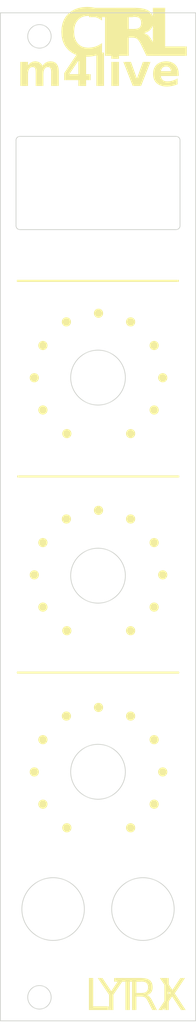
<source format=kicad_pcb>
(kicad_pcb (version 20221018) (generator pcbnew)

  (general
    (thickness 1.6)
  )

  (paper "A4")
  (layers
    (0 "F.Cu" signal)
    (1 "In1.Cu" signal)
    (2 "In2.Cu" signal)
    (31 "B.Cu" signal)
    (32 "B.Adhes" user "B.Adhesive")
    (33 "F.Adhes" user "F.Adhesive")
    (34 "B.Paste" user)
    (35 "F.Paste" user)
    (36 "B.SilkS" user "B.Silkscreen")
    (37 "F.SilkS" user "F.Silkscreen")
    (38 "B.Mask" user)
    (39 "F.Mask" user)
    (40 "Dwgs.User" user "User.Drawings")
    (41 "Cmts.User" user "User.Comments")
    (42 "Eco1.User" user "User.Eco1")
    (43 "Eco2.User" user "User.Eco2")
    (44 "Edge.Cuts" user)
    (45 "Margin" user)
    (46 "B.CrtYd" user "B.Courtyard")
    (47 "F.CrtYd" user "F.Courtyard")
    (48 "B.Fab" user)
    (49 "F.Fab" user)
    (50 "User.1" user)
    (51 "User.2" user)
    (52 "User.3" user)
    (53 "User.4" user)
    (54 "User.5" user)
    (55 "User.6" user)
    (56 "User.7" user)
    (57 "User.8" user)
    (58 "User.9" user)
  )

  (setup
    (stackup
      (layer "F.SilkS" (type "Top Silk Screen"))
      (layer "F.Paste" (type "Top Solder Paste"))
      (layer "F.Mask" (type "Top Solder Mask") (thickness 0.01))
      (layer "F.Cu" (type "copper") (thickness 0.035))
      (layer "dielectric 1" (type "prepreg") (thickness 0.1) (material "FR4") (epsilon_r 4.5) (loss_tangent 0.02))
      (layer "In1.Cu" (type "copper") (thickness 0.035))
      (layer "dielectric 2" (type "core") (thickness 1.24) (material "FR4") (epsilon_r 4.5) (loss_tangent 0.02))
      (layer "In2.Cu" (type "copper") (thickness 0.035))
      (layer "dielectric 3" (type "prepreg") (thickness 0.1) (material "FR4") (epsilon_r 4.5) (loss_tangent 0.02))
      (layer "B.Cu" (type "copper") (thickness 0.035))
      (layer "B.Mask" (type "Bottom Solder Mask") (thickness 0.01))
      (layer "B.Paste" (type "Bottom Solder Paste"))
      (layer "B.SilkS" (type "Bottom Silk Screen"))
      (copper_finish "None")
      (dielectric_constraints no)
    )
    (pad_to_mask_clearance 0)
    (pcbplotparams
      (layerselection 0x00010fc_ffffffff)
      (plot_on_all_layers_selection 0x0000000_00000000)
      (disableapertmacros false)
      (usegerberextensions false)
      (usegerberattributes false)
      (usegerberadvancedattributes false)
      (creategerberjobfile false)
      (dashed_line_dash_ratio 12.000000)
      (dashed_line_gap_ratio 3.000000)
      (svgprecision 4)
      (plotframeref false)
      (viasonmask false)
      (mode 1)
      (useauxorigin false)
      (hpglpennumber 1)
      (hpglpenspeed 20)
      (hpglpendiameter 15.000000)
      (dxfpolygonmode true)
      (dxfimperialunits true)
      (dxfusepcbnewfont true)
      (psnegative false)
      (psa4output false)
      (plotreference false)
      (plotvalue false)
      (plotinvisibletext false)
      (sketchpadsonfab false)
      (subtractmaskfromsilk true)
      (outputformat 1)
      (mirror false)
      (drillshape 0)
      (scaleselection 1)
      (outputdirectory "gerber_frontpanel/")
    )
  )

  (net 0 "")

  (gr_poly
    (pts
      (xy 12.59194 37.709283)
      (xy 12.620867 37.711435)
      (xy 12.649547 37.714998)
      (xy 12.677934 37.71995)
      (xy 12.705979 37.726274)
      (xy 12.733633 37.733947)
      (xy 12.760849 37.742952)
      (xy 12.787578 37.753267)
      (xy 12.813773 37.764873)
      (xy 12.839385 37.777749)
      (xy 12.864366 37.791877)
      (xy 12.888668 37.807236)
      (xy 12.912243 37.823805)
      (xy 12.935042 37.841566)
      (xy 12.957018 37.860498)
      (xy 12.978122 37.880581)
      (xy 12.998206 37.901686)
      (xy 13.017138 37.923662)
      (xy 13.034899 37.946461)
      (xy 13.051468 37.970036)
      (xy 13.066827 37.994338)
      (xy 13.080954 38.019319)
      (xy 13.093831 38.044931)
      (xy 13.105437 38.071126)
      (xy 13.115752 38.097855)
      (xy 13.124757 38.125071)
      (xy 13.13243 38.152725)
      (xy 13.138754 38.18077)
      (xy 13.143706 38.209157)
      (xy 13.147269 38.237837)
      (xy 13.149421 38.266764)
      (xy 13.150142 38.295888)
      (xy 13.149421 38.325013)
      (xy 13.147269 38.35394)
      (xy 13.143706 38.382621)
      (xy 13.138754 38.411008)
      (xy 13.13243 38.439053)
      (xy 13.124757 38.466708)
      (xy 13.115752 38.493924)
      (xy 13.105437 38.520653)
      (xy 13.093831 38.546848)
      (xy 13.080954 38.57246)
      (xy 13.066827 38.597442)
      (xy 13.051468 38.621744)
      (xy 13.034899 38.645319)
      (xy 13.017138 38.668119)
      (xy 12.998206 38.690096)
      (xy 12.978122 38.711201)
      (xy 12.957018 38.731285)
      (xy 12.935042 38.750217)
      (xy 12.912243 38.767977)
      (xy 12.888668 38.784547)
      (xy 12.864366 38.799906)
      (xy 12.839385 38.814033)
      (xy 12.813773 38.82691)
      (xy 12.787578 38.838516)
      (xy 12.760849 38.848831)
      (xy 12.733633 38.857835)
      (xy 12.705979 38.865509)
      (xy 12.677934 38.871832)
      (xy 12.649547 38.876785)
      (xy 12.620867 38.880347)
      (xy 12.59194 38.882499)
      (xy 12.562816 38.883221)
      (xy 12.533692 38.882499)
      (xy 12.504766 38.880347)
      (xy 12.476085 38.876785)
      (xy 12.447699 38.871832)
      (xy 12.419654 38.865509)
      (xy 12.392 38.857835)
      (xy 12.364784 38.848831)
      (xy 12.338054 38.838516)
      (xy 12.31186 38.82691)
      (xy 12.286248 38.814033)
      (xy 12.261266 38.799906)
      (xy 12.236964 38.784547)
      (xy 12.21339 38.767977)
      (xy 12.19059 38.750217)
      (xy 12.168614 38.731285)
      (xy 12.14751 38.711201)
      (xy 12.127427 38.690096)
      (xy 12.108495 38.668119)
      (xy 12.090733 38.645319)
      (xy 12.074163 38.621744)
      (xy 12.058804 38.597442)
      (xy 12.044676 38.57246)
      (xy 12.031798 38.546848)
      (xy 12.020192 38.520653)
      (xy 12.009876 38.493924)
      (xy 12.000871 38.466708)
      (xy 11.993197 38.439053)
      (xy 11.986873 38.411008)
      (xy 11.98192 38.382621)
      (xy 11.978357 38.35394)
      (xy 11.976205 38.325013)
      (xy 11.975483 38.295888)
      (xy 11.976205 38.266764)
      (xy 11.978357 38.237837)
      (xy 11.98192 38.209157)
      (xy 11.986873 38.18077)
      (xy 11.993197 38.152725)
      (xy 12.000871 38.125071)
      (xy 12.009876 38.097855)
      (xy 12.020192 38.071126)
      (xy 12.031798 38.044931)
      (xy 12.044676 38.019319)
      (xy 12.058804 37.994338)
      (xy 12.074163 37.970036)
      (xy 12.090733 37.946461)
      (xy 12.108495 37.923662)
      (xy 12.127427 37.901686)
      (xy 12.14751 37.880581)
      (xy 12.168614 37.860498)
      (xy 12.19059 37.841566)
      (xy 12.21339 37.823805)
      (xy 12.236964 37.807236)
      (xy 12.261266 37.791877)
      (xy 12.286248 37.777749)
      (xy 12.31186 37.764873)
      (xy 12.338054 37.753267)
      (xy 12.364784 37.742952)
      (xy 12.392 37.733947)
      (xy 12.419654 37.726274)
      (xy 12.447699 37.71995)
      (xy 12.476085 37.714998)
      (xy 12.504766 37.711435)
      (xy 12.533692 37.709283)
      (xy 12.562816 37.708562)
    )

    (stroke (width 0) (type solid)) (fill solid) (layer "F.SilkS") (tstamp 026c9d6c-b428-4821-9e0c-87de61aeea4b))
  (gr_poly
    (pts
      (xy 19.712965 75.169183)
      (xy 19.741892 75.171335)
      (xy 19.770572 75.174898)
      (xy 19.798959 75.179851)
      (xy 19.827004 75.186174)
      (xy 19.854658 75.193848)
      (xy 19.881874 75.202853)
      (xy 19.908603 75.213168)
      (xy 19.934798 75.224774)
      (xy 19.96041 75.237651)
      (xy 19.985391 75.25178)
      (xy 20.009693 75.267139)
      (xy 20.033268 75.28371)
      (xy 20.056068 75.301471)
      (xy 20.078043 75.320405)
      (xy 20.099148 75.340489)
      (xy 20.119231 75.361595)
      (xy 20.138163 75.383571)
      (xy 20.155924 75.406372)
      (xy 20.172495 75.429947)
      (xy 20.187854 75.454249)
      (xy 20.201982 75.47923)
      (xy 20.214859 75.504842)
      (xy 20.226466 75.531037)
      (xy 20.236782 75.557767)
      (xy 20.245787 75.584983)
      (xy 20.253461 75.612637)
      (xy 20.259785 75.640682)
      (xy 20.264738 75.669069)
      (xy 20.268301 75.69775)
      (xy 20.270453 75.726678)
      (xy 20.271175 75.755803)
      (xy 20.270453 75.784926)
      (xy 20.268301 75.813851)
      (xy 20.264738 75.842531)
      (xy 20.259785 75.870917)
      (xy 20.253461 75.898961)
      (xy 20.245787 75.926616)
      (xy 20.236782 75.953832)
      (xy 20.226466 75.980561)
      (xy 20.214859 76.006756)
      (xy 20.201982 76.032368)
      (xy 20.187854 76.057349)
      (xy 20.172495 76.081651)
      (xy 20.155924 76.105225)
      (xy 20.138163 76.128024)
      (xy 20.119231 76.149998)
      (xy 20.099148 76.171101)
      (xy 20.078043 76.191186)
      (xy 20.056068 76.210119)
      (xy 20.033268 76.227881)
      (xy 20.009693 76.244452)
      (xy 19.985391 76.259811)
      (xy 19.96041 76.273939)
      (xy 19.934798 76.286816)
      (xy 19.908603 76.298423)
      (xy 19.881874 76.308738)
      (xy 19.854658 76.317743)
      (xy 19.827004 76.325417)
      (xy 19.798959 76.33174)
      (xy 19.770572 76.336693)
      (xy 19.741892 76.340255)
      (xy 19.712965 76.342407)
      (xy 19.683841 76.343129)
      (xy 19.654717 76.342407)
      (xy 19.625791 76.340255)
      (xy 19.597111 76.336693)
      (xy 19.568724 76.33174)
      (xy 19.540679 76.325417)
      (xy 19.513025 76.317743)
      (xy 19.485809 76.308738)
      (xy 19.45908 76.298423)
      (xy 19.432885 76.286816)
      (xy 19.407273 76.273939)
      (xy 19.382292 76.259811)
      (xy 19.35799 76.244452)
      (xy 19.334415 76.227881)
      (xy 19.311615 76.210119)
      (xy 19.28964 76.191186)
      (xy 19.268535 76.171101)
      (xy 19.248451 76.149998)
      (xy 19.229518 76.128024)
      (xy 19.211756 76.105225)
      (xy 19.195185 76.081651)
      (xy 19.179826 76.057349)
      (xy 19.165698 76.032368)
      (xy 19.15282 76.006756)
      (xy 19.141214 75.980561)
      (xy 19.130899 75.953832)
      (xy 19.121894 75.926616)
      (xy 19.11422 75.898961)
      (xy 19.107897 75.870917)
      (xy 19.102944 75.842531)
      (xy 19.099382 75.813851)
      (xy 19.09723 75.784926)
      (xy 19.096508 75.755803)
      (xy 19.09723 75.726678)
      (xy 19.099382 75.69775)
      (xy 19.102944 75.669069)
      (xy 19.107897 75.640682)
      (xy 19.11422 75.612637)
      (xy 19.121894 75.584983)
      (xy 19.130899 75.557767)
      (xy 19.141214 75.531037)
      (xy 19.15282 75.504842)
      (xy 19.165698 75.47923)
      (xy 19.179826 75.454249)
      (xy 19.195185 75.429947)
      (xy 19.211756 75.406372)
      (xy 19.229518 75.383571)
      (xy 19.248451 75.361595)
      (xy 19.268535 75.340489)
      (xy 19.28964 75.320405)
      (xy 19.311615 75.301471)
      (xy 19.334415 75.28371)
      (xy 19.35799 75.267139)
      (xy 19.382292 75.25178)
      (xy 19.407273 75.237651)
      (xy 19.432885 75.224774)
      (xy 19.45908 75.213168)
      (xy 19.485809 75.202853)
      (xy 19.513025 75.193848)
      (xy 19.540679 75.186174)
      (xy 19.568724 75.179851)
      (xy 19.597111 75.174898)
      (xy 19.625791 75.171335)
      (xy 19.654717 75.169183)
      (xy 19.683841 75.168462)
    )

    (stroke (width 0) (type solid)) (fill solid) (layer "F.SilkS") (tstamp 02fadd1f-7c0d-4553-ade3-384e7362e47e))
  (gr_poly
    (pts
      (xy 5.470915 92.070604)
      (xy 5.499842 92.072756)
      (xy 5.528522 92.076319)
      (xy 5.556909 92.081272)
      (xy 5.584953 92.087596)
      (xy 5.612608 92.09527)
      (xy 5.639824 92.104275)
      (xy 5.666553 92.114591)
      (xy 5.692748 92.126198)
      (xy 5.71836 92.139075)
      (xy 5.743341 92.153203)
      (xy 5.767643 92.168563)
      (xy 5.791218 92.185133)
      (xy 5.814017 92.202894)
      (xy 5.835993 92.221826)
      (xy 5.857097 92.24191)
      (xy 5.877181 92.263014)
      (xy 5.896113 92.28499)
      (xy 5.913874 92.307789)
      (xy 5.930444 92.331364)
      (xy 5.945804 92.355666)
      (xy 5.959932 92.380647)
      (xy 5.972809 92.406259)
      (xy 5.984416 92.432454)
      (xy 5.994732 92.459183)
      (xy 6.003737 92.486399)
      (xy 6.011411 92.514054)
      (xy 6.017735 92.542098)
      (xy 6.022688 92.570485)
      (xy 6.026251 92.599165)
      (xy 6.028403 92.628092)
      (xy 6.029125 92.657216)
      (xy 6.028403 92.68634)
      (xy 6.026251 92.715266)
      (xy 6.022688 92.743947)
      (xy 6.017735 92.772333)
      (xy 6.011411 92.800378)
      (xy 6.003737 92.828032)
      (xy 5.994732 92.855248)
      (xy 5.984416 92.881978)
      (xy 5.972809 92.908173)
      (xy 5.959932 92.933785)
      (xy 5.945804 92.958766)
      (xy 5.930444 92.983068)
      (xy 5.913874 93.006642)
      (xy 5.896113 93.029442)
      (xy 5.877181 93.051418)
      (xy 5.857097 93.072522)
      (xy 5.835993 93.092605)
      (xy 5.814017 93.111537)
      (xy 5.791218 93.129299)
      (xy 5.767643 93.145869)
      (xy 5.743341 93.161228)
      (xy 5.71836 93.175356)
      (xy 5.692748 93.188234)
      (xy 5.666553 93.19984)
      (xy 5.639824 93.210156)
      (xy 5.612608 93.219161)
      (xy 5.584953 93.226835)
      (xy 5.556909 93.233159)
      (xy 5.528522 93.238113)
      (xy 5.499842 93.241675)
      (xy 5.470915 93.243828)
      (xy 5.441791 93.244549)
      (xy 5.412667 93.243828)
      (xy 5.383741 93.241675)
      (xy 5.35506 93.238113)
      (xy 5.326674 93.233159)
      (xy 5.298629 93.226835)
      (xy 5.270975 93.219161)
      (xy 5.243759 93.210156)
      (xy 5.217029 93.19984)
      (xy 5.190834 93.188234)
      (xy 5.165222 93.175356)
      (xy 5.140241 93.161228)
      (xy 5.115939 93.145869)
      (xy 5.092365 93.129299)
      (xy 5.069565 93.111537)
      (xy 5.047589 93.092605)
      (xy 5.026485 93.072522)
      (xy 5.006401 93.051418)
      (xy 4.987467 93.029442)
      (xy 4.969706 93.006642)
      (xy 4.953135 92.983068)
      (xy 4.937776 92.958766)
      (xy 4.923647 92.933785)
      (xy 4.91077 92.908173)
      (xy 4.899164 92.881978)
      (xy 4.888849 92.855248)
      (xy 4.879844 92.828032)
      (xy 4.87217 92.800378)
      (xy 4.865847 92.772333)
      (xy 4.860894 92.743947)
      (xy 4.857331 92.715266)
      (xy 4.855179 92.68634)
      (xy 4.854458 92.657216)
      (xy 4.855179 92.628092)
      (xy 4.857331 92.599165)
      (xy 4.860894 92.570485)
      (xy 4.865847 92.542098)
      (xy 4.87217 92.514054)
      (xy 4.879844 92.486399)
      (xy 4.888849 92.459183)
      (xy 4.899164 92.432454)
      (xy 4.91077 92.406259)
      (xy 4.923647 92.380647)
      (xy 4.937776 92.355666)
      (xy 4.953135 92.331364)
      (xy 4.969706 92.307789)
      (xy 4.987467 92.28499)
      (xy 5.006401 92.263014)
      (xy 5.026485 92.24191)
      (xy 5.047589 92.221826)
      (xy 5.069565 92.202894)
      (xy 5.092365 92.185133)
      (xy 5.115939 92.168563)
      (xy 5.140241 92.153203)
      (xy 5.165222 92.139075)
      (xy 5.190834 92.126198)
      (xy 5.217029 92.114591)
      (xy 5.243759 92.104275)
      (xy 5.270975 92.09527)
      (xy 5.298629 92.087596)
      (xy 5.326674 92.081272)
      (xy 5.35506 92.076319)
      (xy 5.383741 92.072756)
      (xy 5.412667 92.070604)
      (xy 5.441791 92.069882)
    )

    (stroke (width 0) (type solid)) (fill solid) (layer "F.SilkS") (tstamp 0416d642-28ad-4788-9f17-150ef3e1c025))
  (gr_poly
    (pts
      (xy 5.470915 41.820604)
      (xy 5.499842 41.822756)
      (xy 5.528522 41.826319)
      (xy 5.556909 41.831272)
      (xy 5.584953 41.837596)
      (xy 5.612608 41.84527)
      (xy 5.639824 41.854275)
      (xy 5.666553 41.864591)
      (xy 5.692748 41.876198)
      (xy 5.71836 41.889075)
      (xy 5.743341 41.903203)
      (xy 5.767643 41.918563)
      (xy 5.791218 41.935133)
      (xy 5.814017 41.952894)
      (xy 5.835993 41.971826)
      (xy 5.857097 41.99191)
      (xy 5.877181 42.013014)
      (xy 5.896113 42.03499)
      (xy 5.913874 42.057789)
      (xy 5.930444 42.081364)
      (xy 5.945804 42.105666)
      (xy 5.959932 42.130647)
      (xy 5.972809 42.156259)
      (xy 5.984416 42.182454)
      (xy 5.994732 42.209183)
      (xy 6.003737 42.236399)
      (xy 6.011411 42.264054)
      (xy 6.017735 42.292098)
      (xy 6.022688 42.320485)
      (xy 6.026251 42.349165)
      (xy 6.028403 42.378092)
      (xy 6.029125 42.407216)
      (xy 6.028403 42.43634)
      (xy 6.026251 42.465266)
      (xy 6.022688 42.493947)
      (xy 6.017735 42.522333)
      (xy 6.011411 42.550378)
      (xy 6.003737 42.578032)
      (xy 5.994732 42.605248)
      (xy 5.984416 42.631978)
      (xy 5.972809 42.658173)
      (xy 5.959932 42.683785)
      (xy 5.945804 42.708766)
      (xy 5.930444 42.733068)
      (xy 5.913874 42.756642)
      (xy 5.896113 42.779442)
      (xy 5.877181 42.801418)
      (xy 5.857097 42.822522)
      (xy 5.835993 42.842605)
      (xy 5.814017 42.861537)
      (xy 5.791218 42.879299)
      (xy 5.767643 42.895869)
      (xy 5.743341 42.911228)
      (xy 5.71836 42.925356)
      (xy 5.692748 42.938234)
      (xy 5.666553 42.94984)
      (xy 5.639824 42.960156)
      (xy 5.612608 42.969161)
      (xy 5.584953 42.976835)
      (xy 5.556909 42.983159)
      (xy 5.528522 42.988113)
      (xy 5.499842 42.991675)
      (xy 5.470915 42.993828)
      (xy 5.441791 42.994549)
      (xy 5.412667 42.993828)
      (xy 5.383741 42.991675)
      (xy 5.35506 42.988113)
      (xy 5.326674 42.983159)
      (xy 5.298629 42.976835)
      (xy 5.270975 42.969161)
      (xy 5.243759 42.960156)
      (xy 5.217029 42.94984)
      (xy 5.190834 42.938234)
      (xy 5.165222 42.925356)
      (xy 5.140241 42.911228)
      (xy 5.115939 42.895869)
      (xy 5.092365 42.879299)
      (xy 5.069565 42.861537)
      (xy 5.047589 42.842605)
      (xy 5.026485 42.822522)
      (xy 5.006401 42.801418)
      (xy 4.987467 42.779442)
      (xy 4.969706 42.756642)
      (xy 4.953135 42.733068)
      (xy 4.937776 42.708766)
      (xy 4.923647 42.683785)
      (xy 4.91077 42.658173)
      (xy 4.899164 42.631978)
      (xy 4.888849 42.605248)
      (xy 4.879844 42.578032)
      (xy 4.87217 42.550378)
      (xy 4.865847 42.522333)
      (xy 4.860894 42.493947)
      (xy 4.857331 42.465266)
      (xy 4.855179 42.43634)
      (xy 4.854458 42.407216)
      (xy 4.855179 42.378092)
      (xy 4.857331 42.349165)
      (xy 4.860894 42.320485)
      (xy 4.865847 42.292098)
      (xy 4.87217 42.264054)
      (xy 4.879844 42.236399)
      (xy 4.888849 42.209183)
      (xy 4.899164 42.182454)
      (xy 4.91077 42.156259)
      (xy 4.923647 42.130647)
      (xy 4.937776 42.105666)
      (xy 4.953135 42.081364)
      (xy 4.969706 42.057789)
      (xy 4.987467 42.03499)
      (xy 5.006401 42.013014)
      (xy 5.026485 41.99191)
      (xy 5.047589 41.971826)
      (xy 5.069565 41.952894)
      (xy 5.092365 41.935133)
      (xy 5.115939 41.918563)
      (xy 5.140241 41.903203)
      (xy 5.165222 41.889075)
      (xy 5.190834 41.876198)
      (xy 5.217029 41.864591)
      (xy 5.243759 41.854275)
      (xy 5.270975 41.84527)
      (xy 5.298629 41.837596)
      (xy 5.326674 41.831272)
      (xy 5.35506 41.826319)
      (xy 5.383741 41.822756)
      (xy 5.412667 41.820604)
      (xy 5.441791 41.819882)
    )

    (stroke (width 0) (type solid)) (fill solid) (layer "F.SilkS") (tstamp 072a4711-68d1-41a2-8b2b-846eadd892f9))
  (gr_poly
    (pts
      (xy 22.875088 84.235417)
      (xy 2.1329 84.235417)
      (xy 2.1329 83.969792)
      (xy 22.875088 83.969792)
    )

    (stroke (width 0) (type solid)) (fill solid) (layer "F.SilkS") (tstamp 0dc9513e-1637-49f8-aa04-c2c17de438e4))
  (gr_poly
    (pts
      (xy 19.712965 41.820604)
      (xy 19.741892 41.822756)
      (xy 19.770572 41.826319)
      (xy 19.798959 41.831272)
      (xy 19.827004 41.837596)
      (xy 19.854658 41.84527)
      (xy 19.881874 41.854275)
      (xy 19.908603 41.864591)
      (xy 19.934798 41.876198)
      (xy 19.96041 41.889075)
      (xy 19.985391 41.903203)
      (xy 20.009693 41.918563)
      (xy 20.033268 41.935133)
      (xy 20.056068 41.952894)
      (xy 20.078043 41.971826)
      (xy 20.099148 41.99191)
      (xy 20.119231 42.013014)
      (xy 20.138163 42.03499)
      (xy 20.155924 42.057789)
      (xy 20.172495 42.081364)
      (xy 20.187854 42.105666)
      (xy 20.201982 42.130647)
      (xy 20.214859 42.156259)
      (xy 20.226466 42.182454)
      (xy 20.236782 42.209183)
      (xy 20.245787 42.236399)
      (xy 20.253461 42.264054)
      (xy 20.259785 42.292098)
      (xy 20.264738 42.320485)
      (xy 20.268301 42.349165)
      (xy 20.270453 42.378092)
      (xy 20.271175 42.407216)
      (xy 20.270453 42.43634)
      (xy 20.268301 42.465266)
      (xy 20.264738 42.493947)
      (xy 20.259785 42.522333)
      (xy 20.253461 42.550378)
      (xy 20.245787 42.578032)
      (xy 20.236782 42.605248)
      (xy 20.226466 42.631978)
      (xy 20.214859 42.658173)
      (xy 20.201982 42.683785)
      (xy 20.187854 42.708766)
      (xy 20.172495 42.733068)
      (xy 20.155924 42.756642)
      (xy 20.138163 42.779442)
      (xy 20.119231 42.801418)
      (xy 20.099148 42.822522)
      (xy 20.078043 42.842605)
      (xy 20.056068 42.861537)
      (xy 20.033268 42.879299)
      (xy 20.009693 42.895869)
      (xy 19.985391 42.911228)
      (xy 19.96041 42.925356)
      (xy 19.934798 42.938234)
      (xy 19.908603 42.94984)
      (xy 19.881874 42.960156)
      (xy 19.854658 42.969161)
      (xy 19.827004 42.976835)
      (xy 19.798959 42.983159)
      (xy 19.770572 42.988113)
      (xy 19.741892 42.991675)
      (xy 19.712965 42.993828)
      (xy 19.683841 42.994549)
      (xy 19.654717 42.993828)
      (xy 19.625791 42.991675)
      (xy 19.597111 42.988113)
      (xy 19.568724 42.983159)
      (xy 19.540679 42.976835)
      (xy 19.513025 42.969161)
      (xy 19.485809 42.960156)
      (xy 19.45908 42.94984)
      (xy 19.432885 42.938234)
      (xy 19.407273 42.925356)
      (xy 19.382292 42.911228)
      (xy 19.35799 42.895869)
      (xy 19.334415 42.879299)
      (xy 19.311615 42.861537)
      (xy 19.28964 42.842605)
      (xy 19.268535 42.822522)
      (xy 19.248451 42.801418)
      (xy 19.229518 42.779442)
      (xy 19.211756 42.756642)
      (xy 19.195185 42.733068)
      (xy 19.179826 42.708766)
      (xy 19.165698 42.683785)
      (xy 19.15282 42.658173)
      (xy 19.141214 42.631978)
      (xy 19.130899 42.605248)
      (xy 19.121894 42.578032)
      (xy 19.11422 42.550378)
      (xy 19.107897 42.522333)
      (xy 19.102944 42.493947)
      (xy 19.099382 42.465266)
      (xy 19.09723 42.43634)
      (xy 19.096508 42.407216)
      (xy 19.09723 42.378092)
      (xy 19.099382 42.349165)
      (xy 19.102944 42.320485)
      (xy 19.107897 42.292098)
      (xy 19.11422 42.264054)
      (xy 19.121894 42.236399)
      (xy 19.130899 42.209183)
      (xy 19.141214 42.182454)
      (xy 19.15282 42.156259)
      (xy 19.165698 42.130647)
      (xy 19.179826 42.105666)
      (xy 19.195185 42.081364)
      (xy 19.211756 42.057789)
      (xy 19.229518 42.03499)
      (xy 19.248451 42.013014)
      (xy 19.268535 41.99191)
      (xy 19.28964 41.971826)
      (xy 19.311615 41.952894)
      (xy 19.334415 41.935133)
      (xy 19.35799 41.918563)
      (xy 19.382292 41.903203)
      (xy 19.407273 41.889075)
      (xy 19.432885 41.876198)
      (xy 19.45908 41.864591)
      (xy 19.485809 41.854275)
      (xy 19.513025 41.84527)
      (xy 19.540679 41.837596)
      (xy 19.568724 41.831272)
      (xy 19.597111 41.826319)
      (xy 19.625791 41.822756)
      (xy 19.654717 41.820604)
      (xy 19.683841 41.819882)
    )

    (stroke (width 0) (type solid)) (fill solid) (layer "F.SilkS") (tstamp 13febc4e-9978-4f15-ad98-fbb6e38dd2de))
  (gr_poly
    (pts
      (xy 19.712965 100.293252)
      (xy 19.741892 100.295404)
      (xy 19.770572 100.298967)
      (xy 19.798959 100.30392)
      (xy 19.827004 100.310243)
      (xy 19.854658 100.317917)
      (xy 19.881874 100.326922)
      (xy 19.908603 100.337237)
      (xy 19.934798 100.348843)
      (xy 19.96041 100.36172)
      (xy 19.985391 100.375849)
      (xy 20.009693 100.391208)
      (xy 20.033268 100.407779)
      (xy 20.056068 100.42554)
      (xy 20.078043 100.444474)
      (xy 20.099148 100.464558)
      (xy 20.119231 100.485664)
      (xy 20.138163 100.50764)
      (xy 20.155924 100.530441)
      (xy 20.172495 100.554016)
      (xy 20.187854 100.578318)
      (xy 20.201982 100.603299)
      (xy 20.214859 100.628911)
      (xy 20.226466 100.655106)
      (xy 20.236782 100.681836)
      (xy 20.245787 100.709052)
      (xy 20.253461 100.736706)
      (xy 20.259785 100.764751)
      (xy 20.264738 100.793138)
      (xy 20.268301 100.821819)
      (xy 20.270453 100.850747)
      (xy 20.271175 100.879872)
      (xy 20.270453 100.908995)
      (xy 20.268301 100.93792)
      (xy 20.264738 100.9666)
      (xy 20.259785 100.994986)
      (xy 20.253461 101.02303)
      (xy 20.245787 101.050685)
      (xy 20.236782 101.077901)
      (xy 20.226466 101.10463)
      (xy 20.214859 101.130825)
      (xy 20.201982 101.156437)
      (xy 20.187854 101.181418)
      (xy 20.172495 101.20572)
      (xy 20.155924 101.229294)
      (xy 20.138163 101.252093)
      (xy 20.119231 101.274067)
      (xy 20.099148 101.29517)
      (xy 20.078043 101.315255)
      (xy 20.056068 101.334188)
      (xy 20.033268 101.35195)
      (xy 20.009693 101.368521)
      (xy 19.985391 101.38388)
      (xy 19.96041 101.398008)
      (xy 19.934798 101.410885)
      (xy 19.908603 101.422492)
      (xy 19.881874 101.432807)
      (xy 19.854658 101.441812)
      (xy 19.827004 101.449486)
      (xy 19.798959 101.455809)
      (xy 19.770572 101.460762)
      (xy 19.741892 101.464324)
      (xy 19.712965 101.466476)
      (xy 19.683841 101.467198)
      (xy 19.654717 101.466476)
      (xy 19.625791 101.464324)
      (xy 19.597111 101.460762)
      (xy 19.568724 101.455809)
      (xy 19.540679 101.449486)
      (xy 19.513025 101.441812)
      (xy 19.485809 101.432807)
      (xy 19.45908 101.422492)
      (xy 19.432885 101.410885)
      (xy 19.407273 101.398008)
      (xy 19.382292 101.38388)
      (xy 19.35799 101.368521)
      (xy 19.334415 101.35195)
      (xy 19.311615 101.334188)
      (xy 19.28964 101.315255)
      (xy 19.268535 101.29517)
      (xy 19.248451 101.274067)
      (xy 19.229518 101.252093)
      (xy 19.211756 101.229294)
      (xy 19.195185 101.20572)
      (xy 19.179826 101.181418)
      (xy 19.165698 101.156437)
      (xy 19.15282 101.130825)
      (xy 19.141214 101.10463)
      (xy 19.130899 101.077901)
      (xy 19.121894 101.050685)
      (xy 19.11422 101.02303)
      (xy 19.107897 100.994986)
      (xy 19.102944 100.9666)
      (xy 19.099382 100.93792)
      (xy 19.09723 100.908995)
      (xy 19.096508 100.879872)
      (xy 19.09723 100.850747)
      (xy 19.099382 100.821819)
      (xy 19.102944 100.793138)
      (xy 19.107897 100.764751)
      (xy 19.11422 100.736706)
      (xy 19.121894 100.709052)
      (xy 19.130899 100.681836)
      (xy 19.141214 100.655106)
      (xy 19.15282 100.628911)
      (xy 19.165698 100.603299)
      (xy 19.179826 100.578318)
      (xy 19.195185 100.554016)
      (xy 19.211756 100.530441)
      (xy 19.229518 100.50764)
      (xy 19.248451 100.485664)
      (xy 19.268535 100.464558)
      (xy 19.28964 100.444474)
      (xy 19.311615 100.42554)
      (xy 19.334415 100.407779)
      (xy 19.35799 100.391208)
      (xy 19.382292 100.375849)
      (xy 19.407273 100.36172)
      (xy 19.432885 100.348843)
      (xy 19.45908 100.337237)
      (xy 19.485809 100.326922)
      (xy 19.513025 100.317917)
      (xy 19.540679 100.310243)
      (xy 19.568724 100.30392)
      (xy 19.597111 100.298967)
      (xy 19.625791 100.295404)
      (xy 19.654717 100.293252)
      (xy 19.683841 100.292531)
    )

    (stroke (width 0) (type solid)) (fill solid) (layer "F.SilkS") (tstamp 1e039e18-d036-4d29-b4bd-91c3be1ef0d1))
  (gr_poly
    (pts
      (xy 12.59194 87.959283)
      (xy 12.620867 87.961435)
      (xy 12.649547 87.964998)
      (xy 12.677934 87.96995)
      (xy 12.705979 87.976274)
      (xy 12.733633 87.983947)
      (xy 12.760849 87.992952)
      (xy 12.787578 88.003267)
      (xy 12.813773 88.014873)
      (xy 12.839385 88.027749)
      (xy 12.864366 88.041877)
      (xy 12.888668 88.057236)
      (xy 12.912243 88.073805)
      (xy 12.935042 88.091566)
      (xy 12.957018 88.110498)
      (xy 12.978122 88.130581)
      (xy 12.998206 88.151686)
      (xy 13.017138 88.173662)
      (xy 13.034899 88.196461)
      (xy 13.051468 88.220036)
      (xy 13.066827 88.244338)
      (xy 13.080954 88.269319)
      (xy 13.093831 88.294931)
      (xy 13.105437 88.321126)
      (xy 13.115752 88.347855)
      (xy 13.124757 88.375071)
      (xy 13.13243 88.402725)
      (xy 13.138754 88.43077)
      (xy 13.143706 88.459157)
      (xy 13.147269 88.487837)
      (xy 13.149421 88.516764)
      (xy 13.150142 88.545888)
      (xy 13.149421 88.575013)
      (xy 13.147269 88.60394)
      (xy 13.143706 88.632621)
      (xy 13.138754 88.661008)
      (xy 13.13243 88.689053)
      (xy 13.124757 88.716708)
      (xy 13.115752 88.743924)
      (xy 13.105437 88.770653)
      (xy 13.093831 88.796848)
      (xy 13.080954 88.82246)
      (xy 13.066827 88.847442)
      (xy 13.051468 88.871744)
      (xy 13.034899 88.895319)
      (xy 13.017138 88.918119)
      (xy 12.998206 88.940096)
      (xy 12.978122 88.961201)
      (xy 12.957018 88.981285)
      (xy 12.935042 89.000217)
      (xy 12.912243 89.017977)
      (xy 12.888668 89.034547)
      (xy 12.864366 89.049906)
      (xy 12.839385 89.064033)
      (xy 12.813773 89.07691)
      (xy 12.787578 89.088516)
      (xy 12.760849 89.098831)
      (xy 12.733633 89.107835)
      (xy 12.705979 89.115509)
      (xy 12.677934 89.121832)
      (xy 12.649547 89.126785)
      (xy 12.620867 89.130347)
      (xy 12.59194 89.132499)
      (xy 12.562816 89.133221)
      (xy 12.533692 89.132499)
      (xy 12.504766 89.130347)
      (xy 12.476085 89.126785)
      (xy 12.447699 89.121832)
      (xy 12.419654 89.115509)
      (xy 12.392 89.107835)
      (xy 12.364784 89.098831)
      (xy 12.338054 89.088516)
      (xy 12.31186 89.07691)
      (xy 12.286248 89.064033)
      (xy 12.261266 89.049906)
      (xy 12.236964 89.034547)
      (xy 12.21339 89.017977)
      (xy 12.19059 89.000217)
      (xy 12.168614 88.981285)
      (xy 12.14751 88.961201)
      (xy 12.127427 88.940096)
      (xy 12.108495 88.918119)
      (xy 12.090733 88.895319)
      (xy 12.074163 88.871744)
      (xy 12.058804 88.847442)
      (xy 12.044676 88.82246)
      (xy 12.031798 88.796848)
      (xy 12.020192 88.770653)
      (xy 12.009876 88.743924)
      (xy 12.000871 88.716708)
      (xy 11.993197 88.689053)
      (xy 11.986873 88.661008)
      (xy 11.98192 88.632621)
      (xy 11.978357 88.60394)
      (xy 11.976205 88.575013)
      (xy 11.975483 88.545888)
      (xy 11.976205 88.516764)
      (xy 11.978357 88.487837)
      (xy 11.98192 88.459157)
      (xy 11.986873 88.43077)
      (xy 11.993197 88.402725)
      (xy 12.000871 88.375071)
      (xy 12.009876 88.347855)
      (xy 12.020192 88.321126)
      (xy 12.031798 88.294931)
      (xy 12.044676 88.269319)
      (xy 12.058804 88.244338)
      (xy 12.074163 88.220036)
      (xy 12.090733 88.196461)
      (xy 12.108495 88.173662)
      (xy 12.127427 88.151686)
      (xy 12.14751 88.130581)
      (xy 12.168614 88.110498)
      (xy 12.19059 88.091566)
      (xy 12.21339 88.073805)
      (xy 12.236964 88.057236)
      (xy 12.261266 88.041877)
      (xy 12.286248 88.027749)
      (xy 12.31186 88.014873)
      (xy 12.338054 88.003267)
      (xy 12.364784 87.992952)
      (xy 12.392 87.983947)
      (xy 12.419654 87.976274)
      (xy 12.447699 87.96995)
      (xy 12.476085 87.964998)
      (xy 12.504766 87.961435)
      (xy 12.533692 87.959283)
      (xy 12.562816 87.958562)
    )

    (stroke (width 0) (type solid)) (fill solid) (layer "F.SilkS") (tstamp 1ef55ac5-5e2c-4bc7-991e-23cb41563559))
  (gr_poly
    (pts
      (xy 4.369284 96.18194)
      (xy 4.39821 96.184092)
      (xy 4.426891 96.187654)
      (xy 4.455278 96.192607)
      (xy 4.483322 96.19893)
      (xy 4.510977 96.206603)
      (xy 4.538193 96.215607)
      (xy 4.564922 96.225922)
      (xy 4.591117 96.237528)
      (xy 4.616729 96.250404)
      (xy 4.64171 96.264531)
      (xy 4.666012 96.279889)
      (xy 4.689587 96.296458)
      (xy 4.712386 96.314217)
      (xy 4.734362 96.333148)
      (xy 4.755466 96.35323)
      (xy 4.77555 96.374336)
      (xy 4.794482 96.396312)
      (xy 4.812243 96.419112)
      (xy 4.828813 96.442688)
      (xy 4.844172 96.46699)
      (xy 4.858301 96.491971)
      (xy 4.871178 96.517583)
      (xy 4.882785 96.543778)
      (xy 4.8931 96.570508)
      (xy 4.902105 96.597724)
      (xy 4.90978 96.625378)
      (xy 4.916104 96.653423)
      (xy 4.921057 96.68181)
      (xy 4.92462 96.710491)
      (xy 4.926772 96.739419)
      (xy 4.927494 96.768544)
      (xy 4.926772 96.797669)
      (xy 4.92462 96.826596)
      (xy 4.921057 96.855278)
      (xy 4.916104 96.883664)
      (xy 4.90978 96.911709)
      (xy 4.902105 96.939363)
      (xy 4.8931 96.966579)
      (xy 4.882785 96.993308)
      (xy 4.871178 97.019502)
      (xy 4.858301 97.045113)
      (xy 4.844172 97.070093)
      (xy 4.828813 97.094394)
      (xy 4.812243 97.117967)
      (xy 4.794482 97.140765)
      (xy 4.77555 97.16274)
      (xy 4.755466 97.183842)
      (xy 4.734362 97.203927)
      (xy 4.712386 97.22286)
      (xy 4.689587 97.240622)
      (xy 4.666012 97.257192)
      (xy 4.64171 97.272552)
      (xy 4.616729 97.28668)
      (xy 4.591117 97.299557)
      (xy 4.564922 97.311164)
      (xy 4.538193 97.321479)
      (xy 4.510977 97.330484)
      (xy 4.483322 97.338158)
      (xy 4.455278 97.344481)
      (xy 4.426891 97.349434)
      (xy 4.39821 97.352996)
      (xy 4.369284 97.355148)
      (xy 4.34016 97.35587)
      (xy 4.311036 97.355148)
      (xy 4.28211 97.352996)
      (xy 4.253429 97.349434)
      (xy 4.225043 97.344481)
      (xy 4.196998 97.338158)
      (xy 4.169344 97.330484)
      (xy 4.142128 97.321479)
      (xy 4.115398 97.311164)
      (xy 4.089203 97.299557)
      (xy 4.063591 97.28668)
      (xy 4.03861 97.272552)
      (xy 4.014308 97.257192)
      (xy 3.990733 97.240622)
      (xy 3.967934 97.22286)
      (xy 3.945958 97.203927)
      (xy 3.924854 97.183842)
      (xy 3.904771 97.16274)
      (xy 3.885838 97.140765)
      (xy 3.868077 97.117967)
      (xy 3.851507 97.094394)
      (xy 3.836148 97.070093)
      (xy 3.82202 97.045113)
      (xy 3.809142 97.019502)
      (xy 3.797536 96.993308)
      (xy 3.78722 96.966579)
      (xy 3.778215 96.939363)
      (xy 3.77054 96.911709)
      (xy 3.764217 96.883664)
      (xy 3.759263 96.855278)
      (xy 3.755701 96.826596)
      (xy 3.753548 96.797669)
      (xy 3.752826 96.768544)
      (xy 3.753548 96.739419)
      (xy 3.755701 96.710491)
      (xy 3.759263 96.68181)
      (xy 3.764217 96.653423)
      (xy 3.77054 96.625378)
      (xy 3.778215 96.597724)
      (xy 3.78722 96.570508)
      (xy 3.797536 96.543778)
      (xy 3.809142 96.517583)
      (xy 3.82202 96.491971)
      (xy 3.836148 96.46699)
      (xy 3.851507 96.442688)
      (xy 3.868077 96.419112)
      (xy 3.885838 96.396312)
      (xy 3.904771 96.374336)
      (xy 3.924854 96.35323)
      (xy 3.945958 96.333148)
      (xy 3.967934 96.314217)
      (xy 3.990733 96.296458)
      (xy 4.014308 96.279889)
      (xy 4.03861 96.264531)
      (xy 4.063591 96.250404)
      (xy 4.089203 96.237528)
      (xy 4.115398 96.225922)
      (xy 4.142128 96.215607)
      (xy 4.169344 96.206603)
      (xy 4.196998 96.19893)
      (xy 4.225043 96.192607)
      (xy 4.253429 96.187654)
      (xy 4.28211 96.184092)
      (xy 4.311036 96.18194)
      (xy 4.34016 96.181218)
    )

    (stroke (width 0) (type solid)) (fill solid) (layer "F.SilkS") (tstamp 21657241-87fd-47b8-b0a8-4f56f27bdfe2))
  (gr_poly
    (pts
      (xy 5.470915 50.043252)
      (xy 5.499842 50.045404)
      (xy 5.528522 50.048967)
      (xy 5.556909 50.05392)
      (xy 5.584953 50.060243)
      (xy 5.612608 50.067917)
      (xy 5.639824 50.076922)
      (xy 5.666553 50.087237)
      (xy 5.692748 50.098843)
      (xy 5.71836 50.11172)
      (xy 5.743341 50.125849)
      (xy 5.767643 50.141208)
      (xy 5.791218 50.157779)
      (xy 5.814017 50.17554)
      (xy 5.835993 50.194474)
      (xy 5.857097 50.214558)
      (xy 5.877181 50.235664)
      (xy 5.896113 50.25764)
      (xy 5.913874 50.280441)
      (xy 5.930444 50.304016)
      (xy 5.945804 50.328318)
      (xy 5.959932 50.353299)
      (xy 5.972809 50.378911)
      (xy 5.984416 50.405106)
      (xy 5.994732 50.431836)
      (xy 6.003737 50.459052)
      (xy 6.011411 50.486706)
      (xy 6.017735 50.514751)
      (xy 6.022688 50.543138)
      (xy 6.026251 50.571819)
      (xy 6.028403 50.600747)
      (xy 6.029125 50.629872)
      (xy 6.028403 50.658995)
      (xy 6.026251 50.68792)
      (xy 6.022688 50.7166)
      (xy 6.017735 50.744986)
      (xy 6.011411 50.77303)
      (xy 6.003737 50.800685)
      (xy 5.994732 50.827901)
      (xy 5.984416 50.85463)
      (xy 5.972809 50.880825)
      (xy 5.959932 50.906437)
      (xy 5.945804 50.931418)
      (xy 5.930444 50.95572)
      (xy 5.913874 50.979294)
      (xy 5.896113 51.002093)
      (xy 5.877181 51.024067)
      (xy 5.857097 51.04517)
      (xy 5.835993 51.065255)
      (xy 5.814017 51.084188)
      (xy 5.791218 51.10195)
      (xy 5.767643 51.118521)
      (xy 5.743341 51.13388)
      (xy 5.71836 51.148008)
      (xy 5.692748 51.160885)
      (xy 5.666553 51.172492)
      (xy 5.639824 51.182807)
      (xy 5.612608 51.191812)
      (xy 5.584953 51.199486)
      (xy 5.556909 51.205809)
      (xy 5.528522 51.210762)
      (xy 5.499842 51.214324)
      (xy 5.470915 51.216476)
      (xy 5.441791 51.217198)
      (xy 5.412667 51.216476)
      (xy 5.383741 51.214324)
      (xy 5.35506 51.210762)
      (xy 5.326674 51.205809)
      (xy 5.298629 51.199486)
      (xy 5.270975 51.191812)
      (xy 5.243759 51.182807)
      (xy 5.217029 51.172492)
      (xy 5.190834 51.160885)
      (xy 5.165222 51.148008)
      (xy 5.140241 51.13388)
      (xy 5.115939 51.118521)
      (xy 5.092365 51.10195)
      (xy 5.069565 51.084188)
      (xy 5.047589 51.065255)
      (xy 5.026485 51.04517)
      (xy 5.006401 51.024067)
      (xy 4.987467 51.002093)
      (xy 4.969706 50.979294)
      (xy 4.953135 50.95572)
      (xy 4.937776 50.931418)
      (xy 4.923647 50.906437)
      (xy 4.91077 50.880825)
      (xy 4.899164 50.85463)
      (xy 4.888849 50.827901)
      (xy 4.879844 50.800685)
      (xy 4.87217 50.77303)
      (xy 4.865847 50.744986)
      (xy 4.860894 50.7166)
      (xy 4.857331 50.68792)
      (xy 4.855179 50.658995)
      (xy 4.854458 50.629872)
      (xy 4.855179 50.600747)
      (xy 4.857331 50.571819)
      (xy 4.860894 50.543138)
      (xy 4.865847 50.514751)
      (xy 4.87217 50.486706)
      (xy 4.879844 50.459052)
      (xy 4.888849 50.431836)
      (xy 4.899164 50.405106)
      (xy 4.91077 50.378911)
      (xy 4.923647 50.353299)
      (xy 4.937776 50.328318)
      (xy 4.953135 50.304016)
      (xy 4.969706 50.280441)
      (xy 4.987467 50.25764)
      (xy 5.006401 50.235664)
      (xy 5.026485 50.214558)
      (xy 5.047589 50.194474)
      (xy 5.069565 50.17554)
      (xy 5.092365 50.157779)
      (xy 5.115939 50.141208)
      (xy 5.140241 50.125849)
      (xy 5.165222 50.11172)
      (xy 5.190834 50.098843)
      (xy 5.217029 50.087237)
      (xy 5.243759 50.076922)
      (xy 5.270975 50.067917)
      (xy 5.298629 50.060243)
      (xy 5.326674 50.05392)
      (xy 5.35506 50.048967)
      (xy 5.383741 50.045404)
      (xy 5.412667 50.043252)
      (xy 5.441791 50.042531)
    )

    (stroke (width 0) (type solid)) (fill solid) (layer "F.SilkS") (tstamp 225b9498-46b9-4e47-8cd4-0ce0dc12513b))
  (gr_poly
    (pts
      (xy 16.703268 38.810914)
      (xy 16.732195 38.813066)
      (xy 16.760875 38.816629)
      (xy 16.789262 38.821582)
      (xy 16.817307 38.827905)
      (xy 16.844961 38.835579)
      (xy 16.872177 38.844583)
      (xy 16.898906 38.854898)
      (xy 16.925101 38.866504)
      (xy 16.950713 38.879381)
      (xy 16.975694 38.893508)
      (xy 16.999996 38.908867)
      (xy 17.023571 38.925437)
      (xy 17.046371 38.943197)
      (xy 17.068346 38.962129)
      (xy 17.089451 38.982213)
      (xy 17.109534 39.003318)
      (xy 17.128466 39.025295)
      (xy 17.146227 39.048095)
      (xy 17.162796 39.07167)
      (xy 17.178155 39.095972)
      (xy 17.192283 39.120954)
      (xy 17.205159 39.146566)
      (xy 17.216765 39.172761)
      (xy 17.22708 39.19949)
      (xy 17.236085 39.226706)
      (xy 17.243758 39.254361)
      (xy 17.250082 39.282405)
      (xy 17.255034 39.310793)
      (xy 17.258597 39.339474)
      (xy 17.260749 39.368401)
      (xy 17.261471 39.397526)
      (xy 17.260749 39.42665)
      (xy 17.258597 39.455577)
      (xy 17.255034 39.484257)
      (xy 17.250082 39.512644)
      (xy 17.243758 39.540688)
      (xy 17.236085 39.568343)
      (xy 17.22708 39.595559)
      (xy 17.216765 39.622288)
      (xy 17.205159 39.648483)
      (xy 17.192283 39.674095)
      (xy 17.178155 39.699076)
      (xy 17.162796 39.723378)
      (xy 17.146227 39.746953)
      (xy 17.128466 39.769752)
      (xy 17.109534 39.791728)
      (xy 17.089451 39.812832)
      (xy 17.068346 39.832916)
      (xy 17.046371 39.851848)
      (xy 17.023571 39.869609)
      (xy 16.999996 39.886178)
      (xy 16.975694 39.901537)
      (xy 16.950713 39.915664)
      (xy 16.925101 39.928541)
      (xy 16.898906 39.940147)
      (xy 16.872177 39.950462)
      (xy 16.844961 39.959467)
      (xy 16.817307 39.96714)
      (xy 16.789262 39.973464)
      (xy 16.760875 39.978416)
      (xy 16.732195 39.981979)
      (xy 16.703268 39.984131)
      (xy 16.674145 39.984852)
      (xy 16.645019 39.984131)
      (xy 16.616092 39.981979)
      (xy 16.587411 39.978416)
      (xy 16.559024 39.973464)
      (xy 16.530979 39.96714)
      (xy 16.503324 39.959467)
      (xy 16.476108 39.950462)
      (xy 16.449379 39.940147)
      (xy 16.423184 39.928541)
      (xy 16.397572 39.915664)
      (xy 16.372591 39.901537)
      (xy 16.348288 39.886178)
      (xy 16.324713 39.869609)
      (xy 16.301913 39.851848)
      (xy 16.279936 39.832916)
      (xy 16.258831 39.812832)
      (xy 16.238749 39.791728)
      (xy 16.219818 39.769752)
      (xy 16.202058 39.746953)
      (xy 16.185488 39.723378)
      (xy 16.17013 39.699076)
      (xy 16.156002 39.674095)
      (xy 16.143125 39.648483)
      (xy 16.131519 39.622288)
      (xy 16.121204 39.595559)
      (xy 16.112199 39.568343)
      (xy 16.104524 39.540688)
      (xy 16.098201 39.512644)
      (xy 16.093248 39.484257)
      (xy 16.089685 39.455577)
      (xy 16.087533 39.42665)
      (xy 16.086811 39.397526)
      (xy 16.087533 39.368401)
      (xy 16.089685 39.339474)
      (xy 16.093248 39.310793)
      (xy 16.098201 39.282405)
      (xy 16.104524 39.254361)
      (xy 16.112199 39.226706)
      (xy 16.121204 39.19949)
      (xy 16.131519 39.172761)
      (xy 16.143125 39.146566)
      (xy 16.156002 39.120954)
      (xy 16.17013 39.095972)
      (xy 16.185488 39.07167)
      (xy 16.202058 39.048095)
      (xy 16.219818 39.025295)
      (xy 16.238749 39.003318)
      (xy 16.258831 38.982213)
      (xy 16.279936 38.962129)
      (xy 16.301913 38.943197)
      (xy 16.324713 38.925437)
      (xy 16.348288 38.908867)
      (xy 16.372591 38.893508)
      (xy 16.397572 38.879381)
      (xy 16.423184 38.866504)
      (xy 16.449379 38.854898)
      (xy 16.476108 38.844583)
      (xy 16.503324 38.835579)
      (xy 16.530979 38.827905)
      (xy 16.559024 38.821582)
      (xy 16.587411 38.816629)
      (xy 16.616092 38.813066)
      (xy 16.645019 38.810914)
      (xy 16.674145 38.810193)
    )

    (stroke (width 0) (type solid)) (fill solid) (layer "F.SilkS") (tstamp 28d47940-cd70-42db-b7e2-f66c8e484f0b))
  (gr_line (start 2.132236 84.102223) (end 22.874576 84.102223)
    (stroke (width 0.1) (type solid)) (layer "F.SilkS") (tstamp 2c8b711e-3745-40ba-9fc0-a546903259d2))
  (gr_poly
    (pts
      (xy 19.712965 66.946535)
      (xy 19.741892 66.948687)
      (xy 19.770572 66.95225)
      (xy 19.798959 66.957203)
      (xy 19.827004 66.963527)
      (xy 19.854658 66.971201)
      (xy 19.881874 66.980206)
      (xy 19.908603 66.990522)
      (xy 19.934798 67.002129)
      (xy 19.96041 67.015006)
      (xy 19.985391 67.029134)
      (xy 20.009693 67.044494)
      (xy 20.033268 67.061064)
      (xy 20.056068 67.078825)
      (xy 20.078043 67.097757)
      (xy 20.099148 67.117841)
      (xy 20.119231 67.138945)
      (xy 20.138163 67.160921)
      (xy 20.155924 67.18372)
      (xy 20.172495 67.207295)
      (xy 20.187854 67.231597)
      (xy 20.201982 67.256578)
      (xy 20.214859 67.28219)
      (xy 20.226466 67.308385)
      (xy 20.236782 67.335114)
      (xy 20.245787 67.36233)
      (xy 20.253461 67.389985)
      (xy 20.259785 67.418029)
      (xy 20.264738 67.446416)
      (xy 20.268301 67.475096)
      (xy 20.270453 67.504023)
      (xy 20.271175 67.533147)
      (xy 20.270453 67.562271)
      (xy 20.268301 67.591197)
      (xy 20.264738 67.619878)
      (xy 20.259785 67.648264)
      (xy 20.253461 67.676309)
      (xy 20.245787 67.703963)
      (xy 20.236782 67.731179)
      (xy 20.226466 67.757909)
      (xy 20.214859 67.784104)
      (xy 20.201982 67.809716)
      (xy 20.187854 67.834697)
      (xy 20.172495 67.858999)
      (xy 20.155924 67.882573)
      (xy 20.138163 67.905373)
      (xy 20.119231 67.927349)
      (xy 20.099148 67.948453)
      (xy 20.078043 67.968536)
      (xy 20.056068 67.987468)
      (xy 20.033268 68.00523)
      (xy 20.009693 68.0218)
      (xy 19.985391 68.037159)
      (xy 19.96041 68.051287)
      (xy 19.934798 68.064165)
      (xy 19.908603 68.075771)
      (xy 19.881874 68.086087)
      (xy 19.854658 68.095092)
      (xy 19.827004 68.102766)
      (xy 19.798959 68.10909)
      (xy 19.770572 68.114044)
      (xy 19.741892 68.117606)
      (xy 19.712965 68.119759)
      (xy 19.683841 68.12048)
      (xy 19.654717 68.119759)
      (xy 19.625791 68.117606)
      (xy 19.597111 68.114044)
      (xy 19.568724 68.10909)
      (xy 19.540679 68.102766)
      (xy 19.513025 68.095092)
      (xy 19.485809 68.086087)
      (xy 19.45908 68.075771)
      (xy 19.432885 68.064165)
      (xy 19.407273 68.051287)
      (xy 19.382292 68.037159)
      (xy 19.35799 68.0218)
      (xy 19.334415 68.00523)
      (xy 19.311615 67.987468)
      (xy 19.28964 67.968536)
      (xy 19.268535 67.948453)
      (xy 19.248451 67.927349)
      (xy 19.229518 67.905373)
      (xy 19.211756 67.882573)
      (xy 19.195185 67.858999)
      (xy 19.179826 67.834697)
      (xy 19.165698 67.809716)
      (xy 19.15282 67.784104)
      (xy 19.141214 67.757909)
      (xy 19.130899 67.731179)
      (xy 19.121894 67.703963)
      (xy 19.11422 67.676309)
      (xy 19.107897 67.648264)
      (xy 19.102944 67.619878)
      (xy 19.099382 67.591197)
      (xy 19.09723 67.562271)
      (xy 19.096508 67.533147)
      (xy 19.09723 67.504023)
      (xy 19.099382 67.475096)
      (xy 19.102944 67.446416)
      (xy 19.107897 67.418029)
      (xy 19.11422 67.389985)
      (xy 19.121894 67.36233)
      (xy 19.130899 67.335114)
      (xy 19.141214 67.308385)
      (xy 19.15282 67.28219)
      (xy 19.165698 67.256578)
      (xy 19.179826 67.231597)
      (xy 19.195185 67.207295)
      (xy 19.211756 67.18372)
      (xy 19.229518 67.160921)
      (xy 19.248451 67.138945)
      (xy 19.268535 67.117841)
      (xy 19.28964 67.097757)
      (xy 19.311615 67.078825)
      (xy 19.334415 67.061064)
      (xy 19.35799 67.044494)
      (xy 19.382292 67.029134)
      (xy 19.407273 67.015006)
      (xy 19.432885 67.002129)
      (xy 19.45908 66.990522)
      (xy 19.485809 66.980206)
      (xy 19.513025 66.971201)
      (xy 19.540679 66.963527)
      (xy 19.568724 66.957203)
      (xy 19.597111 66.95225)
      (xy 19.625791 66.948687)
      (xy 19.654717 66.946535)
      (xy 19.683841 66.945813)
    )

    (stroke (width 0) (type solid)) (fill solid) (layer "F.SilkS") (tstamp 33c8bb8d-d563-48a7-a77d-2d1d34bdde4e))
  (gr_poly
    (pts
      (xy 8.480612 89.060914)
      (xy 8.509539 89.063066)
      (xy 8.538219 89.066629)
      (xy 8.566606 89.071582)
      (xy 8.59465 89.077905)
      (xy 8.622305 89.085579)
      (xy 8.649521 89.094583)
      (xy 8.67625 89.104898)
      (xy 8.702445 89.116504)
      (xy 8.728057 89.129381)
      (xy 8.753038 89.143508)
      (xy 8.77734 89.158867)
      (xy 8.800915 89.175437)
      (xy 8.823714 89.193197)
      (xy 8.84569 89.212129)
      (xy 8.866794 89.232213)
      (xy 8.886878 89.253318)
      (xy 8.90581 89.275295)
      (xy 8.923571 89.298095)
      (xy 8.940141 89.32167)
      (xy 8.955501 89.345972)
      (xy 8.969629 89.370954)
      (xy 8.982506 89.396566)
      (xy 8.994113 89.422761)
      (xy 9.004429 89.44949)
      (xy 9.013434 89.476706)
      (xy 9.021108 89.504361)
      (xy 9.027432 89.532405)
      (xy 9.032385 89.560793)
      (xy 9.035948 89.589474)
      (xy 9.0381 89.618401)
      (xy 9.038822 89.647526)
      (xy 9.0381 89.67665)
      (xy 9.035948 89.705577)
      (xy 9.032385 89.734257)
      (xy 9.027432 89.762644)
      (xy 9.021108 89.790688)
      (xy 9.013434 89.818343)
      (xy 9.004429 89.845559)
      (xy 8.994113 89.872288)
      (xy 8.982506 89.898483)
      (xy 8.969629 89.924095)
      (xy 8.955501 89.949076)
      (xy 8.940141 89.973378)
      (xy 8.923571 89.996953)
      (xy 8.90581 90.019752)
      (xy 8.886878 90.041728)
      (xy 8.866794 90.062832)
      (xy 8.84569 90.082916)
      (xy 8.823714 90.101848)
      (xy 8.800915 90.119609)
      (xy 8.77734 90.136178)
      (xy 8.753038 90.151537)
      (xy 8.728057 90.165664)
      (xy 8.702445 90.178541)
      (xy 8.67625 90.190147)
      (xy 8.649521 90.200462)
      (xy 8.622305 90.209467)
      (xy 8.59465 90.21714)
      (xy 8.566606 90.223464)
      (xy 8.538219 90.228416)
      (xy 8.509539 90.231979)
      (xy 8.480612 90.234131)
      (xy 8.451488 90.234852)
      (xy 8.422364 90.234131)
      (xy 8.393438 90.231979)
      (xy 8.364757 90.228416)
      (xy 8.336371 90.223464)
      (xy 8.308326 90.21714)
      (xy 8.280672 90.209467)
      (xy 8.253456 90.200462)
      (xy 8.226726 90.190147)
      (xy 8.200531 90.178541)
      (xy 8.174919 90.165664)
      (xy 8.149938 90.151537)
      (xy 8.125636 90.136178)
      (xy 8.102062 90.119609)
      (xy 8.079262 90.101848)
      (xy 8.057286 90.082916)
      (xy 8.036182 90.062832)
      (xy 8.016099 90.041728)
      (xy 7.997167 90.019752)
      (xy 7.979405 89.996953)
      (xy 7.962835 89.973378)
      (xy 7.947476 89.949076)
      (xy 7.933348 89.924095)
      (xy 7.92047 89.898483)
      (xy 7.908864 89.872288)
      (xy 7.898548 89.845559)
      (xy 7.889543 89.818343)
      (xy 7.881868 89.790688)
      (xy 7.875545 89.762644)
      (xy 7.870591 89.734257)
      (xy 7.867029 89.705577)
      (xy 7.864876 89.67665)
      (xy 7.864155 89.647526)
      (xy 7.864876 89.618401)
      (xy 7.867029 89.589474)
      (xy 7.870591 89.560793)
      (xy 7.875545 89.532405)
      (xy 7.881868 89.504361)
      (xy 7.889543 89.476706)
      (xy 7.898548 89.44949)
      (xy 7.908864 89.422761)
      (xy 7.92047 89.396566)
      (xy 7.933348 89.370954)
      (xy 7.947476 89.345972)
      (xy 7.962835 89.32167)
      (xy 7.979405 89.298095)
      (xy 7.997167 89.275295)
      (xy 8.016099 89.253318)
      (xy 8.036182 89.232213)
      (xy 8.057286 89.212129)
      (xy 8.079262 89.193197)
      (xy 8.102062 89.175437)
      (xy 8.125636 89.158867)
      (xy 8.149938 89.143508)
      (xy 8.174919 89.129381)
      (xy 8.200531 89.116504)
      (xy 8.226726 89.104898)
      (xy 8.253456 89.094583)
      (xy 8.280672 89.085579)
      (xy 8.308326 89.077905)
      (xy 8.336371 89.071582)
      (xy 8.364757 89.066629)
      (xy 8.393438 89.063066)
      (xy 8.422364 89.060914)
      (xy 8.451488 89.060193)
    )

    (stroke (width 0) (type solid)) (fill solid) (layer "F.SilkS") (tstamp 3a180a8f-0d14-4260-a87f-6ad0e740431b))
  (gr_poly
    (pts
      (xy 12.59194 62.835214)
      (xy 12.620867 62.837366)
      (xy 12.649547 62.840929)
      (xy 12.677934 62.845881)
      (xy 12.705979 62.852205)
      (xy 12.733633 62.859878)
      (xy 12.760849 62.868883)
      (xy 12.787578 62.879198)
      (xy 12.813773 62.890804)
      (xy 12.839385 62.90368)
      (xy 12.864366 62.917808)
      (xy 12.888668 62.933167)
      (xy 12.912243 62.949736)
      (xy 12.935042 62.967497)
      (xy 12.957018 62.986429)
      (xy 12.978122 63.006512)
      (xy 12.998206 63.027617)
      (xy 13.017138 63.049593)
      (xy 13.034899 63.072392)
      (xy 13.051468 63.095967)
      (xy 13.066827 63.120269)
      (xy 13.080954 63.14525)
      (xy 13.093831 63.170862)
      (xy 13.105437 63.197057)
      (xy 13.115752 63.223786)
      (xy 13.124757 63.251002)
      (xy 13.13243 63.278656)
      (xy 13.138754 63.306701)
      (xy 13.143706 63.335088)
      (xy 13.147269 63.363768)
      (xy 13.149421 63.392695)
      (xy 13.150142 63.421819)
      (xy 13.149421 63.450944)
      (xy 13.147269 63.479871)
      (xy 13.143706 63.508552)
      (xy 13.138754 63.536939)
      (xy 13.13243 63.564984)
      (xy 13.124757 63.592639)
      (xy 13.115752 63.619855)
      (xy 13.105437 63.646584)
      (xy 13.093831 63.672779)
      (xy 13.080954 63.698391)
      (xy 13.066827 63.723373)
      (xy 13.051468 63.747675)
      (xy 13.034899 63.77125)
      (xy 13.017138 63.79405)
      (xy 12.998206 63.816027)
      (xy 12.978122 63.837132)
      (xy 12.957018 63.857216)
      (xy 12.935042 63.876148)
      (xy 12.912243 63.893908)
      (xy 12.888668 63.910478)
      (xy 12.864366 63.925837)
      (xy 12.839385 63.939964)
      (xy 12.813773 63.952841)
      (xy 12.787578 63.964447)
      (xy 12.760849 63.974762)
      (xy 12.733633 63.983766)
      (xy 12.705979 63.99144)
      (xy 12.677934 63.997763)
      (xy 12.649547 64.002716)
      (xy 12.620867 64.006278)
      (xy 12.59194 64.00843)
      (xy 12.562816 64.009152)
      (xy 12.533692 64.00843)
      (xy 12.504766 64.006278)
      (xy 12.476085 64.002716)
      (xy 12.447699 63.997763)
      (xy 12.419654 63.99144)
      (xy 12.392 63.983766)
      (xy 12.364784 63.974762)
      (xy 12.338054 63.964447)
      (xy 12.31186 63.952841)
      (xy 12.286248 63.939964)
      (xy 12.261266 63.925837)
      (xy 12.236964 63.910478)
      (xy 12.21339 63.893908)
      (xy 12.19059 63.876148)
      (xy 12.168614 63.857216)
      (xy 12.14751 63.837132)
      (xy 12.127427 63.816027)
      (xy 12.108495 63.79405)
      (xy 12.090733 63.77125)
      (xy 12.074163 63.747675)
      (xy 12.058804 63.723373)
      (xy 12.044676 63.698391)
      (xy 12.031798 63.672779)
      (xy 12.020192 63.646584)
      (xy 12.009876 63.619855)
      (xy 12.000871 63.592639)
      (xy 11.993197 63.564984)
      (xy 11.986873 63.536939)
      (xy 11.98192 63.508552)
      (xy 11.978357 63.479871)
      (xy 11.976205 63.450944)
      (xy 11.975483 63.421819)
      (xy 11.976205 63.392695)
      (xy 11.978357 63.363768)
      (xy 11.98192 63.335088)
      (xy 11.986873 63.306701)
      (xy 11.993197 63.278656)
      (xy 12.000871 63.251002)
      (xy 12.009876 63.223786)
      (xy 12.020192 63.197057)
      (xy 12.031798 63.170862)
      (xy 12.044676 63.14525)
      (xy 12.058804 63.120269)
      (xy 12.074163 63.095967)
      (xy 12.090733 63.072392)
      (xy 12.108495 63.049593)
      (xy 12.127427 63.027617)
      (xy 12.14751 63.006512)
      (xy 12.168614 62.986429)
      (xy 12.19059 62.967497)
      (xy 12.21339 62.949736)
      (xy 12.236964 62.933167)
      (xy 12.261266 62.917808)
      (xy 12.286248 62.90368)
      (xy 12.31186 62.890804)
      (xy 12.338054 62.879198)
      (xy 12.364784 62.868883)
      (xy 12.392 62.859878)
      (xy 12.419654 62.852205)
      (xy 12.447699 62.845881)
      (xy 12.476085 62.840929)
      (xy 12.504766 62.837366)
      (xy 12.533692 62.835214)
      (xy 12.562816 62.834493)
    )

    (stroke (width 0) (type solid)) (fill solid) (layer "F.SilkS") (tstamp 40b11412-881c-4275-a168-dae614b72837))
  (gr_poly
    (pts
      (xy 16.703268 53.052957)
      (xy 16.732195 53.055109)
      (xy 16.760875 53.058671)
      (xy 16.789262 53.063624)
      (xy 16.817307 53.069948)
      (xy 16.844961 53.077622)
      (xy 16.872177 53.086626)
      (xy 16.898906 53.096942)
      (xy 16.925101 53.108548)
      (xy 16.950713 53.121425)
      (xy 16.975694 53.135553)
      (xy 16.999996 53.150913)
      (xy 17.023571 53.167483)
      (xy 17.046371 53.185245)
      (xy 17.068346 53.204178)
      (xy 17.089451 53.224263)
      (xy 17.109534 53.245368)
      (xy 17.128466 53.267345)
      (xy 17.146227 53.290145)
      (xy 17.162796 53.31372)
      (xy 17.178155 53.338022)
      (xy 17.192283 53.363003)
      (xy 17.205159 53.388615)
      (xy 17.216765 53.414809)
      (xy 17.22708 53.441538)
      (xy 17.236085 53.468753)
      (xy 17.243758 53.496406)
      (xy 17.250082 53.524449)
      (xy 17.255034 53.552835)
      (xy 17.258597 53.581514)
      (xy 17.260749 53.610439)
      (xy 17.261471 53.639561)
      (xy 17.260749 53.668687)
      (xy 17.258597 53.697614)
      (xy 17.255034 53.726296)
      (xy 17.250082 53.754684)
      (xy 17.243758 53.78273)
      (xy 17.236085 53.810386)
      (xy 17.22708 53.837602)
      (xy 17.216765 53.864333)
      (xy 17.205159 53.890528)
      (xy 17.192283 53.916141)
      (xy 17.178155 53.941122)
      (xy 17.162796 53.965424)
      (xy 17.146227 53.988998)
      (xy 17.128466 54.011797)
      (xy 17.109534 54.033772)
      (xy 17.089451 54.054875)
      (xy 17.068346 54.07496)
      (xy 17.046371 54.093893)
      (xy 17.023571 54.111655)
      (xy 16.999996 54.128225)
      (xy 16.975694 54.143585)
      (xy 16.950713 54.157713)
      (xy 16.925101 54.17059)
      (xy 16.898906 54.182196)
      (xy 16.872177 54.192512)
      (xy 16.844961 54.201516)
      (xy 16.817307 54.20919)
      (xy 16.789262 54.215514)
      (xy 16.760875 54.220466)
      (xy 16.732195 54.224029)
      (xy 16.703268 54.226181)
      (xy 16.674145 54.226903)
      (xy 16.645019 54.226181)
      (xy 16.616092 54.224029)
      (xy 16.587411 54.220466)
      (xy 16.559024 54.215514)
      (xy 16.530979 54.20919)
      (xy 16.503324 54.201516)
      (xy 16.476108 54.192512)
      (xy 16.449379 54.182196)
      (xy 16.423184 54.17059)
      (xy 16.397572 54.157713)
      (xy 16.372591 54.143585)
      (xy 16.348288 54.128225)
      (xy 16.324713 54.111655)
      (xy 16.301913 54.093893)
      (xy 16.279936 54.07496)
      (xy 16.258831 54.054875)
      (xy 16.238749 54.033772)
      (xy 16.219818 54.011797)
      (xy 16.202058 53.988998)
      (xy 16.185488 53.965424)
      (xy 16.17013 53.941122)
      (xy 16.156002 53.916141)
      (xy 16.143125 53.890528)
      (xy 16.131519 53.864333)
      (xy 16.121204 53.837602)
      (xy 16.112199 53.810386)
      (xy 16.104524 53.78273)
      (xy 16.098201 53.754684)
      (xy 16.093248 53.726296)
      (xy 16.089685 53.697614)
      (xy 16.087533 53.668687)
      (xy 16.086811 53.639561)
      (xy 16.087533 53.610439)
      (xy 16.089685 53.581514)
      (xy 16.093248 53.552835)
      (xy 16.098201 53.524449)
      (xy 16.104524 53.496406)
      (xy 16.112199 53.468753)
      (xy 16.121204 53.441538)
      (xy 16.131519 53.414809)
      (xy 16.143125 53.388615)
      (xy 16.156002 53.363003)
      (xy 16.17013 53.338022)
      (xy 16.185488 53.31372)
      (xy 16.202058 53.290145)
      (xy 16.219818 53.267345)
      (xy 16.238749 53.245368)
      (xy 16.258831 53.224263)
      (xy 16.279936 53.204178)
      (xy 16.301913 53.185245)
      (xy 16.324713 53.167483)
      (xy 16.348288 53.150913)
      (xy 16.372591 53.135553)
      (xy 16.397572 53.121425)
      (xy 16.423184 53.108548)
      (xy 16.449379 53.096942)
      (xy 16.476108 53.086626)
      (xy 16.503324 53.077622)
      (xy 16.530979 53.069948)
      (xy 16.559024 53.063624)
      (xy 16.587411 53.058671)
      (xy 16.616092 53.055109)
      (xy 16.645019 53.052957)
      (xy 16.674145 53.052235)
    )

    (stroke (width 0) (type solid)) (fill solid) (layer "F.SilkS") (tstamp 58cde414-edaf-4ee6-bed1-b1fbe8801b90))
  (gr_poly
    (pts
      (xy 19.712965 92.070604)
      (xy 19.741892 92.072756)
      (xy 19.770572 92.076319)
      (xy 19.798959 92.081272)
      (xy 19.827004 92.087596)
      (xy 19.854658 92.09527)
      (xy 19.881874 92.104275)
      (xy 19.908603 92.114591)
      (xy 19.934798 92.126198)
      (xy 19.96041 92.139075)
      (xy 19.985391 92.153203)
      (xy 20.009693 92.168563)
      (xy 20.033268 92.185133)
      (xy 20.056068 92.202894)
      (xy 20.078043 92.221826)
      (xy 20.099148 92.24191)
      (xy 20.119231 92.263014)
      (xy 20.138163 92.28499)
      (xy 20.155924 92.307789)
      (xy 20.172495 92.331364)
      (xy 20.187854 92.355666)
      (xy 20.201982 92.380647)
      (xy 20.214859 92.406259)
      (xy 20.226466 92.432454)
      (xy 20.236782 92.459183)
      (xy 20.245787 92.486399)
      (xy 20.253461 92.514054)
      (xy 20.259785 92.542098)
      (xy 20.264738 92.570485)
      (xy 20.268301 92.599165)
      (xy 20.270453 92.628092)
      (xy 20.271175 92.657216)
      (xy 20.270453 92.68634)
      (xy 20.268301 92.715266)
      (xy 20.264738 92.743947)
      (xy 20.259785 92.772333)
      (xy 20.253461 92.800378)
      (xy 20.245787 92.828032)
      (xy 20.236782 92.855248)
      (xy 20.226466 92.881978)
      (xy 20.214859 92.908173)
      (xy 20.201982 92.933785)
      (xy 20.187854 92.958766)
      (xy 20.172495 92.983068)
      (xy 20.155924 93.006642)
      (xy 20.138163 93.029442)
      (xy 20.119231 93.051418)
      (xy 20.099148 93.072522)
      (xy 20.078043 93.092605)
      (xy 20.056068 93.111537)
      (xy 20.033268 93.129299)
      (xy 20.009693 93.145869)
      (xy 19.985391 93.161228)
      (xy 19.96041 93.175356)
      (xy 19.934798 93.188234)
      (xy 19.908603 93.19984)
      (xy 19.881874 93.210156)
      (xy 19.854658 93.219161)
      (xy 19.827004 93.226835)
      (xy 19.798959 93.233159)
      (xy 19.770572 93.238113)
      (xy 19.741892 93.241675)
      (xy 19.712965 93.243828)
      (xy 19.683841 93.244549)
      (xy 19.654717 93.243828)
      (xy 19.625791 93.241675)
      (xy 19.597111 93.238113)
      (xy 19.568724 93.233159)
      (xy 19.540679 93.226835)
      (xy 19.513025 93.219161)
      (xy 19.485809 93.210156)
      (xy 19.45908 93.19984)
      (xy 19.432885 93.188234)
      (xy 19.407273 93.175356)
      (xy 19.382292 93.161228)
      (xy 19.35799 93.145869)
      (xy 19.334415 93.129299)
      (xy 19.311615 93.111537)
      (xy 19.28964 93.092605)
      (xy 19.268535 93.072522)
      (xy 19.248451 93.051418)
      (xy 19.229518 93.029442)
      (xy 19.211756 93.006642)
      (xy 19.195185 92.983068)
      (xy 19.179826 92.958766)
      (xy 19.165698 92.933785)
      (xy 19.15282 92.908173)
      (xy 19.141214 92.881978)
      (xy 19.130899 92.855248)
      (xy 19.121894 92.828032)
      (xy 19.11422 92.800378)
      (xy 19.107897 92.772333)
      (xy 19.102944 92.743947)
      (xy 19.099382 92.715266)
      (xy 19.09723 92.68634)
      (xy 19.096508 92.657216)
      (xy 19.09723 92.628092)
      (xy 19.099382 92.599165)
      (xy 19.102944 92.570485)
      (xy 19.107897 92.542098)
      (xy 19.11422 92.514054)
      (xy 19.121894 92.486399)
      (xy 19.130899 92.459183)
      (xy 19.141214 92.432454)
      (xy 19.15282 92.406259)
      (xy 19.165698 92.380647)
      (xy 19.179826 92.355666)
      (xy 19.195185 92.331364)
      (xy 19.211756 92.307789)
      (xy 19.229518 92.28499)
      (xy 19.248451 92.263014)
      (xy 19.268535 92.24191)
      (xy 19.28964 92.221826)
      (xy 19.311615 92.202894)
      (xy 19.334415 92.185133)
      (xy 19.35799 92.168563)
      (xy 19.382292 92.153203)
      (xy 19.407273 92.139075)
      (xy 19.432885 92.126198)
      (xy 19.45908 92.114591)
      (xy 19.485809 92.104275)
      (xy 19.513025 92.09527)
      (xy 19.540679 92.087596)
      (xy 19.568724 92.081272)
      (xy 19.597111 92.076319)
      (xy 19.625791 92.072756)
      (xy 19.654717 92.070604)
      (xy 19.683841 92.069882)
    )

    (stroke (width 0) (type solid)) (fill solid) (layer "F.SilkS") (tstamp 601265ae-b4e3-4d11-aa38-569ae54a63b5))
  (gr_poly
    (pts
      (xy 8.480612 103.302957)
      (xy 8.451685 103.305109)
      (xy 8.423005 103.308671)
      (xy 8.394618 103.313624)
      (xy 8.366574 103.319948)
      (xy 8.338919 103.327622)
      (xy 8.311703 103.336626)
      (xy 8.284974 103.346942)
      (xy 8.258779 103.358548)
      (xy 8.233167 103.371425)
      (xy 8.208186 103.385553)
      (xy 8.183884 103.400913)
      (xy 8.160309 103.417483)
      (xy 8.13751 103.435245)
      (xy 8.115534 103.454178)
      (xy 8.09443 103.474263)
      (xy 8.074346 103.495368)
      (xy 8.055414 103.517345)
      (xy 8.037653 103.540145)
      (xy 8.021083 103.56372)
      (xy 8.005723 103.588022)
      (xy 7.991595 103.613003)
      (xy 7.978718 103.638615)
      (xy 7.967111 103.664809)
      (xy 7.956795 103.691538)
      (xy 7.94779 103.718753)
      (xy 7.940116 103.746406)
      (xy 7.933792 103.774449)
      (xy 7.928839 103.802835)
      (xy 7.925276 103.831514)
      (xy 7.923124 103.860439)
      (xy 7.922402 103.889561)
      (xy 7.923124 103.918687)
      (xy 7.925276 103.947614)
      (xy 7.928839 103.976296)
      (xy 7.933792 104.004684)
      (xy 7.940116 104.03273)
      (xy 7.94779 104.060386)
      (xy 7.956795 104.087602)
      (xy 7.967111 104.114333)
      (xy 7.978718 104.140528)
      (xy 7.991595 104.166141)
      (xy 8.005723 104.191122)
      (xy 8.021083 104.215424)
      (xy 8.037653 104.238998)
      (xy 8.055414 104.261797)
      (xy 8.074346 104.283772)
      (xy 8.09443 104.304875)
      (xy 8.115534 104.32496)
      (xy 8.13751 104.343893)
      (xy 8.160309 104.361655)
      (xy 8.183884 104.378225)
      (xy 8.208186 104.393585)
      (xy 8.233167 104.407713)
      (xy 8.258779 104.42059)
      (xy 8.284974 104.432196)
      (xy 8.311703 104.442512)
      (xy 8.338919 104.451516)
      (xy 8.366574 104.45919)
      (xy 8.394618 104.465514)
      (xy 8.423005 104.470466)
      (xy 8.451685 104.474029)
      (xy 8.480612 104.476181)
      (xy 8.509736 104.476903)
      (xy 8.53886 104.476181)
      (xy 8.567786 104.474029)
      (xy 8.596467 104.470466)
      (xy 8.624853 104.465514)
      (xy 8.652898 104.45919)
      (xy 8.680552 104.451516)
      (xy 8.707768 104.442512)
      (xy 8.734498 104.432196)
      (xy 8.760693 104.42059)
      (xy 8.786305 104.407713)
      (xy 8.811286 104.393585)
      (xy 8.835588 104.378225)
      (xy 8.859162 104.361655)
      (xy 8.881962 104.343893)
      (xy 8.903938 104.32496)
      (xy 8.925042 104.304875)
      (xy 8.945125 104.283772)
      (xy 8.964057 104.261797)
      (xy 8.981819 104.238998)
      (xy 8.998389 104.215424)
      (xy 9.013748 104.191122)
      (xy 9.027876 104.166141)
      (xy 9.040754 104.140528)
      (xy 9.05236 104.114333)
      (xy 9.062676 104.087602)
      (xy 9.071681 104.060386)
      (xy 9.079356 104.03273)
      (xy 9.085679 104.004684)
      (xy 9.090633 103.976296)
      (xy 9.094195 103.947614)
      (xy 9.096348 103.918687)
      (xy 9.097069 103.889561)
      (xy 9.096348 103.860439)
      (xy 9.094195 103.831514)
      (xy 9.090633 103.802835)
      (xy 9.085679 103.774449)
      (xy 9.079356 103.746406)
      (xy 9.071681 103.718753)
      (xy 9.062676 103.691538)
      (xy 9.05236 103.664809)
      (xy 9.040754 103.638615)
      (xy 9.027876 103.613003)
      (xy 9.013748 103.588022)
      (xy 8.998389 103.56372)
      (xy 8.981819 103.540145)
      (xy 8.964057 103.517345)
      (xy 8.945125 103.495368)
      (xy 8.925042 103.474263)
      (xy 8.903938 103.454178)
      (xy 8.881962 103.435245)
      (xy 8.859162 103.417483)
      (xy 8.835588 103.400913)
      (xy 8.811286 103.385553)
      (xy 8.786305 103.371425)
      (xy 8.760693 103.358548)
      (xy 8.734498 103.346942)
      (xy 8.707768 103.336626)
      (xy 8.680552 103.327622)
      (xy 8.652898 103.319948)
      (xy 8.624853 103.313624)
      (xy 8.596467 103.308671)
      (xy 8.567786 103.305109)
      (xy 8.53886 103.302957)
      (xy 8.509736 103.302235)
    )

    (stroke (width 0) (type solid)) (fill solid) (layer "F.SilkS") (tstamp 60414e66-5cad-4b0d-843c-194025fe2124))
  (gr_poly
    (pts
      (xy 22.902431 59.235417)
      (xy 2.160244 59.235417)
      (xy 2.160244 58.969792)
      (xy 22.902431 58.969792)
    )

    (stroke (width 0) (type solid)) (fill solid) (layer "F.SilkS") (tstamp 627b6d45-4697-496c-b6e7-e990c63c9ddf))
  (gr_poly
    (pts
      (xy 19.712965 50.043252)
      (xy 19.741892 50.045404)
      (xy 19.770572 50.048967)
      (xy 19.798959 50.05392)
      (xy 19.827004 50.060243)
      (xy 19.854658 50.067917)
      (xy 19.881874 50.076922)
      (xy 19.908603 50.087237)
      (xy 19.934798 50.098843)
      (xy 19.96041 50.11172)
      (xy 19.985391 50.125849)
      (xy 20.009693 50.141208)
      (xy 20.033268 50.157779)
      (xy 20.056068 50.17554)
      (xy 20.078043 50.194474)
      (xy 20.099148 50.214558)
      (xy 20.119231 50.235664)
      (xy 20.138163 50.25764)
      (xy 20.155924 50.280441)
      (xy 20.172495 50.304016)
      (xy 20.187854 50.328318)
      (xy 20.201982 50.353299)
      (xy 20.214859 50.378911)
      (xy 20.226466 50.405106)
      (xy 20.236782 50.431836)
      (xy 20.245787 50.459052)
      (xy 20.253461 50.486706)
      (xy 20.259785 50.514751)
      (xy 20.264738 50.543138)
      (xy 20.268301 50.571819)
      (xy 20.270453 50.600747)
      (xy 20.271175 50.629872)
      (xy 20.270453 50.658995)
      (xy 20.268301 50.68792)
      (xy 20.264738 50.7166)
      (xy 20.259785 50.744986)
      (xy 20.253461 50.77303)
      (xy 20.245787 50.800685)
      (xy 20.236782 50.827901)
      (xy 20.226466 50.85463)
      (xy 20.214859 50.880825)
      (xy 20.201982 50.906437)
      (xy 20.187854 50.931418)
      (xy 20.172495 50.95572)
      (xy 20.155924 50.979294)
      (xy 20.138163 51.002093)
      (xy 20.119231 51.024067)
      (xy 20.099148 51.04517)
      (xy 20.078043 51.065255)
      (xy 20.056068 51.084188)
      (xy 20.033268 51.10195)
      (xy 20.009693 51.118521)
      (xy 19.985391 51.13388)
      (xy 19.96041 51.148008)
      (xy 19.934798 51.160885)
      (xy 19.908603 51.172492)
      (xy 19.881874 51.182807)
      (xy 19.854658 51.191812)
      (xy 19.827004 51.199486)
      (xy 19.798959 51.205809)
      (xy 19.770572 51.210762)
      (xy 19.741892 51.214324)
      (xy 19.712965 51.216476)
      (xy 19.683841 51.217198)
      (xy 19.654717 51.216476)
      (xy 19.625791 51.214324)
      (xy 19.597111 51.210762)
      (xy 19.568724 51.205809)
      (xy 19.540679 51.199486)
      (xy 19.513025 51.191812)
      (xy 19.485809 51.182807)
      (xy 19.45908 51.172492)
      (xy 19.432885 51.160885)
      (xy 19.407273 51.148008)
      (xy 19.382292 51.13388)
      (xy 19.35799 51.118521)
      (xy 19.334415 51.10195)
      (xy 19.311615 51.084188)
      (xy 19.28964 51.065255)
      (xy 19.268535 51.04517)
      (xy 19.248451 51.024067)
      (xy 19.229518 51.002093)
      (xy 19.211756 50.979294)
      (xy 19.195185 50.95572)
      (xy 19.179826 50.931418)
      (xy 19.165698 50.906437)
      (xy 19.15282 50.880825)
      (xy 19.141214 50.85463)
      (xy 19.130899 50.827901)
      (xy 19.121894 50.800685)
      (xy 19.11422 50.77303)
      (xy 19.107897 50.744986)
      (xy 19.102944 50.7166)
      (xy 19.099382 50.68792)
      (xy 19.09723 50.658995)
      (xy 19.096508 50.629872)
      (xy 19.09723 50.600747)
      (xy 19.099382 50.571819)
      (xy 19.102944 50.543138)
      (xy 19.107897 50.514751)
      (xy 19.11422 50.486706)
      (xy 19.121894 50.459052)
      (xy 19.130899 50.431836)
      (xy 19.141214 50.405106)
      (xy 19.15282 50.378911)
      (xy 19.165698 50.353299)
      (xy 19.179826 50.328318)
      (xy 19.195185 50.304016)
      (xy 19.211756 50.280441)
      (xy 19.229518 50.25764)
      (xy 19.248451 50.235664)
      (xy 19.268535 50.214558)
      (xy 19.28964 50.194474)
      (xy 19.311615 50.17554)
      (xy 19.334415 50.157779)
      (xy 19.35799 50.141208)
      (xy 19.382292 50.125849)
      (xy 19.407273 50.11172)
      (xy 19.432885 50.098843)
      (xy 19.45908 50.087237)
      (xy 19.485809 50.076922)
      (xy 19.513025 50.067917)
      (xy 19.540679 50.060243)
      (xy 19.568724 50.05392)
      (xy 19.597111 50.048967)
      (xy 19.625791 50.045404)
      (xy 19.654717 50.043252)
      (xy 19.683841 50.042531)
    )

    (stroke (width 0) (type solid)) (fill solid) (layer "F.SilkS") (tstamp 66dbabc5-e51d-4790-bcb0-ad1afda9400f))
  (gr_poly
    (pts
      (xy 5.470915 100.293252)
      (xy 5.499842 100.295404)
      (xy 5.528522 100.298967)
      (xy 5.556909 100.30392)
      (xy 5.584953 100.310243)
      (xy 5.612608 100.317917)
      (xy 5.639824 100.326922)
      (xy 5.666553 100.337237)
      (xy 5.692748 100.348843)
      (xy 5.71836 100.36172)
      (xy 5.743341 100.375849)
      (xy 5.767643 100.391208)
      (xy 5.791218 100.407779)
      (xy 5.814017 100.42554)
      (xy 5.835993 100.444474)
      (xy 5.857097 100.464558)
      (xy 5.877181 100.485664)
      (xy 5.896113 100.50764)
      (xy 5.913874 100.530441)
      (xy 5.930444 100.554016)
      (xy 5.945804 100.578318)
      (xy 5.959932 100.603299)
      (xy 5.972809 100.628911)
      (xy 5.984416 100.655106)
      (xy 5.994732 100.681836)
      (xy 6.003737 100.709052)
      (xy 6.011411 100.736706)
      (xy 6.017735 100.764751)
      (xy 6.022688 100.793138)
      (xy 6.026251 100.821819)
      (xy 6.028403 100.850747)
      (xy 6.029125 100.879872)
      (xy 6.028403 100.908995)
      (xy 6.026251 100.93792)
      (xy 6.022688 100.9666)
      (xy 6.017735 100.994986)
      (xy 6.011411 101.02303)
      (xy 6.003737 101.050685)
      (xy 5.994732 101.077901)
      (xy 5.984416 101.10463)
      (xy 5.972809 101.130825)
      (xy 5.959932 101.156437)
      (xy 5.945804 101.181418)
      (xy 5.930444 101.20572)
      (xy 5.913874 101.229294)
      (xy 5.896113 101.252093)
      (xy 5.877181 101.274067)
      (xy 5.857097 101.29517)
      (xy 5.835993 101.315255)
      (xy 5.814017 101.334188)
      (xy 5.791218 101.35195)
      (xy 5.767643 101.368521)
      (xy 5.743341 101.38388)
      (xy 5.71836 101.398008)
      (xy 5.692748 101.410885)
      (xy 5.666553 101.422492)
      (xy 5.639824 101.432807)
      (xy 5.612608 101.441812)
      (xy 5.584953 101.449486)
      (xy 5.556909 101.455809)
      (xy 5.528522 101.460762)
      (xy 5.499842 101.464324)
      (xy 5.470915 101.466476)
      (xy 5.441791 101.467198)
      (xy 5.412667 101.466476)
      (xy 5.383741 101.464324)
      (xy 5.35506 101.460762)
      (xy 5.326674 101.455809)
      (xy 5.298629 101.449486)
      (xy 5.270975 101.441812)
      (xy 5.243759 101.432807)
      (xy 5.217029 101.422492)
      (xy 5.190834 101.410885)
      (xy 5.165222 101.398008)
      (xy 5.140241 101.38388)
      (xy 5.115939 101.368521)
      (xy 5.092365 101.35195)
      (xy 5.069565 101.334188)
      (xy 5.047589 101.315255)
      (xy 5.026485 101.29517)
      (xy 5.006401 101.274067)
      (xy 4.987467 101.252093)
      (xy 4.969706 101.229294)
      (xy 4.953135 101.20572)
      (xy 4.937776 101.181418)
      (xy 4.923647 101.156437)
      (xy 4.91077 101.130825)
      (xy 4.899164 101.10463)
      (xy 4.888849 101.077901)
      (xy 4.879844 101.050685)
      (xy 4.87217 101.02303)
      (xy 4.865847 100.994986)
      (xy 4.860894 100.9666)
      (xy 4.857331 100.93792)
      (xy 4.855179 100.908995)
      (xy 4.854458 100.879872)
      (xy 4.855179 100.850747)
      (xy 4.857331 100.821819)
      (xy 4.860894 100.793138)
      (xy 4.865847 100.764751)
      (xy 4.87217 100.736706)
      (xy 4.879844 100.709052)
      (xy 4.888849 100.681836)
      (xy 4.899164 100.655106)
      (xy 4.91077 100.628911)
      (xy 4.923647 100.603299)
      (xy 4.937776 100.578318)
      (xy 4.953135 100.554016)
      (xy 4.969706 100.530441)
      (xy 4.987467 100.50764)
      (xy 5.006401 100.485664)
      (xy 5.026485 100.464558)
      (xy 5.047589 100.444474)
      (xy 5.069565 100.42554)
      (xy 5.092365 100.407779)
      (xy 5.115939 100.391208)
      (xy 5.140241 100.375849)
      (xy 5.165222 100.36172)
      (xy 5.190834 100.348843)
      (xy 5.217029 100.337237)
      (xy 5.243759 100.326922)
      (xy 5.270975 100.317917)
      (xy 5.298629 100.310243)
      (xy 5.326674 100.30392)
      (xy 5.35506 100.298967)
      (xy 5.383741 100.295404)
      (xy 5.412667 100.293252)
      (xy 5.441791 100.292531)
    )

    (stroke (width 0) (type solid)) (fill solid) (layer "F.SilkS") (tstamp 6a4c203b-5565-47b2-b9a7-14b8a8dc7cb1))
  (gr_poly
    (pts
      (xy 20.814597 71.057871)
      (xy 20.843523 71.060023)
      (xy 20.872204 71.063585)
      (xy 20.90059 71.068538)
      (xy 20.928635 71.074861)
      (xy 20.956289 71.082534)
      (xy 20.983505 71.091538)
      (xy 21.010235 71.101853)
      (xy 21.036429 71.113459)
      (xy 21.062041 71.126335)
      (xy 21.087023 71.140462)
      (xy 21.111325 71.15582)
      (xy 21.134899 71.172389)
      (xy 21.157699 71.190148)
      (xy 21.179675 71.209079)
      (xy 21.200779 71.229161)
      (xy 21.220862 71.250267)
      (xy 21.239794 71.272243)
      (xy 21.257555 71.295043)
      (xy 21.274125 71.318619)
      (xy 21.289483 71.342921)
      (xy 21.303611 71.367902)
      (xy 21.316487 71.393514)
      (xy 21.328093 71.419709)
      (xy 21.338408 71.446439)
      (xy 21.347413 71.473655)
      (xy 21.355087 71.501309)
      (xy 21.36141 71.529354)
      (xy 21.366363 71.557741)
      (xy 21.369925 71.586422)
      (xy 21.372077 71.61535)
      (xy 21.372799 71.644475)
      (xy 21.372077 71.6736)
      (xy 21.369925 71.702527)
      (xy 21.366363 71.731209)
      (xy 21.36141 71.759595)
      (xy 21.355087 71.78764)
      (xy 21.347413 71.815294)
      (xy 21.338408 71.84251)
      (xy 21.328093 71.869239)
      (xy 21.316487 71.895433)
      (xy 21.303611 71.921044)
      (xy 21.289483 71.946024)
      (xy 21.274125 71.970325)
      (xy 21.257555 71.993898)
      (xy 21.239794 72.016696)
      (xy 21.220862 72.038671)
      (xy 21.200779 72.059773)
      (xy 21.179675 72.079858)
      (xy 21.157699 72.098791)
      (xy 21.134899 72.116553)
      (xy 21.111325 72.133123)
      (xy 21.087023 72.148483)
      (xy 21.062041 72.162611)
      (xy 21.036429 72.175488)
      (xy 21.010235 72.187095)
      (xy 20.983505 72.19741)
      (xy 20.956289 72.206415)
      (xy 20.928635 72.214089)
      (xy 20.90059 72.220412)
      (xy 20.872204 72.225365)
      (xy 20.843523 72.228927)
      (xy 20.814597 72.231079)
      (xy 20.785473 72.231801)
      (xy 20.756347 72.231079)
      (xy 20.72742 72.228927)
      (xy 20.698739 72.225365)
      (xy 20.670352 72.220412)
      (xy 20.642307 72.214089)
      (xy 20.614652 72.206415)
      (xy 20.587436 72.19741)
      (xy 20.560707 72.187095)
      (xy 20.534512 72.175488)
      (xy 20.5089 72.162611)
      (xy 20.483919 72.148483)
      (xy 20.459616 72.133123)
      (xy 20.436041 72.116553)
      (xy 20.413241 72.098791)
      (xy 20.391264 72.079858)
      (xy 20.370159 72.059773)
      (xy 20.350076 72.038671)
      (xy 20.331144 72.016696)
      (xy 20.313383 71.993898)
      (xy 20.296813 71.970325)
      (xy 20.281455 71.946024)
      (xy 20.267327 71.921044)
      (xy 20.25445 71.895433)
      (xy 20.242844 71.869239)
      (xy 20.232529 71.84251)
      (xy 20.223525 71.815294)
      (xy 20.215851 71.78764)
      (xy 20.209528 71.759595)
      (xy 20.204575 71.731209)
      (xy 20.201013 71.702527)
      (xy 20.198861 71.6736)
      (xy 20.198139 71.644475)
      (xy 20.198861 71.61535)
      (xy 20.201013 71.586422)
      (xy 20.204575 71.557741)
      (xy 20.209528 71.529354)
      (xy 20.215851 71.501309)
      (xy 20.223525 71.473655)
      (xy 20.232529 71.446439)
      (xy 20.242844 71.419709)
      (xy 20.25445 71.393514)
      (xy 20.267327 71.367902)
      (xy 20.281455 71.342921)
      (xy 20.296813 71.318619)
      (xy 20.313383 71.295043)
      (xy 20.331144 71.272243)
      (xy 20.350076 71.250267)
      (xy 20.370159 71.229161)
      (xy 20.391264 71.209079)
      (xy 20.413241 71.190148)
      (xy 20.436041 71.172389)
      (xy 20.459616 71.15582)
      (xy 20.483919 71.140462)
      (xy 20.5089 71.126335)
      (xy 20.534512 71.113459)
      (xy 20.560707 71.101853)
      (xy 20.587436 71.091538)
      (xy 20.614652 71.082534)
      (xy 20.642307 71.074861)
      (xy 20.670352 71.068538)
      (xy 20.698739 71.063585)
      (xy 20.72742 71.060023)
      (xy 20.756347 71.057871)
      (xy 20.785473 71.057149)
    )

    (stroke (width 0) (type solid)) (fill solid) (layer "F.SilkS") (tstamp 70dac57e-0c6b-4f79-84e6-4cd815d118b6))
  (gr_poly
    (pts
      (xy 8.480612 78.178888)
      (xy 8.451685 78.18104)
      (xy 8.423005 78.184602)
      (xy 8.394618 78.189555)
      (xy 8.366574 78.195879)
      (xy 8.338919 78.203553)
      (xy 8.311703 78.212557)
      (xy 8.284974 78.222873)
      (xy 8.258779 78.234479)
      (xy 8.233167 78.247356)
      (xy 8.208186 78.261484)
      (xy 8.183884 78.276844)
      (xy 8.160309 78.293414)
      (xy 8.13751 78.311176)
      (xy 8.115534 78.330109)
      (xy 8.09443 78.350194)
      (xy 8.074346 78.371299)
      (xy 8.055414 78.393276)
      (xy 8.037653 78.416076)
      (xy 8.021083 78.439651)
      (xy 8.005723 78.463953)
      (xy 7.991595 78.488934)
      (xy 7.978718 78.514546)
      (xy 7.967111 78.54074)
      (xy 7.956795 78.567469)
      (xy 7.94779 78.594684)
      (xy 7.940116 78.622337)
      (xy 7.933792 78.65038)
      (xy 7.928839 78.678766)
      (xy 7.925276 78.707445)
      (xy 7.923124 78.73637)
      (xy 7.922402 78.765492)
      (xy 7.923124 78.794618)
      (xy 7.925276 78.823545)
      (xy 7.928839 78.852227)
      (xy 7.933792 78.880615)
      (xy 7.940116 78.908661)
      (xy 7.94779 78.936317)
      (xy 7.956795 78.963533)
      (xy 7.967111 78.990264)
      (xy 7.978718 79.016459)
      (xy 7.991595 79.042072)
      (xy 8.005723 79.067053)
      (xy 8.021083 79.091355)
      (xy 8.037653 79.114929)
      (xy 8.055414 79.137728)
      (xy 8.074346 79.159703)
      (xy 8.09443 79.180806)
      (xy 8.115534 79.200891)
      (xy 8.13751 79.219824)
      (xy 8.160309 79.237586)
      (xy 8.183884 79.254156)
      (xy 8.208186 79.269516)
      (xy 8.233167 79.283644)
      (xy 8.258779 79.296521)
      (xy 8.284974 79.308127)
      (xy 8.311703 79.318443)
      (xy 8.338919 79.327447)
      (xy 8.366574 79.335121)
      (xy 8.394618 79.341445)
      (xy 8.423005 79.346397)
      (xy 8.451685 79.34996)
      (xy 8.480612 79.352112)
      (xy 8.509736 79.352834)
      (xy 8.53886 79.352112)
      (xy 8.567786 79.34996)
      (xy 8.596467 79.346397)
      (xy 8.624853 79.341445)
      (xy 8.652898 79.335121)
      (xy 8.680552 79.327447)
      (xy 8.707768 79.318443)
      (xy 8.734498 79.308127)
      (xy 8.760693 79.296521)
      (xy 8.786305 79.283644)
      (xy 8.811286 79.269516)
      (xy 8.835588 79.254156)
      (xy 8.859162 79.237586)
      (xy 8.881962 79.219824)
      (xy 8.903938 79.200891)
      (xy 8.925042 79.180806)
      (xy 8.945125 79.159703)
      (xy 8.964057 79.137728)
      (xy 8.981819 79.114929)
      (xy 8.998389 79.091355)
      (xy 9.013748 79.067053)
      (xy 9.027876 79.042072)
      (xy 9.040754 79.016459)
      (xy 9.05236 78.990264)
      (xy 9.062676 78.963533)
      (xy 9.071681 78.936317)
      (xy 9.079356 78.908661)
      (xy 9.085679 78.880615)
      (xy 9.090633 78.852227)
      (xy 9.094195 78.823545)
      (xy 9.096348 78.794618)
      (xy 9.097069 78.765492)
      (xy 9.096348 78.73637)
      (xy 9.094195 78.707445)
      (xy 9.090633 78.678766)
      (xy 9.085679 78.65038)
      (xy 9.079356 78.622337)
      (xy 9.071681 78.594684)
      (xy 9.062676 78.567469)
      (xy 9.05236 78.54074)
      (xy 9.040754 78.514546)
      (xy 9.027876 78.488934)
      (xy 9.013748 78.463953)
      (xy 8.998389 78.439651)
      (xy 8.981819 78.416076)
      (xy 8.964057 78.393276)
      (xy 8.945125 78.371299)
      (xy 8.925042 78.350194)
      (xy 8.903938 78.330109)
      (xy 8.881962 78.311176)
      (xy 8.859162 78.293414)
      (xy 8.835588 78.276844)
      (xy 8.811286 78.261484)
      (xy 8.786305 78.247356)
      (xy 8.760693 78.234479)
      (xy 8.734498 78.222873)
      (xy 8.707768 78.212557)
      (xy 8.680552 78.203553)
      (xy 8.652898 78.195879)
      (xy 8.624853 78.189555)
      (xy 8.596467 78.184602)
      (xy 8.567786 78.18104)
      (xy 8.53886 78.178888)
      (xy 8.509736 78.178166)
    )

    (stroke (width 0) (type solid)) (fill solid) (layer "F.SilkS") (tstamp 8a8d9d17-3e9b-4575-88de-9d73661ed8e3))
  (gr_poly
    (pts
      (xy 4.369284 45.93194)
      (xy 4.39821 45.934092)
      (xy 4.426891 45.937654)
      (xy 4.455278 45.942607)
      (xy 4.483322 45.94893)
      (xy 4.510977 45.956603)
      (xy 4.538193 45.965607)
      (xy 4.564922 45.975922)
      (xy 4.591117 45.987528)
      (xy 4.616729 46.000404)
      (xy 4.64171 46.014531)
      (xy 4.666012 46.029889)
      (xy 4.689587 46.046458)
      (xy 4.712386 46.064217)
      (xy 4.734362 46.083148)
      (xy 4.755466 46.10323)
      (xy 4.77555 46.124336)
      (xy 4.794482 46.146312)
      (xy 4.812243 46.169112)
      (xy 4.828813 46.192688)
      (xy 4.844172 46.21699)
      (xy 4.858301 46.241971)
      (xy 4.871178 46.267583)
      (xy 4.882785 46.293778)
      (xy 4.8931 46.320508)
      (xy 4.902105 46.347724)
      (xy 4.90978 46.375378)
      (xy 4.916104 46.403423)
      (xy 4.921057 46.43181)
      (xy 4.92462 46.460491)
      (xy 4.926772 46.489419)
      (xy 4.927494 46.518544)
      (xy 4.926772 46.547669)
      (xy 4.92462 46.576596)
      (xy 4.921057 46.605278)
      (xy 4.916104 46.633664)
      (xy 4.90978 46.661709)
      (xy 4.902105 46.689363)
      (xy 4.8931 46.716579)
      (xy 4.882785 46.743308)
      (xy 4.871178 46.769502)
      (xy 4.858301 46.795113)
      (xy 4.844172 46.820093)
      (xy 4.828813 46.844394)
      (xy 4.812243 46.867967)
      (xy 4.794482 46.890765)
      (xy 4.77555 46.91274)
      (xy 4.755466 46.933842)
      (xy 4.734362 46.953927)
      (xy 4.712386 46.97286)
      (xy 4.689587 46.990622)
      (xy 4.666012 47.007192)
      (xy 4.64171 47.022552)
      (xy 4.616729 47.03668)
      (xy 4.591117 47.049557)
      (xy 4.564922 47.061164)
      (xy 4.538193 47.071479)
      (xy 4.510977 47.080484)
      (xy 4.483322 47.088158)
      (xy 4.455278 47.094481)
      (xy 4.426891 47.099434)
      (xy 4.39821 47.102996)
      (xy 4.369284 47.105148)
      (xy 4.34016 47.10587)
      (xy 4.311036 47.105148)
      (xy 4.28211 47.102996)
      (xy 4.253429 47.099434)
      (xy 4.225043 47.094481)
      (xy 4.196998 47.088158)
      (xy 4.169344 47.080484)
      (xy 4.142128 47.071479)
      (xy 4.115398 47.061164)
      (xy 4.089203 47.049557)
      (xy 4.063591 47.03668)
      (xy 4.03861 47.022552)
      (xy 4.014308 47.007192)
      (xy 3.990733 46.990622)
      (xy 3.967934 46.97286)
      (xy 3.945958 46.953927)
      (xy 3.924854 46.933842)
      (xy 3.904771 46.91274)
      (xy 3.885838 46.890765)
      (xy 3.868077 46.867967)
      (xy 3.851507 46.844394)
      (xy 3.836148 46.820093)
      (xy 3.82202 46.795113)
      (xy 3.809142 46.769502)
      (xy 3.797536 46.743308)
      (xy 3.78722 46.716579)
      (xy 3.778215 46.689363)
      (xy 3.77054 46.661709)
      (xy 3.764217 46.633664)
      (xy 3.759263 46.605278)
      (xy 3.755701 46.576596)
      (xy 3.753548 46.547669)
      (xy 3.752826 46.518544)
      (xy 3.753548 46.489419)
      (xy 3.755701 46.460491)
      (xy 3.759263 46.43181)
      (xy 3.764217 46.403423)
      (xy 3.77054 46.375378)
      (xy 3.778215 46.347724)
      (xy 3.78722 46.320508)
      (xy 3.797536 46.293778)
      (xy 3.809142 46.267583)
      (xy 3.82202 46.241971)
      (xy 3.836148 46.21699)
      (xy 3.851507 46.192688)
      (xy 3.868077 46.169112)
      (xy 3.885838 46.146312)
      (xy 3.904771 46.124336)
      (xy 3.924854 46.10323)
      (xy 3.945958 46.083148)
      (xy 3.967934 46.064217)
      (xy 3.990733 46.046458)
      (xy 4.014308 46.029889)
      (xy 4.03861 46.014531)
      (xy 4.063591 46.000404)
      (xy 4.089203 45.987528)
      (xy 4.115398 45.975922)
      (xy 4.142128 45.965607)
      (xy 4.169344 45.956603)
      (xy 4.196998 45.94893)
      (xy 4.225043 45.942607)
      (xy 4.253429 45.937654)
      (xy 4.28211 45.934092)
      (xy 4.311036 45.93194)
      (xy 4.34016 45.931218)
    )

    (stroke (width 0) (type solid)) (fill solid) (layer "F.SilkS") (tstamp 8d2a0479-51bc-45b1-8561-47efeca8528f))
  (gr_poly
    (pts
      (xy 4.369284 71.057871)
      (xy 4.39821 71.060023)
      (xy 4.426891 71.063585)
      (xy 4.455278 71.068538)
      (xy 4.483322 71.074861)
      (xy 4.510977 71.082534)
      (xy 4.538193 71.091538)
      (xy 4.564922 71.101853)
      (xy 4.591117 71.113459)
      (xy 4.616729 71.126335)
      (xy 4.64171 71.140462)
      (xy 4.666012 71.15582)
      (xy 4.689587 71.172389)
      (xy 4.712386 71.190148)
      (xy 4.734362 71.209079)
      (xy 4.755466 71.229161)
      (xy 4.77555 71.250267)
      (xy 4.794482 71.272243)
      (xy 4.812243 71.295043)
      (xy 4.828813 71.318619)
      (xy 4.844172 71.342921)
      (xy 4.858301 71.367902)
      (xy 4.871178 71.393514)
      (xy 4.882785 71.419709)
      (xy 4.8931 71.446439)
      (xy 4.902105 71.473655)
      (xy 4.90978 71.501309)
      (xy 4.916104 71.529354)
      (xy 4.921057 71.557741)
      (xy 4.92462 71.586422)
      (xy 4.926772 71.61535)
      (xy 4.927494 71.644475)
      (xy 4.926772 71.6736)
      (xy 4.92462 71.702527)
      (xy 4.921057 71.731209)
      (xy 4.916104 71.759595)
      (xy 4.90978 71.78764)
      (xy 4.902105 71.815294)
      (xy 4.8931 71.84251)
      (xy 4.882785 71.869239)
      (xy 4.871178 71.895433)
      (xy 4.858301 71.921044)
      (xy 4.844172 71.946024)
      (xy 4.828813 71.970325)
      (xy 4.812243 71.993898)
      (xy 4.794482 72.016696)
      (xy 4.77555 72.038671)
      (xy 4.755466 72.059773)
      (xy 4.734362 72.079858)
      (xy 4.712386 72.098791)
      (xy 4.689587 72.116553)
      (xy 4.666012 72.133123)
      (xy 4.64171 72.148483)
      (xy 4.616729 72.162611)
      (xy 4.591117 72.175488)
      (xy 4.564922 72.187095)
      (xy 4.538193 72.19741)
      (xy 4.510977 72.206415)
      (xy 4.483322 72.214089)
      (xy 4.455278 72.220412)
      (xy 4.426891 72.225365)
      (xy 4.39821 72.228927)
      (xy 4.369284 72.231079)
      (xy 4.34016 72.231801)
      (xy 4.311036 72.231079)
      (xy 4.28211 72.228927)
      (xy 4.253429 72.225365)
      (xy 4.225043 72.220412)
      (xy 4.196998 72.214089)
      (xy 4.169344 72.206415)
      (xy 4.142128 72.19741)
      (xy 4.115398 72.187095)
      (xy 4.089203 72.175488)
      (xy 4.063591 72.162611)
      (xy 4.03861 72.148483)
      (xy 4.014308 72.133123)
      (xy 3.990733 72.116553)
      (xy 3.967934 72.098791)
      (xy 3.945958 72.079858)
      (xy 3.924854 72.059773)
      (xy 3.904771 72.038671)
      (xy 3.885838 72.016696)
      (xy 3.868077 71.993898)
      (xy 3.851507 71.970325)
      (xy 3.836148 71.946024)
      (xy 3.82202 71.921044)
      (xy 3.809142 71.895433)
      (xy 3.797536 71.869239)
      (xy 3.78722 71.84251)
      (xy 3.778215 71.815294)
      (xy 3.77054 71.78764)
      (xy 3.764217 71.759595)
      (xy 3.759263 71.731209)
      (xy 3.755701 71.702527)
      (xy 3.753548 71.6736)
      (xy 3.752826 71.644475)
      (xy 3.753548 71.61535)
      (xy 3.755701 71.586422)
      (xy 3.759263 71.557741)
      (xy 3.764217 71.529354)
      (xy 3.77054 71.501309)
      (xy 3.778215 71.473655)
      (xy 3.78722 71.446439)
      (xy 3.797536 71.419709)
      (xy 3.809142 71.393514)
      (xy 3.82202 71.367902)
      (xy 3.836148 71.342921)
      (xy 3.851507 71.318619)
      (xy 3.868077 71.295043)
      (xy 3.885838 71.272243)
      (xy 3.904771 71.250267)
      (xy 3.924854 71.229161)
      (xy 3.945958 71.209079)
      (xy 3.967934 71.190148)
      (xy 3.990733 71.172389)
      (xy 4.014308 71.15582)
      (xy 4.03861 71.140462)
      (xy 4.063591 71.126335)
      (xy 4.089203 71.113459)
      (xy 4.115398 71.101853)
      (xy 4.142128 71.091538)
      (xy 4.169344 71.082534)
      (xy 4.196998 71.074861)
      (xy 4.225043 71.068538)
      (xy 4.253429 71.063585)
      (xy 4.28211 71.060023)
      (xy 4.311036 71.057871)
      (xy 4.34016 71.057149)
    )

    (stroke (width 0) (type solid)) (fill solid) (layer "F.SilkS") (tstamp 92d374e4-02f0-4519-b181-7009755bab75))
  (gr_poly
    (pts
      (xy 8.480612 38.810914)
      (xy 8.509539 38.813066)
      (xy 8.538219 38.816629)
      (xy 8.566606 38.821582)
      (xy 8.59465 38.827905)
      (xy 8.622305 38.835579)
      (xy 8.649521 38.844583)
      (xy 8.67625 38.854898)
      (xy 8.702445 38.866504)
      (xy 8.728057 38.879381)
      (xy 8.753038 38.893508)
      (xy 8.77734 38.908867)
      (xy 8.800915 38.925437)
      (xy 8.823714 38.943197)
      (xy 8.84569 38.962129)
      (xy 8.866794 38.982213)
      (xy 8.886878 39.003318)
      (xy 8.90581 39.025295)
      (xy 8.923571 39.048095)
      (xy 8.940141 39.07167)
      (xy 8.955501 39.095972)
      (xy 8.969629 39.120954)
      (xy 8.982506 39.146566)
      (xy 8.994113 39.172761)
      (xy 9.004429 39.19949)
      (xy 9.013434 39.226706)
      (xy 9.021108 39.254361)
      (xy 9.027432 39.282405)
      (xy 9.032385 39.310793)
      (xy 9.035948 39.339474)
      (xy 9.0381 39.368401)
      (xy 9.038822 39.397526)
      (xy 9.0381 39.42665)
      (xy 9.035948 39.455577)
      (xy 9.032385 39.484257)
      (xy 9.027432 39.512644)
      (xy 9.021108 39.540688)
      (xy 9.013434 39.568343)
      (xy 9.004429 39.595559)
      (xy 8.994113 39.622288)
      (xy 8.982506 39.648483)
      (xy 8.969629 39.674095)
      (xy 8.955501 39.699076)
      (xy 8.940141 39.723378)
      (xy 8.923571 39.746953)
      (xy 8.90581 39.769752)
      (xy 8.886878 39.791728)
      (xy 8.866794 39.812832)
      (xy 8.84569 39.832916)
      (xy 8.823714 39.851848)
      (xy 8.800915 39.869609)
      (xy 8.77734 39.886178)
      (xy 8.753038 39.901537)
      (xy 8.728057 39.915664)
      (xy 8.702445 39.928541)
      (xy 8.67625 39.940147)
      (xy 8.649521 39.950462)
      (xy 8.622305 39.959467)
      (xy 8.59465 39.96714)
      (xy 8.566606 39.973464)
      (xy 8.538219 39.978416)
      (xy 8.509539 39.981979)
      (xy 8.480612 39.984131)
      (xy 8.451488 39.984852)
      (xy 8.422364 39.984131)
      (xy 8.393438 39.981979)
      (xy 8.364757 39.978416)
      (xy 8.336371 39.973464)
      (xy 8.308326 39.96714)
      (xy 8.280672 39.959467)
      (xy 8.253456 39.950462)
      (xy 8.226726 39.940147)
      (xy 8.200531 39.928541)
      (xy 8.174919 39.915664)
      (xy 8.149938 39.901537)
      (xy 8.125636 39.886178)
      (xy 8.102062 39.869609)
      (xy 8.079262 39.851848)
      (xy 8.057286 39.832916)
      (xy 8.036182 39.812832)
      (xy 8.016099 39.791728)
      (xy 7.997167 39.769752)
      (xy 7.979405 39.746953)
      (xy 7.962835 39.723378)
      (xy 7.947476 39.699076)
      (xy 7.933348 39.674095)
      (xy 7.92047 39.648483)
      (xy 7.908864 39.622288)
      (xy 7.898548 39.595559)
      (xy 7.889543 39.568343)
      (xy 7.881868 39.540688)
      (xy 7.875545 39.512644)
      (xy 7.870591 39.484257)
      (xy 7.867029 39.455577)
      (xy 7.864876 39.42665)
      (xy 7.864155 39.397526)
      (xy 7.864876 39.368401)
      (xy 7.867029 39.339474)
      (xy 7.870591 39.310793)
      (xy 7.875545 39.282405)
      (xy 7.881868 39.254361)
      (xy 7.889543 39.226706)
      (xy 7.898548 39.19949)
      (xy 7.908864 39.172761)
      (xy 7.92047 39.146566)
      (xy 7.933348 39.120954)
      (xy 7.947476 39.095972)
      (xy 7.962835 39.07167)
      (xy 7.979405 39.048095)
      (xy 7.997167 39.025295)
      (xy 8.016099 39.003318)
      (xy 8.036182 38.982213)
      (xy 8.057286 38.962129)
      (xy 8.079262 38.943197)
      (xy 8.102062 38.925437)
      (xy 8.125636 38.908867)
      (xy 8.149938 38.893508)
      (xy 8.174919 38.879381)
      (xy 8.200531 38.866504)
      (xy 8.226726 38.854898)
      (xy 8.253456 38.844583)
      (xy 8.280672 38.835579)
      (xy 8.308326 38.827905)
      (xy 8.336371 38.821582)
      (xy 8.364757 38.816629)
      (xy 8.393438 38.813066)
      (xy 8.422364 38.810914)
      (xy 8.451488 38.810193)
    )

    (stroke (width 0) (type solid)) (fill solid) (layer "F.SilkS") (tstamp 9334ddf7-a95b-42af-bc05-8e01736b59cd))
  (gr_poly
    (pts
      (xy 22.847744 34.297917)
      (xy 2.105556 34.297917)
      (xy 2.105556 34.034245)
      (xy 22.847744 34.034245)
    )

    (stroke (width 0) (type solid)) (fill solid) (layer "F.SilkS") (tstamp 960508c8-d057-4002-9469-f7784531e1b8))
  (gr_poly
    (pts
      (xy 5.470915 66.946535)
      (xy 5.499842 66.948687)
      (xy 5.528522 66.95225)
      (xy 5.556909 66.957203)
      (xy 5.584953 66.963527)
      (xy 5.612608 66.971201)
      (xy 5.639824 66.980206)
      (xy 5.666553 66.990522)
      (xy 5.692748 67.002129)
      (xy 5.71836 67.015006)
      (xy 5.743341 67.029134)
      (xy 5.767643 67.044494)
      (xy 5.791218 67.061064)
      (xy 5.814017 67.078825)
      (xy 5.835993 67.097757)
      (xy 5.857097 67.117841)
      (xy 5.877181 67.138945)
      (xy 5.896113 67.160921)
      (xy 5.913874 67.18372)
      (xy 5.930444 67.207295)
      (xy 5.945804 67.231597)
      (xy 5.959932 67.256578)
      (xy 5.972809 67.28219)
      (xy 5.984416 67.308385)
      (xy 5.994732 67.335114)
      (xy 6.003737 67.36233)
      (xy 6.011411 67.389985)
      (xy 6.017735 67.418029)
      (xy 6.022688 67.446416)
      (xy 6.026251 67.475096)
      (xy 6.028403 67.504023)
      (xy 6.029125 67.533147)
      (xy 6.028403 67.562271)
      (xy 6.026251 67.591197)
      (xy 6.022688 67.619878)
      (xy 6.017735 67.648264)
      (xy 6.011411 67.676309)
      (xy 6.003737 67.703963)
      (xy 5.994732 67.731179)
      (xy 5.984416 67.757909)
      (xy 5.972809 67.784104)
      (xy 5.959932 67.809716)
      (xy 5.945804 67.834697)
      (xy 5.930444 67.858999)
      (xy 5.913874 67.882573)
      (xy 5.896113 67.905373)
      (xy 5.877181 67.927349)
      (xy 5.857097 67.948453)
      (xy 5.835993 67.968536)
      (xy 5.814017 67.987468)
      (xy 5.791218 68.00523)
      (xy 5.767643 68.0218)
      (xy 5.743341 68.037159)
      (xy 5.71836 68.051287)
      (xy 5.692748 68.064165)
      (xy 5.666553 68.075771)
      (xy 5.639824 68.086087)
      (xy 5.612608 68.095092)
      (xy 5.584953 68.102766)
      (xy 5.556909 68.10909)
      (xy 5.528522 68.114044)
      (xy 5.499842 68.117606)
      (xy 5.470915 68.119759)
      (xy 5.441791 68.12048)
      (xy 5.412667 68.119759)
      (xy 5.383741 68.117606)
      (xy 5.35506 68.114044)
      (xy 5.326674 68.10909)
      (xy 5.298629 68.102766)
      (xy 5.270975 68.095092)
      (xy 5.243759 68.086087)
      (xy 5.217029 68.075771)
      (xy 5.190834 68.064165)
      (xy 5.165222 68.051287)
      (xy 5.140241 68.037159)
      (xy 5.115939 68.0218)
      (xy 5.092365 68.00523)
      (xy 5.069565 67.987468)
      (xy 5.047589 67.968536)
      (xy 5.026485 67.948453)
      (xy 5.006401 67.927349)
      (xy 4.987467 67.905373)
      (xy 4.969706 67.882573)
      (xy 4.953135 67.858999)
      (xy 4.937776 67.834697)
      (xy 4.923647 67.809716)
      (xy 4.91077 67.784104)
      (xy 4.899164 67.757909)
      (xy 4.888849 67.731179)
      (xy 4.879844 67.703963)
      (xy 4.87217 67.676309)
      (xy 4.865847 67.648264)
      (xy 4.860894 67.619878)
      (xy 4.857331 67.591197)
      (xy 4.855179 67.562271)
      (xy 4.854458 67.533147)
      (xy 4.855179 67.504023)
      (xy 4.857331 67.475096)
      (xy 4.860894 67.446416)
      (xy 4.865847 67.418029)
      (xy 4.87217 67.389985)
      (xy 4.879844 67.36233)
      (xy 4.888849 67.335114)
      (xy 4.899164 67.308385)
      (xy 4.91077 67.28219)
      (xy 4.923647 67.256578)
      (xy 4.937776 67.231597)
      (xy 4.953135 67.207295)
      (xy 4.969706 67.18372)
      (xy 4.987467 67.160921)
      (xy 5.006401 67.138945)
      (xy 5.026485 67.117841)
      (xy 5.047589 67.097757)
      (xy 5.069565 67.078825)
      (xy 5.092365 67.061064)
      (xy 5.115939 67.044494)
      (xy 5.140241 67.029134)
      (xy 5.165222 67.015006)
      (xy 5.190834 67.002129)
      (xy 5.217029 66.990522)
      (xy 5.243759 66.980206)
      (xy 5.270975 66.971201)
      (xy 5.298629 66.963527)
      (xy 5.326674 66.957203)
      (xy 5.35506 66.95225)
      (xy 5.383741 66.948687)
      (xy 5.412667 66.946535)
      (xy 5.441791 66.945813)
    )

    (stroke (width 0) (type solid)) (fill solid) (layer "F.SilkS") (tstamp ab205e77-886b-403d-9d87-3ca89182fecb))
  (gr_poly
    (pts
      (xy 20.814597 45.93194)
      (xy 20.843523 45.934092)
      (xy 20.872204 45.937654)
      (xy 20.90059 45.942607)
      (xy 20.928635 45.94893)
      (xy 20.956289 45.956603)
      (xy 20.983505 45.965607)
      (xy 21.010235 45.975922)
      (xy 21.036429 45.987528)
      (xy 21.062041 46.000404)
      (xy 21.087023 46.014531)
      (xy 21.111325 46.029889)
      (xy 21.134899 46.046458)
      (xy 21.157699 46.064217)
      (xy 21.179675 46.083148)
      (xy 21.200779 46.10323)
      (xy 21.220862 46.124336)
      (xy 21.239794 46.146312)
      (xy 21.257555 46.169112)
      (xy 21.274125 46.192688)
      (xy 21.289483 46.21699)
      (xy 21.303611 46.241971)
      (xy 21.316487 46.267583)
      (xy 21.328093 46.293778)
      (xy 21.338408 46.320508)
      (xy 21.347413 46.347724)
      (xy 21.355087 46.375378)
      (xy 21.36141 46.403423)
      (xy 21.366363 46.43181)
      (xy 21.369925 46.460491)
      (xy 21.372077 46.489419)
      (xy 21.372799 46.518544)
      (xy 21.372077 46.547669)
      (xy 21.369925 46.576596)
      (xy 21.366363 46.605278)
      (xy 21.36141 46.633664)
      (xy 21.355087 46.661709)
      (xy 21.347413 46.689363)
      (xy 21.338408 46.716579)
      (xy 21.328093 46.743308)
      (xy 21.316487 46.769502)
      (xy 21.303611 46.795113)
      (xy 21.289483 46.820093)
      (xy 21.274125 46.844394)
      (xy 21.257555 46.867967)
      (xy 21.239794 46.890765)
      (xy 21.220862 46.91274)
      (xy 21.200779 46.933842)
      (xy 21.179675 46.953927)
      (xy 21.157699 46.97286)
      (xy 21.134899 46.990622)
      (xy 21.111325 47.007192)
      (xy 21.087023 47.022552)
      (xy 21.062041 47.03668)
      (xy 21.036429 47.049557)
      (xy 21.010235 47.061164)
      (xy 20.983505 47.071479)
      (xy 20.956289 47.080484)
      (xy 20.928635 47.088158)
      (xy 20.90059 47.094481)
      (xy 20.872204 47.099434)
      (xy 20.843523 47.102996)
      (xy 20.814597 47.105148)
      (xy 20.785473 47.10587)
      (xy 20.756347 47.105148)
      (xy 20.72742 47.102996)
      (xy 20.698739 47.099434)
      (xy 20.670352 47.094481)
      (xy 20.642307 47.088158)
      (xy 20.614652 47.080484)
      (xy 20.587436 47.071479)
      (xy 20.560707 47.061164)
      (xy 20.534512 47.049557)
      (xy 20.5089 47.03668)
      (xy 20.483919 47.022552)
      (xy 20.459616 47.007192)
      (xy 20.436041 46.990622)
      (xy 20.413241 46.97286)
      (xy 20.391264 46.953927)
      (xy 20.370159 46.933842)
      (xy 20.350076 46.91274)
      (xy 20.331144 46.890765)
      (xy 20.313383 46.867967)
      (xy 20.296813 46.844394)
      (xy 20.281455 46.820093)
      (xy 20.267327 46.795113)
      (xy 20.25445 46.769502)
      (xy 20.242844 46.743308)
      (xy 20.232529 46.716579)
      (xy 20.223525 46.689363)
      (xy 20.215851 46.661709)
      (xy 20.209528 46.633664)
      (xy 20.204575 46.605278)
      (xy 20.201013 46.576596)
      (xy 20.198861 46.547669)
      (xy 20.198139 46.518544)
      (xy 20.198861 46.489419)
      (xy 20.201013 46.460491)
      (xy 20.204575 46.43181)
      (xy 20.209528 46.403423)
      (xy 20.215851 46.375378)
      (xy 20.223525 46.347724)
      (xy 20.232529 46.320508)
      (xy 20.242844 46.293778)
      (xy 20.25445 46.267583)
      (xy 20.267327 46.241971)
      (xy 20.281455 46.21699)
      (xy 20.296813 46.192688)
      (xy 20.313383 46.169112)
      (xy 20.331144 46.146312)
      (xy 20.350076 46.124336)
      (xy 20.370159 46.10323)
      (xy 20.391264 46.083148)
      (xy 20.413241 46.064217)
      (xy 20.436041 46.046458)
      (xy 20.459616 46.029889)
      (xy 20.483919 46.014531)
      (xy 20.5089 46.000404)
      (xy 20.534512 45.987528)
      (xy 20.560707 45.975922)
      (xy 20.587436 45.965607)
      (xy 20.614652 45.956603)
      (xy 20.642307 45.94893)
      (xy 20.670352 45.942607)
      (xy 20.698739 45.937654)
      (xy 20.72742 45.934092)
      (xy 20.756347 45.93194)
      (xy 20.785473 45.931218)
    )

    (stroke (width 0) (type solid)) (fill solid) (layer "F.SilkS") (tstamp b1db7940-e210-4784-a6af-d810a58f700d))
  (gr_poly
    (pts
      (xy 16.703268 103.302957)
      (xy 16.732195 103.305109)
      (xy 16.760875 103.308671)
      (xy 16.789262 103.313624)
      (xy 16.817307 103.319948)
      (xy 16.844961 103.327622)
      (xy 16.872177 103.336626)
      (xy 16.898906 103.346942)
      (xy 16.925101 103.358548)
      (xy 16.950713 103.371425)
      (xy 16.975694 103.385553)
      (xy 16.999996 103.400913)
      (xy 17.023571 103.417483)
      (xy 17.046371 103.435245)
      (xy 17.068346 103.454178)
      (xy 17.089451 103.474263)
      (xy 17.109534 103.495368)
      (xy 17.128466 103.517345)
      (xy 17.146227 103.540145)
      (xy 17.162796 103.56372)
      (xy 17.178155 103.588022)
      (xy 17.192283 103.613003)
      (xy 17.205159 103.638615)
      (xy 17.216765 103.664809)
      (xy 17.22708 103.691538)
      (xy 17.236085 103.718753)
      (xy 17.243758 103.746406)
      (xy 17.250082 103.774449)
      (xy 17.255034 103.802835)
      (xy 17.258597 103.831514)
      (xy 17.260749 103.860439)
      (xy 17.261471 103.889561)
      (xy 17.260749 103.918687)
      (xy 17.258597 103.947614)
      (xy 17.255034 103.976296)
      (xy 17.250082 104.004684)
      (xy 17.243758 104.03273)
      (xy 17.236085 104.060386)
      (xy 17.22708 104.087602)
      (xy 17.216765 104.114333)
      (xy 17.205159 104.140528)
      (xy 17.192283 104.166141)
      (xy 17.178155 104.191122)
      (xy 17.162796 104.215424)
      (xy 17.146227 104.238998)
      (xy 17.128466 104.261797)
      (xy 17.109534 104.283772)
      (xy 17.089451 104.304875)
      (xy 17.068346 104.32496)
      (xy 17.046371 104.343893)
      (xy 17.023571 104.361655)
      (xy 16.999996 104.378225)
      (xy 16.975694 104.393585)
      (xy 16.950713 104.407713)
      (xy 16.925101 104.42059)
      (xy 16.898906 104.432196)
      (xy 16.872177 104.442512)
      (xy 16.844961 104.451516)
      (xy 16.817307 104.45919)
      (xy 16.789262 104.465514)
      (xy 16.760875 104.470466)
      (xy 16.732195 104.474029)
      (xy 16.703268 104.476181)
      (xy 16.674145 104.476903)
      (xy 16.645019 104.476181)
      (xy 16.616092 104.474029)
      (xy 16.587411 104.470466)
      (xy 16.559024 104.465514)
      (xy 16.530979 104.45919)
      (xy 16.503324 104.451516)
      (xy 16.476108 104.442512)
      (xy 16.449379 104.432196)
      (xy 16.423184 104.42059)
      (xy 16.397572 104.407713)
      (xy 16.372591 104.393585)
      (xy 16.348288 104.378225)
      (xy 16.324713 104.361655)
      (xy 16.301913 104.343893)
      (xy 16.279936 104.32496)
      (xy 16.258831 104.304875)
      (xy 16.238749 104.283772)
      (xy 16.219818 104.261797)
      (xy 16.202058 104.238998)
      (xy 16.185488 104.215424)
      (xy 16.17013 104.191122)
      (xy 16.156002 104.166141)
      (xy 16.143125 104.140528)
      (xy 16.131519 104.114333)
      (xy 16.121204 104.087602)
      (xy 16.112199 104.060386)
      (xy 16.104524 104.03273)
      (xy 16.098201 104.004684)
      (xy 16.093248 103.976296)
      (xy 16.089685 103.947614)
      (xy 16.087533 103.918687)
      (xy 16.086811 103.889561)
      (xy 16.087533 103.860439)
      (xy 16.089685 103.831514)
      (xy 16.093248 103.802835)
      (xy 16.098201 103.774449)
      (xy 16.104524 103.746406)
      (xy 16.112199 103.718753)
      (xy 16.121204 103.691538)
      (xy 16.131519 103.664809)
      (xy 16.143125 103.638615)
      (xy 16.156002 103.613003)
      (xy 16.17013 103.588022)
      (xy 16.185488 103.56372)
      (xy 16.202058 103.540145)
      (xy 16.219818 103.517345)
      (xy 16.238749 103.495368)
      (xy 16.258831 103.474263)
      (xy 16.279936 103.454178)
      (xy 16.301913 103.435245)
      (xy 16.324713 103.417483)
      (xy 16.348288 103.400913)
      (xy 16.372591 103.385553)
      (xy 16.397572 103.371425)
      (xy 16.423184 103.358548)
      (xy 16.449379 103.346942)
      (xy 16.476108 103.336626)
      (xy 16.503324 103.327622)
      (xy 16.530979 103.319948)
      (xy 16.559024 103.313624)
      (xy 16.587411 103.308671)
      (xy 16.616092 103.305109)
      (xy 16.645019 103.302957)
      (xy 16.674145 103.302235)
    )

    (stroke (width 0) (type solid)) (fill solid) (layer "F.SilkS") (tstamp bdebdf74-5faf-4ff2-baa8-720aca649fbd))
  (gr_poly
    (pts
      (xy 16.703268 78.178888)
      (xy 16.732195 78.18104)
      (xy 16.760875 78.184602)
      (xy 16.789262 78.189555)
      (xy 16.817307 78.195879)
      (xy 16.844961 78.203553)
      (xy 16.872177 78.212557)
      (xy 16.898906 78.222873)
      (xy 16.925101 78.234479)
      (xy 16.950713 78.247356)
      (xy 16.975694 78.261484)
      (xy 16.999996 78.276844)
      (xy 17.023571 78.293414)
      (xy 17.046371 78.311176)
      (xy 17.068346 78.330109)
      (xy 17.089451 78.350194)
      (xy 17.109534 78.371299)
      (xy 17.128466 78.393276)
      (xy 17.146227 78.416076)
      (xy 17.162796 78.439651)
      (xy 17.178155 78.463953)
      (xy 17.192283 78.488934)
      (xy 17.205159 78.514546)
      (xy 17.216765 78.54074)
      (xy 17.22708 78.567469)
      (xy 17.236085 78.594684)
      (xy 17.243758 78.622337)
      (xy 17.250082 78.65038)
      (xy 17.255034 78.678766)
      (xy 17.258597 78.707445)
      (xy 17.260749 78.73637)
      (xy 17.261471 78.765492)
      (xy 17.260749 78.794618)
      (xy 17.258597 78.823545)
      (xy 17.255034 78.852227)
      (xy 17.250082 78.880615)
      (xy 17.243758 78.908661)
      (xy 17.236085 78.936317)
      (xy 17.22708 78.963533)
      (xy 17.216765 78.990264)
      (xy 17.205159 79.016459)
      (xy 17.192283 79.042072)
      (xy 17.178155 79.067053)
      (xy 17.162796 79.091355)
      (xy 17.146227 79.114929)
      (xy 17.128466 79.137728)
      (xy 17.109534 79.159703)
      (xy 17.089451 79.180806)
      (xy 17.068346 79.200891)
      (xy 17.046371 79.219824)
      (xy 17.023571 79.237586)
      (xy 16.999996 79.254156)
      (xy 16.975694 79.269516)
      (xy 16.950713 79.283644)
      (xy 16.925101 79.296521)
      (xy 16.898906 79.308127)
      (xy 16.872177 79.318443)
      (xy 16.844961 79.327447)
      (xy 16.817307 79.335121)
      (xy 16.789262 79.341445)
      (xy 16.760875 79.346397)
      (xy 16.732195 79.34996)
      (xy 16.703268 79.352112)
      (xy 16.674145 79.352834)
      (xy 16.645019 79.352112)
      (xy 16.616092 79.34996)
      (xy 16.587411 79.346397)
      (xy 16.559024 79.341445)
      (xy 16.530979 79.335121)
      (xy 16.503324 79.327447)
      (xy 16.476108 79.318443)
      (xy 16.449379 79.308127)
      (xy 16.423184 79.296521)
      (xy 16.397572 79.283644)
      (xy 16.372591 79.269516)
      (xy 16.348288 79.254156)
      (xy 16.324713 79.237586)
      (xy 16.301913 79.219824)
      (xy 16.279936 79.200891)
      (xy 16.258831 79.180806)
      (xy 16.238749 79.159703)
      (xy 16.219818 79.137728)
      (xy 16.202058 79.114929)
      (xy 16.185488 79.091355)
      (xy 16.17013 79.067053)
      (xy 16.156002 79.042072)
      (xy 16.143125 79.016459)
      (xy 16.131519 78.990264)
      (xy 16.121204 78.963533)
      (xy 16.112199 78.936317)
      (xy 16.104524 78.908661)
      (xy 16.098201 78.880615)
      (xy 16.093248 78.852227)
      (xy 16.089685 78.823545)
      (xy 16.087533 78.794618)
      (xy 16.086811 78.765492)
      (xy 16.087533 78.73637)
      (xy 16.089685 78.707445)
      (xy 16.093248 78.678766)
      (xy 16.098201 78.65038)
      (xy 16.104524 78.622337)
      (xy 16.112199 78.594684)
      (xy 16.121204 78.567469)
      (xy 16.131519 78.54074)
      (xy 16.143125 78.514546)
      (xy 16.156002 78.488934)
      (xy 16.17013 78.463953)
      (xy 16.185488 78.439651)
      (xy 16.202058 78.416076)
      (xy 16.219818 78.393276)
      (xy 16.238749 78.371299)
      (xy 16.258831 78.350194)
      (xy 16.279936 78.330109)
      (xy 16.301913 78.311176)
      (xy 16.324713 78.293414)
      (xy 16.348288 78.276844)
      (xy 16.372591 78.261484)
      (xy 16.397572 78.247356)
      (xy 16.423184 78.234479)
      (xy 16.449379 78.222873)
      (xy 16.476108 78.212557)
      (xy 16.503324 78.203553)
      (xy 16.530979 78.195879)
      (xy 16.559024 78.189555)
      (xy 16.587411 78.184602)
      (xy 16.616092 78.18104)
      (xy 16.645019 78.178888)
      (xy 16.674145 78.178166)
    )

    (stroke (width 0) (type solid)) (fill solid) (layer "F.SilkS") (tstamp cbcb76a5-9671-4fcf-8ef3-6a53270fdbe8))
  (gr_poly
    (pts
      (xy 16.703268 63.936845)
      (xy 16.732195 63.938997)
      (xy 16.760875 63.94256)
      (xy 16.789262 63.947513)
      (xy 16.817307 63.953836)
      (xy 16.844961 63.96151)
      (xy 16.872177 63.970514)
      (xy 16.898906 63.980829)
      (xy 16.925101 63.992435)
      (xy 16.950713 64.005312)
      (xy 16.975694 64.019439)
      (xy 16.999996 64.034798)
      (xy 17.023571 64.051368)
      (xy 17.046371 64.069128)
      (xy 17.068346 64.08806)
      (xy 17.089451 64.108144)
      (xy 17.109534 64.129249)
      (xy 17.128466 64.151226)
      (xy 17.146227 64.174026)
      (xy 17.162796 64.197601)
      (xy 17.178155 64.221903)
      (xy 17.192283 64.246885)
      (xy 17.205159 64.272497)
      (xy 17.216765 64.298692)
      (xy 17.22708 64.325421)
      (xy 17.236085 64.352637)
      (xy 17.243758 64.380292)
      (xy 17.250082 64.408336)
      (xy 17.255034 64.436724)
      (xy 17.258597 64.465405)
      (xy 17.260749 64.494332)
      (xy 17.261471 64.523457)
      (xy 17.260749 64.552581)
      (xy 17.258597 64.581508)
      (xy 17.255034 64.610188)
      (xy 17.250082 64.638575)
      (xy 17.243758 64.666619)
      (xy 17.236085 64.694274)
      (xy 17.22708 64.72149)
      (xy 17.216765 64.748219)
      (xy 17.205159 64.774414)
      (xy 17.192283 64.800026)
      (xy 17.178155 64.825007)
      (xy 17.162796 64.849309)
      (xy 17.146227 64.872884)
      (xy 17.128466 64.895683)
      (xy 17.109534 64.917659)
      (xy 17.089451 64.938763)
      (xy 17.068346 64.958847)
      (xy 17.046371 64.977779)
      (xy 17.023571 64.99554)
      (xy 16.999996 65.012109)
      (xy 16.975694 65.027468)
      (xy 16.950713 65.041595)
      (xy 16.925101 65.054472)
      (xy 16.898906 65.066078)
      (xy 16.872177 65.076393)
      (xy 16.844961 65.085398)
      (xy 16.817307 65.093071)
      (xy 16.789262 65.099395)
      (xy 16.760875 65.104347)
      (xy 16.732195 65.10791)
      (xy 16.703268 65.110062)
      (xy 16.674145 65.110783)
      (xy 16.645019 65.110062)
      (xy 16.616092 65.10791)
      (xy 16.587411 65.104347)
      (xy 16.559024 65.099395)
      (xy 16.530979 65.093071)
      (xy 16.503324 65.085398)
      (xy 16.476108 65.076393)
      (xy 16.449379 65.066078)
      (xy 16.423184 65.054472)
      (xy 16.397572 65.041595)
      (xy 16.372591 65.027468)
      (xy 16.348288 65.012109)
      (xy 16.324713 64.99554)
      (xy 16.301913 64.977779)
      (xy 16.279936 64.958847)
      (xy 16.258831 64.938763)
      (xy 16.238749 64.917659)
      (xy 16.219818 64.895683)
      (xy 16.202058 64.872884)
      (xy 16.185488 64.849309)
      (xy 16.17013 64.825007)
      (xy 16.156002 64.800026)
      (xy 16.143125 64.774414)
      (xy 16.131519 64.748219)
      (xy 16.121204 64.72149)
      (xy 16.112199 64.694274)
      (xy 16.104524 64.666619)
      (xy 16.098201 64.638575)
      (xy 16.093248 64.610188)
      (xy 16.089685 64.581508)
      (xy 16.087533 64.552581)
      (xy 16.086811 64.523457)
      (xy 16.087533 64.494332)
      (xy 16.089685 64.465405)
      (xy 16.093248 64.436724)
      (xy 16.098201 64.408336)
      (xy 16.104524 64.380292)
      (xy 16.112199 64.352637)
      (xy 16.121204 64.325421)
      (xy 16.131519 64.298692)
      (xy 16.143125 64.272497)
      (xy 16.156002 64.246885)
      (xy 16.17013 64.221903)
      (xy 16.185488 64.197601)
      (xy 16.202058 64.174026)
      (xy 16.219818 64.151226)
      (xy 16.238749 64.129249)
      (xy 16.258831 64.108144)
      (xy 16.279936 64.08806)
      (xy 16.301913 64.069128)
      (xy 16.324713 64.051368)
      (xy 16.348288 64.034798)
      (xy 16.372591 64.019439)
      (xy 16.397572 64.005312)
      (xy 16.423184 63.992435)
      (xy 16.449379 63.980829)
      (xy 16.476108 63.970514)
      (xy 16.503324 63.96151)
      (xy 16.530979 63.953836)
      (xy 16.559024 63.947513)
      (xy 16.587411 63.94256)
      (xy 16.616092 63.938997)
      (xy 16.645019 63.936845)
      (xy 16.674145 63.936124)
    )

    (stroke (width 0) (type solid)) (fill solid) (layer "F.SilkS") (tstamp ce04cc1b-9cdf-4a86-910e-70afb048f72f))
  (gr_poly
    (pts
      (xy 8.480612 53.052957)
      (xy 8.451685 53.055109)
      (xy 8.423005 53.058671)
      (xy 8.394618 53.063624)
      (xy 8.366574 53.069948)
      (xy 8.338919 53.077622)
      (xy 8.311703 53.086626)
      (xy 8.284974 53.096942)
      (xy 8.258779 53.108548)
      (xy 8.233167 53.121425)
      (xy 8.208186 53.135553)
      (xy 8.183884 53.150913)
      (xy 8.160309 53.167483)
      (xy 8.13751 53.185245)
      (xy 8.115534 53.204178)
      (xy 8.09443 53.224263)
      (xy 8.074346 53.245368)
      (xy 8.055414 53.267345)
      (xy 8.037653 53.290145)
      (xy 8.021083 53.31372)
      (xy 8.005723 53.338022)
      (xy 7.991595 53.363003)
      (xy 7.978718 53.388615)
      (xy 7.967111 53.414809)
      (xy 7.956795 53.441538)
      (xy 7.94779 53.468753)
      (xy 7.940116 53.496406)
      (xy 7.933792 53.524449)
      (xy 7.928839 53.552835)
      (xy 7.925276 53.581514)
      (xy 7.923124 53.610439)
      (xy 7.922402 53.639561)
      (xy 7.923124 53.668687)
      (xy 7.925276 53.697614)
      (xy 7.928839 53.726296)
      (xy 7.933792 53.754684)
      (xy 7.940116 53.78273)
      (xy 7.94779 53.810386)
      (xy 7.956795 53.837602)
      (xy 7.967111 53.864333)
      (xy 7.978718 53.890528)
      (xy 7.991595 53.916141)
      (xy 8.005723 53.941122)
      (xy 8.021083 53.965424)
      (xy 8.037653 53.988998)
      (xy 8.055414 54.011797)
      (xy 8.074346 54.033772)
      (xy 8.09443 54.054875)
      (xy 8.115534 54.07496)
      (xy 8.13751 54.093893)
      (xy 8.160309 54.111655)
      (xy 8.183884 54.128225)
      (xy 8.208186 54.143585)
      (xy 8.233167 54.157713)
      (xy 8.258779 54.17059)
      (xy 8.284974 54.182196)
      (xy 8.311703 54.192512)
      (xy 8.338919 54.201516)
      (xy 8.366574 54.20919)
      (xy 8.394618 54.215514)
      (xy 8.423005 54.220466)
      (xy 8.451685 54.224029)
      (xy 8.480612 54.226181)
      (xy 8.509736 54.226903)
      (xy 8.53886 54.226181)
      (xy 8.567786 54.224029)
      (xy 8.596467 54.220466)
      (xy 8.624853 54.215514)
      (xy 8.652898 54.20919)
      (xy 8.680552 54.201516)
      (xy 8.707768 54.192512)
      (xy 8.734498 54.182196)
      (xy 8.760693 54.17059)
      (xy 8.786305 54.157713)
      (xy 8.811286 54.143585)
      (xy 8.835588 54.128225)
      (xy 8.859162 54.111655)
      (xy 8.881962 54.093893)
      (xy 8.903938 54.07496)
      (xy 8.925042 54.054875)
      (xy 8.945125 54.033772)
      (xy 8.964057 54.011797)
      (xy 8.981819 53.988998)
      (xy 8.998389 53.965424)
      (xy 9.013748 53.941122)
      (xy 9.027876 53.916141)
      (xy 9.040754 53.890528)
      (xy 9.05236 53.864333)
      (xy 9.062676 53.837602)
      (xy 9.071681 53.810386)
      (xy 9.079356 53.78273)
      (xy 9.085679 53.754684)
      (xy 9.090633 53.726296)
      (xy 9.094195 53.697614)
      (xy 9.096348 53.668687)
      (xy 9.097069 53.639561)
      (xy 9.096348 53.610439)
      (xy 9.094195 53.581514)
      (xy 9.090633 53.552835)
      (xy 9.085679 53.524449)
      (xy 9.079356 53.496406)
      (xy 9.071681 53.468753)
      (xy 9.062676 53.441538)
      (xy 9.05236 53.414809)
      (xy 9.040754 53.388615)
      (xy 9.027876 53.363003)
      (xy 9.013748 53.338022)
      (xy 8.998389 53.31372)
      (xy 8.981819 53.290145)
      (xy 8.964057 53.267345)
      (xy 8.945125 53.245368)
      (xy 8.925042 53.224263)
      (xy 8.903938 53.204178)
      (xy 8.881962 53.185245)
      (xy 8.859162 53.167483)
      (xy 8.835588 53.150913)
      (xy 8.811286 53.135553)
      (xy 8.786305 53.121425)
      (xy 8.760693 53.108548)
      (xy 8.734498 53.096942)
      (xy 8.707768 53.086626)
      (xy 8.680552 53.077622)
      (xy 8.652898 53.069948)
      (xy 8.624853 53.063624)
      (xy 8.596467 53.058671)
      (xy 8.567786 53.055109)
      (xy 8.53886 53.052957)
      (xy 8.509736 53.052235)
    )

    (stroke (width 0) (type solid)) (fill solid) (layer "F.SilkS") (tstamp d6972bcf-e7b6-482f-9005-c85843b16288))
  (gr_poly
    (pts
      (xy 20.814597 96.18194)
      (xy 20.843523 96.184092)
      (xy 20.872204 96.187654)
      (xy 20.90059 96.192607)
      (xy 20.928635 96.19893)
      (xy 20.956289 96.206603)
      (xy 20.983505 96.215607)
      (xy 21.010235 96.225922)
      (xy 21.036429 96.237528)
      (xy 21.062041 96.250404)
      (xy 21.087023 96.264531)
      (xy 21.111325 96.279889)
      (xy 21.134899 96.296458)
      (xy 21.157699 96.314217)
      (xy 21.179675 96.333148)
      (xy 21.200779 96.35323)
      (xy 21.220862 96.374336)
      (xy 21.239794 96.396312)
      (xy 21.257555 96.419112)
      (xy 21.274125 96.442688)
      (xy 21.289483 96.46699)
      (xy 21.303611 96.491971)
      (xy 21.316487 96.517583)
      (xy 21.328093 96.543778)
      (xy 21.338408 96.570508)
      (xy 21.347413 96.597724)
      (xy 21.355087 96.625378)
      (xy 21.36141 96.653423)
      (xy 21.366363 96.68181)
      (xy 21.369925 96.710491)
      (xy 21.372077 96.739419)
      (xy 21.372799 96.768544)
      (xy 21.372077 96.797669)
      (xy 21.369925 96.826596)
      (xy 21.366363 96.855278)
      (xy 21.36141 96.883664)
      (xy 21.355087 96.911709)
      (xy 21.347413 96.939363)
      (xy 21.338408 96.966579)
      (xy 21.328093 96.993308)
      (xy 21.316487 97.019502)
      (xy 21.303611 97.045113)
      (xy 21.289483 97.070093)
      (xy 21.274125 97.094394)
      (xy 21.257555 97.117967)
      (xy 21.239794 97.140765)
      (xy 21.220862 97.16274)
      (xy 21.200779 97.183842)
      (xy 21.179675 97.203927)
      (xy 21.157699 97.22286)
      (xy 21.134899 97.240622)
      (xy 21.111325 97.257192)
      (xy 21.087023 97.272552)
      (xy 21.062041 97.28668)
      (xy 21.036429 97.299557)
      (xy 21.010235 97.311164)
      (xy 20.983505 97.321479)
      (xy 20.956289 97.330484)
      (xy 20.928635 97.338158)
      (xy 20.90059 97.344481)
      (xy 20.872204 97.349434)
      (xy 20.843523 97.352996)
      (xy 20.814597 97.355148)
      (xy 20.785473 97.35587)
      (xy 20.756347 97.355148)
      (xy 20.72742 97.352996)
      (xy 20.698739 97.349434)
      (xy 20.670352 97.344481)
      (xy 20.642307 97.338158)
      (xy 20.614652 97.330484)
      (xy 20.587436 97.321479)
      (xy 20.560707 97.311164)
      (xy 20.534512 97.299557)
      (xy 20.5089 97.28668)
      (xy 20.483919 97.272552)
      (xy 20.459616 97.257192)
      (xy 20.436041 97.240622)
      (xy 20.413241 97.22286)
      (xy 20.391264 97.203927)
      (xy 20.370159 97.183842)
      (xy 20.350076 97.16274)
      (xy 20.331144 97.140765)
      (xy 20.313383 97.117967)
      (xy 20.296813 97.094394)
      (xy 20.281455 97.070093)
      (xy 20.267327 97.045113)
      (xy 20.25445 97.019502)
      (xy 20.242844 96.993308)
      (xy 20.232529 96.966579)
      (xy 20.223525 96.939363)
      (xy 20.215851 96.911709)
      (xy 20.209528 96.883664)
      (xy 20.204575 96.855278)
      (xy 20.201013 96.826596)
      (xy 20.198861 96.797669)
      (xy 20.198139 96.768544)
      (xy 20.198861 96.739419)
      (xy 20.201013 96.710491)
      (xy 20.204575 96.68181)
      (xy 20.209528 96.653423)
      (xy 20.215851 96.625378)
      (xy 20.223525 96.597724)
      (xy 20.232529 96.570508)
      (xy 20.242844 96.543778)
      (xy 20.25445 96.517583)
      (xy 20.267327 96.491971)
      (xy 20.281455 96.46699)
      (xy 20.296813 96.442688)
      (xy 20.313383 96.419112)
      (xy 20.331144 96.396312)
      (xy 20.350076 96.374336)
      (xy 20.370159 96.35323)
      (xy 20.391264 96.333148)
      (xy 20.413241 96.314217)
      (xy 20.436041 96.296458)
      (xy 20.459616 96.279889)
      (xy 20.483919 96.264531)
      (xy 20.5089 96.250404)
      (xy 20.534512 96.237528)
      (xy 20.560707 96.225922)
      (xy 20.587436 96.215607)
      (xy 20.614652 96.206603)
      (xy 20.642307 96.19893)
      (xy 20.670352 96.192607)
      (xy 20.698739 96.187654)
      (xy 20.72742 96.184092)
      (xy 20.756347 96.18194)
      (xy 20.785473 96.181218)
    )

    (stroke (width 0) (type solid)) (fill solid) (layer "F.SilkS") (tstamp e913b836-3feb-4408-8172-f176c89d245c))
  (gr_poly
    (pts
      (xy 5.470915 75.169183)
      (xy 5.499842 75.171335)
      (xy 5.528522 75.174898)
      (xy 5.556909 75.179851)
      (xy 5.584953 75.186174)
      (xy 5.612608 75.193848)
      (xy 5.639824 75.202853)
      (xy 5.666553 75.213168)
      (xy 5.692748 75.224774)
      (xy 5.71836 75.237651)
      (xy 5.743341 75.25178)
      (xy 5.767643 75.267139)
      (xy 5.791218 75.28371)
      (xy 5.814017 75.301471)
      (xy 5.835993 75.320405)
      (xy 5.857097 75.340489)
      (xy 5.877181 75.361595)
      (xy 5.896113 75.383571)
      (xy 5.913874 75.406372)
      (xy 5.930444 75.429947)
      (xy 5.945804 75.454249)
      (xy 5.959932 75.47923)
      (xy 5.972809 75.504842)
      (xy 5.984416 75.531037)
      (xy 5.994732 75.557767)
      (xy 6.003737 75.584983)
      (xy 6.011411 75.612637)
      (xy 6.017735 75.640682)
      (xy 6.022688 75.669069)
      (xy 6.026251 75.69775)
      (xy 6.028403 75.726678)
      (xy 6.029125 75.755803)
      (xy 6.028403 75.784926)
      (xy 6.026251 75.813851)
      (xy 6.022688 75.842531)
      (xy 6.017735 75.870917)
      (xy 6.011411 75.898961)
      (xy 6.003737 75.926616)
      (xy 5.994732 75.953832)
      (xy 5.984416 75.980561)
      (xy 5.972809 76.006756)
      (xy 5.959932 76.032368)
      (xy 5.945804 76.057349)
      (xy 5.930444 76.081651)
      (xy 5.913874 76.105225)
      (xy 5.896113 76.128024)
      (xy 5.877181 76.149998)
      (xy 5.857097 76.171101)
      (xy 5.835993 76.191186)
      (xy 5.814017 76.210119)
      (xy 5.791218 76.227881)
      (xy 5.767643 76.244452)
      (xy 5.743341 76.259811)
      (xy 5.71836 76.273939)
      (xy 5.692748 76.286816)
      (xy 5.666553 76.298423)
      (xy 5.639824 76.308738)
      (xy 5.612608 76.317743)
      (xy 5.584953 76.325417)
      (xy 5.556909 76.33174)
      (xy 5.528522 76.336693)
      (xy 5.499842 76.340255)
      (xy 5.470915 76.342407)
      (xy 5.441791 76.343129)
      (xy 5.412667 76.342407)
      (xy 5.383741 76.340255)
      (xy 5.35506 76.336693)
      (xy 5.326674 76.33174)
      (xy 5.298629 76.325417)
      (xy 5.270975 76.317743)
      (xy 5.243759 76.308738)
      (xy 5.217029 76.298423)
      (xy 5.190834 76.286816)
      (xy 5.165222 76.273939)
      (xy 5.140241 76.259811)
      (xy 5.115939 76.244452)
      (xy 5.092365 76.227881)
      (xy 5.069565 76.210119)
      (xy 5.047589 76.191186)
      (xy 5.026485 76.171101)
      (xy 5.006401 76.149998)
      (xy 4.987467 76.128024)
      (xy 4.969706 76.105225)
      (xy 4.953135 76.081651)
      (xy 4.937776 76.057349)
      (xy 4.923647 76.032368)
      (xy 4.91077 76.006756)
      (xy 4.899164 75.980561)
      (xy 4.888849 75.953832)
      (xy 4.879844 75.926616)
      (xy 4.87217 75.898961)
      (xy 4.865847 75.870917)
      (xy 4.860894 75.842531)
      (xy 4.857331 75.813851)
      (xy 4.855179 75.784926)
      (xy 4.854458 75.755803)
      (xy 4.855179 75.726678)
      (xy 4.857331 75.69775)
      (xy 4.860894 75.669069)
      (xy 4.865847 75.640682)
      (xy 4.87217 75.612637)
      (xy 4.879844 75.584983)
      (xy 4.888849 75.557767)
      (xy 4.899164 75.531037)
      (xy 4.91077 75.504842)
      (xy 4.923647 75.47923)
      (xy 4.937776 75.454249)
      (xy 4.953135 75.429947)
      (xy 4.969706 75.406372)
      (xy 4.987467 75.383571)
      (xy 5.006401 75.361595)
      (xy 5.026485 75.340489)
      (xy 5.047589 75.320405)
      (xy 5.069565 75.301471)
      (xy 5.092365 75.28371)
      (xy 5.115939 75.267139)
      (xy 5.140241 75.25178)
      (xy 5.165222 75.237651)
      (xy 5.190834 75.224774)
      (xy 5.217029 75.213168)
      (xy 5.243759 75.202853)
      (xy 5.270975 75.193848)
      (xy 5.298629 75.186174)
      (xy 5.326674 75.179851)
      (xy 5.35506 75.174898)
      (xy 5.383741 75.171335)
      (xy 5.412667 75.169183)
      (xy 5.441791 75.168462)
    )

    (stroke (width 0) (type solid)) (fill solid) (layer "F.SilkS") (tstamp ecc028c9-8ce5-4d78-8c1b-a6bb2eefbda4))
  (gr_poly
    (pts
      (xy 16.703268 89.060914)
      (xy 16.732195 89.063066)
      (xy 16.760875 89.066629)
      (xy 16.789262 89.071582)
      (xy 16.817307 89.077905)
      (xy 16.844961 89.085579)
      (xy 16.872177 89.094583)
      (xy 16.898906 89.104898)
      (xy 16.925101 89.116504)
      (xy 16.950713 89.129381)
      (xy 16.975694 89.143508)
      (xy 16.999996 89.158867)
      (xy 17.023571 89.175437)
      (xy 17.046371 89.193197)
      (xy 17.068346 89.212129)
      (xy 17.089451 89.232213)
      (xy 17.109534 89.253318)
      (xy 17.128466 89.275295)
      (xy 17.146227 89.298095)
      (xy 17.162796 89.32167)
      (xy 17.178155 89.345972)
      (xy 17.192283 89.370954)
      (xy 17.205159 89.396566)
      (xy 17.216765 89.422761)
      (xy 17.22708 89.44949)
      (xy 17.236085 89.476706)
      (xy 17.243758 89.504361)
      (xy 17.250082 89.532405)
      (xy 17.255034 89.560793)
      (xy 17.258597 89.589474)
      (xy 17.260749 89.618401)
      (xy 17.261471 89.647526)
      (xy 17.260749 89.67665)
      (xy 17.258597 89.705577)
      (xy 17.255034 89.734257)
      (xy 17.250082 89.762644)
      (xy 17.243758 89.790688)
      (xy 17.236085 89.818343)
      (xy 17.22708 89.845559)
      (xy 17.216765 89.872288)
      (xy 17.205159 89.898483)
      (xy 17.192283 89.924095)
      (xy 17.178155 89.949076)
      (xy 17.162796 89.973378)
      (xy 17.146227 89.996953)
      (xy 17.128466 90.019752)
      (xy 17.109534 90.041728)
      (xy 17.089451 90.062832)
      (xy 17.068346 90.082916)
      (xy 17.046371 90.101848)
      (xy 17.023571 90.119609)
      (xy 16.999996 90.136178)
      (xy 16.975694 90.151537)
      (xy 16.950713 90.165664)
      (xy 16.925101 90.178541)
      (xy 16.898906 90.190147)
      (xy 16.872177 90.200462)
      (xy 16.844961 90.209467)
      (xy 16.817307 90.21714)
      (xy 16.789262 90.223464)
      (xy 16.760875 90.228416)
      (xy 16.732195 90.231979)
      (xy 16.703268 90.234131)
      (xy 16.674145 90.234852)
      (xy 16.645019 90.234131)
      (xy 16.616092 90.231979)
      (xy 16.587411 90.228416)
      (xy 16.559024 90.223464)
      (xy 16.530979 90.21714)
      (xy 16.503324 90.209467)
      (xy 16.476108 90.200462)
      (xy 16.449379 90.190147)
      (xy 16.423184 90.178541)
      (xy 16.397572 90.165664)
      (xy 16.372591 90.151537)
      (xy 16.348288 90.136178)
      (xy 16.324713 90.119609)
      (xy 16.301913 90.101848)
      (xy 16.279936 90.082916)
      (xy 16.258831 90.062832)
      (xy 16.238749 90.041728)
      (xy 16.219818 90.019752)
      (xy 16.202058 89.996953)
      (xy 16.185488 89.973378)
      (xy 16.17013 89.949076)
      (xy 16.156002 89.924095)
      (xy 16.143125 89.898483)
      (xy 16.131519 89.872288)
      (xy 16.121204 89.845559)
      (xy 16.112199 89.818343)
      (xy 16.104524 89.790688)
      (xy 16.098201 89.762644)
      (xy 16.093248 89.734257)
      (xy 16.089685 89.705577)
      (xy 16.087533 89.67665)
      (xy 16.086811 89.647526)
      (xy 16.087533 89.618401)
      (xy 16.089685 89.589474)
      (xy 16.093248 89.560793)
      (xy 16.098201 89.532405)
      (xy 16.104524 89.504361)
      (xy 16.112199 89.476706)
      (xy 16.121204 89.44949)
      (xy 16.131519 89.422761)
      (xy 16.143125 89.396566)
      (xy 16.156002 89.370954)
      (xy 16.17013 89.345972)
      (xy 16.185488 89.32167)
      (xy 16.202058 89.298095)
      (xy 16.219818 89.275295)
      (xy 16.238749 89.253318)
      (xy 16.258831 89.232213)
      (xy 16.279936 89.212129)
      (xy 16.301913 89.193197)
      (xy 16.324713 89.175437)
      (xy 16.348288 89.158867)
      (xy 16.372591 89.143508)
      (xy 16.397572 89.129381)
      (xy 16.423184 89.116504)
      (xy 16.449379 89.104898)
      (xy 16.476108 89.094583)
      (xy 16.503324 89.085579)
      (xy 16.530979 89.077905)
      (xy 16.559024 89.071582)
      (xy 16.587411 89.066629)
      (xy 16.616092 89.063066)
      (xy 16.645019 89.060914)
      (xy 16.674145 89.060193)
    )

    (stroke (width 0) (type solid)) (fill solid) (layer "F.SilkS") (tstamp ee04d2ae-cc05-4d1e-964f-ba642120c90f))
  (gr_poly
    (pts
      (xy 8.480612 63.936845)
      (xy 8.509539 63.938997)
      (xy 8.538219 63.94256)
      (xy 8.566606 63.947513)
      (xy 8.59465 63.953836)
      (xy 8.622305 63.96151)
      (xy 8.649521 63.970514)
      (xy 8.67625 63.980829)
      (xy 8.702445 63.992435)
      (xy 8.728057 64.005312)
      (xy 8.753038 64.019439)
      (xy 8.77734 64.034798)
      (xy 8.800915 64.051368)
      (xy 8.823714 64.069128)
      (xy 8.84569 64.08806)
      (xy 8.866794 64.108144)
      (xy 8.886878 64.129249)
      (xy 8.90581 64.151226)
      (xy 8.923571 64.174026)
      (xy 8.940141 64.197601)
      (xy 8.955501 64.221903)
      (xy 8.969629 64.246885)
      (xy 8.982506 64.272497)
      (xy 8.994113 64.298692)
      (xy 9.004429 64.325421)
      (xy 9.013434 64.352637)
      (xy 9.021108 64.380292)
      (xy 9.027432 64.408336)
      (xy 9.032385 64.436724)
      (xy 9.035948 64.465405)
      (xy 9.0381 64.494332)
      (xy 9.038822 64.523457)
      (xy 9.0381 64.552581)
      (xy 9.035948 64.581508)
      (xy 9.032385 64.610188)
      (xy 9.027432 64.638575)
      (xy 9.021108 64.666619)
      (xy 9.013434 64.694274)
      (xy 9.004429 64.72149)
      (xy 8.994113 64.748219)
      (xy 8.982506 64.774414)
      (xy 8.969629 64.800026)
      (xy 8.955501 64.825007)
      (xy 8.940141 64.849309)
      (xy 8.923571 64.872884)
      (xy 8.90581 64.895683)
      (xy 8.886878 64.917659)
      (xy 8.866794 64.938763)
      (xy 8.84569 64.958847)
      (xy 8.823714 64.977779)
      (xy 8.800915 64.99554)
      (xy 8.77734 65.012109)
      (xy 8.753038 65.027468)
      (xy 8.728057 65.041595)
      (xy 8.702445 65.054472)
      (xy 8.67625 65.066078)
      (xy 8.649521 65.076393)
      (xy 8.622305 65.085398)
      (xy 8.59465 65.093071)
      (xy 8.566606 65.099395)
      (xy 8.538219 65.104347)
      (xy 8.509539 65.10791)
      (xy 8.480612 65.110062)
      (xy 8.451488 65.110783)
      (xy 8.422364 65.110062)
      (xy 8.393438 65.10791)
      (xy 8.364757 65.104347)
      (xy 8.336371 65.099395)
      (xy 8.308326 65.093071)
      (xy 8.280672 65.085398)
      (xy 8.253456 65.076393)
      (xy 8.226726 65.066078)
      (xy 8.200531 65.054472)
      (xy 8.174919 65.041595)
      (xy 8.149938 65.027468)
      (xy 8.125636 65.012109)
      (xy 8.102062 64.99554)
      (xy 8.079262 64.977779)
      (xy 8.057286 64.958847)
      (xy 8.036182 64.938763)
      (xy 8.016099 64.917659)
      (xy 7.997167 64.895683)
      (xy 7.979405 64.872884)
      (xy 7.962835 64.849309)
      (xy 7.947476 64.825007)
      (xy 7.933348 64.800026)
      (xy 7.92047 64.774414)
      (xy 7.908864 64.748219)
      (xy 7.898548 64.72149)
      (xy 7.889543 64.694274)
      (xy 7.881868 64.666619)
      (xy 7.875545 64.638575)
      (xy 7.870591 64.610188)
      (xy 7.867029 64.581508)
      (xy 7.864876 64.552581)
      (xy 7.864155 64.523457)
      (xy 7.864876 64.494332)
      (xy 7.867029 64.465405)
      (xy 7.870591 64.436724)
      (xy 7.875545 64.408336)
      (xy 7.881868 64.380292)
      (xy 7.889543 64.352637)
      (xy 7.898548 64.325421)
      (xy 7.908864 64.298692)
      (xy 7.92047 64.272497)
      (xy 7.933348 64.246885)
      (xy 7.947476 64.221903)
      (xy 7.962835 64.197601)
      (xy 7.979405 64.174026)
      (xy 7.997167 64.151226)
      (xy 8.016099 64.129249)
      (xy 8.036182 64.108144)
      (xy 8.057286 64.08806)
      (xy 8.079262 64.069128)
      (xy 8.102062 64.051368)
      (xy 8.125636 64.034798)
      (xy 8.149938 64.019439)
      (xy 8.174919 64.005312)
      (xy 8.200531 63.992435)
      (xy 8.226726 63.980829)
      (xy 8.253456 63.970514)
      (xy 8.280672 63.96151)
      (xy 8.308326 63.953836)
      (xy 8.336371 63.947513)
      (xy 8.364757 63.94256)
      (xy 8.393438 63.938997)
      (xy 8.422364 63.936845)
      (xy 8.451488 63.936124)
    )

    (stroke (width 0) (type solid)) (fill solid) (layer "F.SilkS") (tstamp ef884fef-84e3-453b-8740-ddfacfd9b561))
  (gr_line (start 2 27.137214) (end 2 16.25)
    (stroke (width 0.1) (type default)) (layer "Edge.Cuts") (tstamp 2975f261-54e4-4780-ba16-684348f22ca3))
  (gr_circle (center 12.5 46.5) (end 16 46.5)
    (stroke (width 0.1) (type default)) (fill none) (layer "Edge.Cuts") (tstamp 304478a6-9643-47a9-81ab-9522b3387691))
  (gr_circle (center 12.5 71.75) (end 16 71.75)
    (stroke (width 0.1) (type default)) (fill none) (layer "Edge.Cuts") (tstamp 3da238d3-b473-435e-a230-7dc25d6489c2))
  (gr_line (start 0 0) (end 25 0)
    (stroke (width 0.1) (type default)) (layer "Edge.Cuts") (tstamp 46c9d425-4a42-482e-b9ad-a7bb56c730fc))
  (gr_line (start 25 128.5) (end 0 128.5)
    (stroke (width 0.1) (type default)) (layer "Edge.Cuts") (tstamp 4b65db63-deab-432b-867e-35141b029844))
  (gr_line (start 25 0) (end 25 128.5)
    (stroke (width 0.1) (type default)) (layer "Edge.Cuts") (tstamp 4f7cece0-4b23-44c5-aa42-e201cc8ab8b5))
  (gr_line (start 22.5 27.637214) (end 2.5 27.637214)
    (stroke (width 0.1) (type default)) (layer "Edge.Cuts") (tstamp 6212e9a0-6df6-426e-9336-ece464567e6a))
  (gr_line (start 2.5 15.75) (end 22.5 15.75)
    (stroke (width 0.1) (type default)) (layer "Edge.Cuts") (tstamp 64504577-0df2-4af6-9b0f-dd137d2e540a))
  (gr_arc (start 22.5 15.75) (mid 22.853553 15.896447) (end 23 16.25)
    (stroke (width 0.1) (type default)) (layer "Edge.Cuts") (tstamp 7232c292-6947-410e-b31f-28d13f01572a))
  (gr_circle (center 6.75 114.25) (end 10.75 114.25)
    (stroke (width 0.1) (type default)) (fill none) (layer "Edge.Cuts") (tstamp a2b5effe-d3b5-49ae-9a49-2655d1aeadac))
  (gr_line (start 23 16.25) (end 23 27.137214)
    (stroke (width 0.1) (type default)) (layer "Edge.Cuts") (tstamp a650ff66-fd53-4db4-a609-94fbd83bd272))
  (gr_arc (start 2 16.25) (mid 2.146458 15.896458) (end 2.5 15.75)
    (stroke (width 0.1) (type default)) (layer "Edge.Cuts") (tstamp a68a0dc8-cbd9-4928-90cc-c34facf37a8f))
  (gr_circle (center 5 3) (end 6.5 3)
    (stroke (width 0.1) (type default)) (fill none) (layer "Edge.Cuts") (tstamp bbe3c8dd-b587-449c-b69c-f52e886c4e9b))
  (gr_arc (start 23 27.137214) (mid 22.853561 27.490777) (end 22.5 27.637214)
    (stroke (width 0.1) (type default)) (layer "Edge.Cuts") (tstamp c5daa2ba-c1b6-4e24-99f4-30a58bc374c8))
  (gr_circle (center 18.25 114.25) (end 22.25 114.25)
    (stroke (width 0.1) (type default)) (fill none) (layer "Edge.Cuts") (tstamp cd16c335-9cde-4cb8-b99c-c02b849510d6))
  (gr_arc (start 2.5 27.637214) (mid 2.146449 27.490765) (end 2 27.137214)
    (stroke (width 0.1) (type default)) (layer "Edge.Cuts") (tstamp d25621a6-93de-45b8-9e87-4aea9173ec73))
  (gr_circle (center 12.5 96.75) (end 16 96.75)
    (stroke (width 0.1) (type default)) (fill none) (layer "Edge.Cuts") (tstamp d9831b9d-2539-4343-ac62-b58b1fb7f30d))
  (gr_line (start 0 128.5) (end 0 0)
    (stroke (width 0.1) (type default)) (layer "Edge.Cuts") (tstamp e3708329-a1f1-479e-960d-4afd77ceb8d8))
  (gr_circle (center 5 125.5) (end 6.5 125.5)
    (stroke (width 0.1) (type default)) (fill none) (layer "Edge.Cuts") (tstamp ec0eb715-b651-4e85-af57-661fb586edd6))
  (gr_text "X" (at 23.9 127.8) (layer "F.SilkS") (tstamp 42a6ba40-dfcb-4784-a758-086d859de0f4)
    (effects (font (face "Curved Square") (size 4 4) (thickness 0.25)) (justify right bottom))
    (render_cache "X" 0
      (polygon
        (pts
          (xy 21.758479 125.525582)          (xy 21.102931 124.618953)          (xy 21.539637 124.618953)          (xy 21.97732 125.225652)
          (xy 22.415004 124.618953)          (xy 22.852687 124.618953)          (xy 22.196162 125.525582)          (xy 22.852687 126.432212)
          (xy 22.415004 126.432212)          (xy 21.97732 125.825512)          (xy 21.539637 126.432212)          (xy 21.102931 126.432212)
        )
      )
    )
  )
  (gr_text "m4live" (at 23.1 10) (layer "F.SilkS") (tstamp 4b1e7935-7411-423b-836d-59dfe3e13008)
    (effects (font (face "Curved Square") (size 4 4) (thickness 0.36) bold) (justify right bottom))
    (render_cache "m4live" 0
      (polygon
        (pts
          (xy 4.982169 6.070142)          (xy 5.02522 6.074653)          (xy 5.065303 6.082171)          (xy 5.11986 6.099087)
          (xy 5.167736 6.122769)          (xy 5.208932 6.153217)          (xy 5.243447 6.190432)          (xy 5.271282 6.234413)
          (xy 5.292437 6.28516)          (xy 5.306911 6.342673)          (xy 5.31285 6.384775)          (xy 5.315819 6.429883)
          (xy 5.31619 6.453565)          (xy 5.31619 8.934096)          (xy 5.314705 8.980826)          (xy 5.310252 9.024542)
          (xy 5.302829 9.065243)          (xy 5.292437 9.102929)          (xy 5.271282 9.153805)          (xy 5.243447 9.197897)
          (xy 5.208932 9.235206)          (xy 5.167736 9.265732)          (xy 5.11986 9.289474)          (xy 5.065303 9.306433)
          (xy 5.02522 9.31397)          (xy 4.982169 9.318492)          (xy 4.936148 9.32)          (xy 2.494696 9.32)
          (xy 2.448676 9.318492)          (xy 2.405624 9.31397)          (xy 2.365542 9.306433)          (xy 2.310985 9.289474)
          (xy 2.263108 9.265732)          (xy 2.221912 9.235206)          (xy 2.187397 9.197897)          (xy 2.159562 9.153805)
          (xy 2.138407 9.102929)          (xy 2.128015 9.065243)          (xy 2.120593 9.024542)          (xy 2.116139 8.980826)
          (xy 2.114655 8.934096)          (xy 2.114655 8.549169)          (xy 2.877669 8.549169)          (xy 3.177599 8.549169)
          (xy 3.177599 7.131584)          (xy 3.615283 7.131584)          (xy 3.615283 8.549169)          (xy 3.885904 8.549169)
          (xy 3.885904 7.131584)          (xy 4.282554 7.131584)          (xy 4.282554 8.549169)          (xy 4.553175 8.549169)
          (xy 4.553175 7.162847)          (xy 4.551939 7.123688)          (xy 4.545447 7.069686)          (xy 4.533391 7.021369)
          (xy 4.515772 6.978736)          (xy 4.492588 6.941788)          (xy 4.463839 6.910524)          (xy 4.429527 6.884944)
          (xy 4.389651 6.865049)          (xy 4.34421 6.850838)          (xy 4.293205 6.842311)          (xy 4.236636 6.839469)
          (xy 3.194208 6.839469)          (xy 3.137639 6.842311)          (xy 3.086634 6.850838)          (xy 3.041194 6.865049)
          (xy 3.001317 6.884944)          (xy 2.967005 6.910524)          (xy 2.938257 6.941788)          (xy 2.915073 6.978736)
          (xy 2.897453 7.021369)          (xy 2.885397 7.069686)          (xy 2.878906 7.123688)          (xy 2.877669 7.162847)
          (xy 2.877669 8.549169)          (xy 2.114655 8.549169)          (xy 2.114655 6.453565)          (xy 2.116139 6.406953)
          (xy 2.120593 6.363348)          (xy 2.128015 6.322751)          (xy 2.144716 6.267492)          (xy 2.168098 6.219001)
          (xy 2.19816 6.177275)          (xy 2.234902 6.142316)          (xy 2.278325 6.114123)          (xy 2.328428 6.092697)
          (xy 2.385212 6.078036)          (xy 2.426779 6.072022)          (xy 2.471315 6.069015)          (xy 2.494696 6.068639)
          (xy 4.936148 6.068639)
        )
      )
      (polygon
        (pts
          (xy 8.479726 6.070142)          (xy 8.522778 6.074653)          (xy 8.56286 6.082171)          (xy 8.617417 6.099087)
          (xy 8.665293 6.122769)          (xy 8.706489 6.153217)          (xy 8.741005 6.190432)          (xy 8.76884 6.234413)
          (xy 8.789995 6.28516)          (xy 8.804469 6.342673)          (xy 8.810407 6.384775)          (xy 8.813376 6.429883)
          (xy 8.813747 6.453565)          (xy 8.813747 8.934096)          (xy 8.812263 8.980826)          (xy 8.807809 9.024542)
          (xy 8.800386 9.065243)          (xy 8.789995 9.102929)          (xy 8.76884 9.153805)          (xy 8.741005 9.197897)
          (xy 8.706489 9.235206)          (xy 8.665293 9.265732)          (xy 8.617417 9.289474)          (xy 8.56286 9.306433)
          (xy 8.522778 9.31397)          (xy 8.479726 9.318492)          (xy 8.433705 9.32)          (xy 5.992254 9.32)
          (xy 5.946233 9.318492)          (xy 5.903182 9.31397)          (xy 5.863099 9.306433)          (xy 5.808542 9.289474)
          (xy 5.760666 9.265732)          (xy 5.71947 9.235206)          (xy 5.684954 9.197897)          (xy 5.657119 9.153805)
          (xy 5.635965 9.102929)          (xy 5.625573 9.065243)          (xy 5.61815 9.024542)          (xy 5.613697 8.980826)
          (xy 5.612212 8.934096)          (xy 5.612212 6.839469)          (xy 6.375227 6.839469)          (xy 6.375227 7.839888)
          (xy 7.800628 7.839888)          (xy 7.800628 8.549169)          (xy 8.050733 8.549169)          (xy 8.050733 6.839469)
          (xy 7.800628 6.839469)          (xy 7.800628 7.54875)          (xy 6.675157 7.54875)          (xy 6.675157 6.839469)
          (xy 6.375227 6.839469)          (xy 5.612212 6.839469)          (xy 5.612212 6.453565)          (xy 5.613697 6.406953)
          (xy 5.61815 6.363348)          (xy 5.625573 6.322751)          (xy 5.642274 6.267492)          (xy 5.665655 6.219001)
          (xy 5.695717 6.177275)          (xy 5.73246 6.142316)          (xy 5.775882 6.114123)          (xy 5.825986 6.092697)
          (xy 5.882769 6.078036)          (xy 5.924336 6.072022)          (xy 5.968872 6.069015)          (xy 5.992254 6.068639)
          (xy 8.433705 6.068639)
        )
      )
      (polygon
        (pts
          (xy 11.977284 6.070142)          (xy 12.020335 6.074653)          (xy 12.060418 6.082171)          (xy 12.114975 6.099087)
          (xy 12.162851 6.122769)          (xy 12.204047 6.153217)          (xy 12.238562 6.190432)          (xy 12.266398 6.234413)
          (xy 12.287552 6.28516)          (xy 12.302027 6.342673)          (xy 12.307965 6.384775)          (xy 12.310934 6.429883)
          (xy 12.311305 6.453565)          (xy 12.311305 8.934096)          (xy 12.30982 8.980826)          (xy 12.305367 9.024542)
          (xy 12.297944 9.065243)          (xy 12.287552 9.102929)          (xy 12.266398 9.153805)          (xy 12.238562 9.197897)
          (xy 12.204047 9.235206)          (xy 12.162851 9.265732)          (xy 12.114975 9.289474)          (xy 12.060418 9.306433)
          (xy 12.020335 9.31397)          (xy 11.977284 9.318492)          (xy 11.931263 9.32)          (xy 9.489812 9.32)
          (xy 9.443791 9.318492)          (xy 9.400739 9.31397)          (xy 9.360657 9.306433)          (xy 9.3061 9.289474)
          (xy 9.258223 9.265732)          (xy 9.217028 9.235206)          (xy 9.182512 9.197897)          (xy 9.154677 9.153805)
          (xy 9.133522 9.102929)          (xy 9.12313 9.065243)          (xy 9.115708 9.024542)          (xy 9.111254 8.980826)
          (xy 9.10977 8.934096)          (xy 9.10977 6.839469)          (xy 9.872784 6.839469)          (xy 9.872784 8.549169)
          (xy 11.54829 8.549169)          (xy 11.54829 8.257055)          (xy 10.15806 8.257055)          (xy 10.15806 6.839469)
          (xy 9.872784 6.839469)          (xy 9.10977 6.839469)          (xy 9.10977 6.453565)          (xy 9.111254 6.406953)
          (xy 9.115708 6.363348)          (xy 9.12313 6.322751)          (xy 9.139832 6.267492)          (xy 9.163213 6.219001)
          (xy 9.193275 6.177275)          (xy 9.230017 6.142316)          (xy 9.27344 6.114123)          (xy 9.323543 6.092697)
          (xy 9.380327 6.078036)          (xy 9.421894 6.072022)          (xy 9.46643 6.069015)          (xy 9.489812 6.068639)
          (xy 11.931263 6.068639)
        )
      )
      (polygon
        (pts
          (xy 15.463858 6.070142)          (xy 15.506688 6.074653)          (xy 15.546565 6.082171)          (xy 15.600841 6.099087)
          (xy 15.648471 6.122769)          (xy 15.689455 6.153217)          (xy 15.723793 6.190432)          (xy 15.751485 6.234413)
          (xy 15.772531 6.28516)          (xy 15.786931 6.342673)          (xy 15.792839 6.384775)          (xy 15.795793 6.429883)
          (xy 15.796162 6.453565)          (xy 15.796162 8.934096)          (xy 15.794685 8.980826)          (xy 15.790254 9.024542)
          (xy 15.78287 9.065243)          (xy 15.766254 9.120641)          (xy 15.742993 9.169256)          (xy 15.713086 9.211087)
          (xy 15.676532 9.246135)          (xy 15.633333 9.2744)          (xy 15.583487 9.295881)          (xy 15.526996 9.310578)
          (xy 15.485642 9.316608)          (xy 15.441335 9.319623)          (xy 15.418074 9.32)          (xy 12.985415 9.32)
          (xy 12.939631 9.318492)          (xy 12.896801 9.31397)          (xy 12.856924 9.306433)          (xy 12.802648 9.289474)
          (xy 12.755018 9.265732)          (xy 12.714034 9.235206)          (xy 12.679696 9.197897)          (xy 12.652004 9.153805)
          (xy 12.630958 9.102929)          (xy 12.616558 9.045269)          (xy 12.61065 9.003061)          (xy 12.607696 8.957838)
          (xy 12.607327 8.934096)          (xy 12.607327 6.839469)          (xy 14.045429 6.839469)          (xy 14.045429 8.549169)
          (xy 14.35806 8.549169)          (xy 14.35806 6.839469)          (xy 14.045429 6.839469)          (xy 12.607327 6.839469)
          (xy 12.607327 6.453565)          (xy 12.608804 6.406953)          (xy 12.613235 6.363348)          (xy 12.620619 6.322751)
          (xy 12.637235 6.267492)          (xy 12.660496 6.219001)          (xy 12.690403 6.177275)          (xy 12.726957 6.142316)
          (xy 12.770156 6.114123)          (xy 12.820002 6.092697)          (xy 12.876493 6.078036)          (xy 12.917847 6.072022)
          (xy 12.962154 6.069015)          (xy 12.985415 6.068639)          (xy 15.418074 6.068639)
        )
      )
      (polygon
        (pts
          (xy 18.961416 6.070142)          (xy 19.004246 6.074653)          (xy 19.044122 6.082171)          (xy 19.098399 6.099087)
          (xy 19.146029 6.122769)          (xy 19.187013 6.153217)          (xy 19.221351 6.190432)          (xy 19.249043 6.234413)
          (xy 19.270089 6.28516)          (xy 19.284489 6.342673)          (xy 19.290396 6.384775)          (xy 19.29335 6.429883)
          (xy 19.293719 6.453565)          (xy 19.293719 8.934096)          (xy 19.292242 8.980826)          (xy 19.287812 9.024542)
          (xy 19.280427 9.065243)          (xy 19.263812 9.120641)          (xy 19.240551 9.169256)          (xy 19.210643 9.211087)
          (xy 19.17409 9.246135)          (xy 19.130891 9.2744)          (xy 19.081045 9.295881)          (xy 19.024553 9.310578)
          (xy 18.9832 9.316608)          (xy 18.938893 9.319623)          (xy 18.915631 9.32)          (xy 16.482973 9.32)
          (xy 16.437189 9.318492)          (xy 16.394358 9.31397)          (xy 16.354482 9.306433)          (xy 16.300206 9.289474)
          (xy 16.252575 9.265732)          (xy 16.211591 9.235206)          (xy 16.177253 9.197897)          (xy 16.149561 9.153805)
          (xy 16.128515 9.102929)          (xy 16.114115 9.045269)          (xy 16.108208 9.003061)          (xy 16.105254 8.957838)
          (xy 16.104885 8.934096)          (xy 16.104885 6.839469)          (xy 16.876692 6.839469)          (xy 17.546895 8.549169)
          (xy 17.85171 8.549169)          (xy 18.521912 6.839469)          (xy 18.181926 6.839469)          (xy 17.699302 8.137864)
          (xy 17.205932 6.839469)          (xy 16.876692 6.839469)          (xy 16.104885 6.839469)          (xy 16.104885 6.453565)
          (xy 16.106362 6.406953)          (xy 16.110792 6.363348)          (xy 16.118177 6.322751)          (xy 16.134792 6.267492)
          (xy 16.158053 6.219001)          (xy 16.187961 6.177275)          (xy 16.224514 6.142316)          (xy 16.267714 6.114123)
          (xy 16.317559 6.092697)          (xy 16.374051 6.078036)          (xy 16.415404 6.072022)          (xy 16.459711 6.069015)
          (xy 16.482973 6.068639)          (xy 18.915631 6.068639)
        )
      )
      (polygon
        (pts
          (xy 22.469956 6.070142)          (xy 22.513008 6.074653)          (xy 22.553091 6.082171)          (xy 22.607647 6.099087)
          (xy 22.655524 6.122769)          (xy 22.69672 6.153217)          (xy 22.731235 6.190432)          (xy 22.75907 6.234413)
          (xy 22.780225 6.28516)          (xy 22.794699 6.342673)          (xy 22.800637 6.384775)          (xy 22.803606 6.429883)
          (xy 22.803978 6.453565)          (xy 22.803978 8.934096)          (xy 22.802493 8.980826)          (xy 22.798039 9.024542)
          (xy 22.790617 9.065243)          (xy 22.780225 9.102929)          (xy 22.75907 9.153805)          (xy 22.731235 9.197897)
          (xy 22.69672 9.235206)          (xy 22.655524 9.265732)          (xy 22.607647 9.289474)          (xy 22.553091 9.306433)
          (xy 22.513008 9.31397)          (xy 22.469956 9.318492)          (xy 22.423936 9.32)          (xy 19.982484 9.32)
          (xy 19.936464 9.318492)          (xy 19.893412 9.31397)          (xy 19.853329 9.306433)          (xy 19.798773 9.289474)
          (xy 19.750896 9.265732)          (xy 19.7097 9.235206)          (xy 19.675185 9.197897)          (xy 19.64735 9.153805)
          (xy 19.626195 9.102929)          (xy 19.615803 9.065243)          (xy 19.608381 9.024542)          (xy 19.603927 8.980826)
          (xy 19.602442 8.934096)          (xy 19.602442 6.839469)          (xy 20.365457 6.839469)          (xy 20.365457 8.549169)
          (xy 22.040963 8.549169)          (xy 22.040963 8.257055)          (xy 20.650733 8.257055)          (xy 20.650733 7.839888)
          (xy 22.040963 7.839888)          (xy 22.040963 7.54875)          (xy 20.650733 7.54875)          (xy 20.650733 7.131584)
          (xy 22.040963 7.131584)          (xy 22.040963 6.839469)          (xy 20.365457 6.839469)          (xy 19.602442 6.839469)
          (xy 19.602442 6.453565)          (xy 19.603927 6.406953)          (xy 19.608381 6.363348)          (xy 19.615803 6.322751)
          (xy 19.632504 6.267492)          (xy 19.655886 6.219001)          (xy 19.685948 6.177275)          (xy 19.72269 6.142316)
          (xy 19.766113 6.114123)          (xy 19.816216 6.092697)          (xy 19.873 6.078036)          (xy 19.914567 6.072022)
          (xy 19.959103 6.069015)          (xy 19.982484 6.068639)          (xy 22.423936 6.068639)
        )
      )
    )
  )
  (gr_text "R" (at 20.55 6.5) (layer "F.SilkS") (tstamp 4b92ab13-89c7-4846-b720-bdf51bd5015f)
    (effects (font (face "Curved Square") (size 6 6) (thickness 0.36) bold) (justify right bottom))
    (render_cache "R" 0
      (polygon
        (pts
          (xy 18.552914 1.637021)          (xy 18.617657 1.644166)          (xy 18.677936 1.656072)          (xy 18.759981 1.682863)
          (xy 18.83198 1.720369)          (xy 18.893933 1.768592)          (xy 18.94584 1.827531)          (xy 18.9877 1.897186)
          (xy 19.019513 1.977557)          (xy 19.035141 2.037091)          (xy 19.046304 2.101388)          (xy 19.053001 2.170448)
          (xy 19.055234 2.24427)          (xy 19.055234 2.808471)          (xy 19.05299 2.882116)          (xy 19.046258 2.95101)
          (xy 19.035038 3.015152)          (xy 19.01933 3.074543)          (xy 18.987353 3.154721)          (xy 18.945279 3.224209)
          (xy 18.893106 3.283006)          (xy 18.830836 3.331113)          (xy 18.758467 3.368529)          (xy 18.676001 3.395255)
          (xy 18.615413 3.407133)          (xy 18.550338 3.41426)          (xy 18.480774 3.416636)          (xy 18.170098 3.416636)
          (xy 19.115317 4.448318)          (xy 18.306385 4.448318)          (xy 17.422714 3.416636)          (xy 16.99187 3.416636)
          (xy 16.99187 4.448318)          (xy 16.335345 4.448318)          (xy 16.335345 2.291165)          (xy 16.99187 2.291165)
          (xy 16.99187 2.760111)          (xy 18.398709 2.760111)          (xy 18.398709 2.291165)          (xy 16.99187 2.291165)
          (xy 16.335345 2.291165)          (xy 16.335345 1.63464)          (xy 18.483705 1.63464)
        )
      )
    )
  )
  (gr_text "T" (at 18 127.8) (layer "F.SilkS") (tstamp 57de38e6-d987-4541-9fc0-f14a380cc230)
    (effects (font (face "Curved Square") (size 4 4) (thickness 0.25)) (justify right bottom))
    (render_cache "T" 0
      (polygon
        (pts
          (xy 15.19023 124.618953)          (xy 16.940963 124.618953)          (xy 16.940963 124.99411)          (xy 16.253175 124.99411)
          (xy 16.253175 126.432212)          (xy 15.878018 126.432212)          (xy 15.878018 124.99411)          (xy 15.19023 124.99411)
        )
      )
    )
  )
  (gr_text "L" (at 13.9 127.8) (layer "F.SilkS") (tstamp 5d0c0c60-083d-4ef1-9884-abec28bac57c)
    (effects (font (face "Curved Square") (size 4 4) (thickness 0.25)) (justify right bottom))
    (render_cache "L" 0
      (polygon
        (pts
          (xy 12.840963 126.432212)          (xy 11.09023 126.432212)          (xy 11.09023 124.618953)          (xy 11.465387 124.618953)
          (xy 11.465387 126.057055)          (xy 12.840963 126.057055)
        )
      )
    )
  )
  (gr_text "T" (at 17.05 6.5) (layer "F.SilkS") (tstamp 713d6544-29a9-4fac-b17f-085922592113)
    (effects (font (face "Curved Square") (size 6 6) (thickness 0.36) bold) (justify right bottom))
    (render_cache "T" 0
      (polygon
        (pts
          (xy 12.835345 1.63464)          (xy 15.555234 1.63464)          (xy 15.555234 2.291165)          (xy 14.523552 2.291165)
          (xy 14.523552 4.448318)          (xy 13.867027 4.448318)          (xy 13.867027 2.291165)          (xy 12.835345 2.291165)
        )
      )
    )
  )
  (gr_text "I" (at 22.1 127.8) (layer "F.SilkS") (tstamp 8f77aeb7-08fd-4c1d-9348-a661e8246113)
    (effects (font (face "Curved Square") (size 4 4) (thickness 0.25)) (justify right bottom))
    (render_cache "I" 0
      (polygon
        (pts
          (xy 20.353175 124.618953)          (xy 20.353175 126.432212)          (xy 19.978018 126.432212)          (xy 19.978018 124.618953)
        )
      )
    )
  )
  (gr_text "L" (at 24.1 6.5) (layer "F.SilkS") (tstamp bc9ac417-7832-46ec-bf41-9a934885e5db)
    (effects (font (face "Curved Square") (size 6 6) (thickness 0.36) bold) (justify right bottom))
    (render_cache "L" 0
      (polygon
        (pts
          (xy 22.605234 4.448318)          (xy 19.885345 4.448318)          (xy 19.885345 1.63464)          (xy 20.54187 1.63464)
          (xy 20.54187 3.791793)          (xy 22.605234 3.791793)
        )
      )
    )
  )
  (gr_text "Y" (at 15.9 127.8) (layer "F.SilkS") (tstamp cc5e37dc-8c46-489b-a345-934474de817a)
    (effects (font (face "Curved Square") (size 4 4) (thickness 0.25)) (justify right bottom))
    (render_cache "Y" 0
      (polygon
        (pts
          (xy 13.778018 126.432212)          (xy 13.778018 125.707299)          (xy 13.078507 124.618953)          (xy 13.515213 124.618953)
          (xy 13.965597 125.253984)          (xy 14.421842 124.618953)          (xy 14.853664 124.618953)          (xy 14.153175 125.707299)
          (xy 14.153175 126.432212)
        )
      )
    )
  )
  (gr_text "R" (at 20.2 127.8) (layer "F.SilkS") (tstamp d12dc911-272b-408c-a79f-6ab1958967e1)
    (effects (font (face "Curved Square") (size 4 4) (thickness 0.25)) (justify right bottom))
    (render_cache "R" 0
      (polygon
        (pts
          (xy 18.833561 124.620418)          (xy 18.873181 124.624815)          (xy 18.927489 124.636905)          (xy 18.975649 124.655589)
          (xy 19.017661 124.680868)          (xy 19.053524 124.712742)          (xy 19.08324 124.75121)          (xy 19.106807 124.796273)
          (xy 19.124227 124.84793)          (xy 19.135498 124.906182)          (xy 19.139597 124.948681)          (xy 19.140963 124.99411)
          (xy 19.140963 125.370244)          (xy 19.139589 125.415555)          (xy 19.135468 125.457942)          (xy 19.128598 125.497406)
          (xy 19.113142 125.551122)          (xy 19.091504 125.59826)          (xy 19.063683 125.63882)          (xy 19.02968 125.672803)
          (xy 18.989494 125.700209)          (xy 18.943126 125.721038)          (xy 18.890576 125.735289)          (xy 18.831843 125.742962)
          (xy 18.789253 125.744424)          (xy 18.510817 125.744424)          (xy 19.140963 126.432212)          (xy 18.687648 126.432212)
          (xy 18.098535 125.744424)          (xy 17.765387 125.744424)          (xy 17.765387 126.432212)          (xy 17.39023 126.432212)
          (xy 17.39023 124.99411)          (xy 17.765387 124.99411)          (xy 17.765387 125.369267)          (xy 18.765806 125.369267)
          (xy 18.765806 124.99411)          (xy 17.765387 124.99411)          (xy 17.39023 124.99411)          (xy 17.39023 124.618953)
          (xy 18.791207 124.618953)
        )
      )
    )
  )
  (gr_text "C" (at 13.55 6.5) (layer "F.SilkS") (tstamp ea0aa78e-f65f-46a5-9362-3be79e2931ca)
    (effects (font (face "Curved Square") (size 6 6) (thickness 0.36) bold) (justify right bottom))
    (render_cache "C" 0
      (polygon
        (pts
          (xy 9.335345 3.857739)          (xy 9.335345 2.225219)          (xy 9.337578 2.153704)          (xy 9.344275 2.086802)
          (xy 9.355438 2.024515)          (xy 9.371066 1.966841)          (xy 9.402879 1.888981)          (xy 9.444739 1.821503)
          (xy 9.496646 1.764406)          (xy 9.558599 1.71769)          (xy 9.630598 1.681356)          (xy 9.712643 1.655403)
          (xy 9.772922 1.643868)          (xy 9.837665 1.636947)          (xy 9.906874 1.63464)          (xy 12.055234 1.63464)
          (xy 12.055234 2.291165)          (xy 9.99187 2.291165)          (xy 9.99187 3.791793)          (xy 12.055234 3.791793)
          (xy 12.055234 4.448318)          (xy 9.906874 4.448318)          (xy 9.837665 4.446011)          (xy 9.772922 4.43909)
          (xy 9.712643 4.427555)          (xy 9.630598 4.401602)          (xy 9.558599 4.365268)          (xy 9.496646 4.318552)
          (xy 9.444739 4.261455)          (xy 9.402879 4.193976)          (xy 9.371066 4.116117)          (xy 9.355438 4.058443)
          (xy 9.344275 3.996156)          (xy 9.337578 3.929254)
        )
      )
    )
  )

)

</source>
